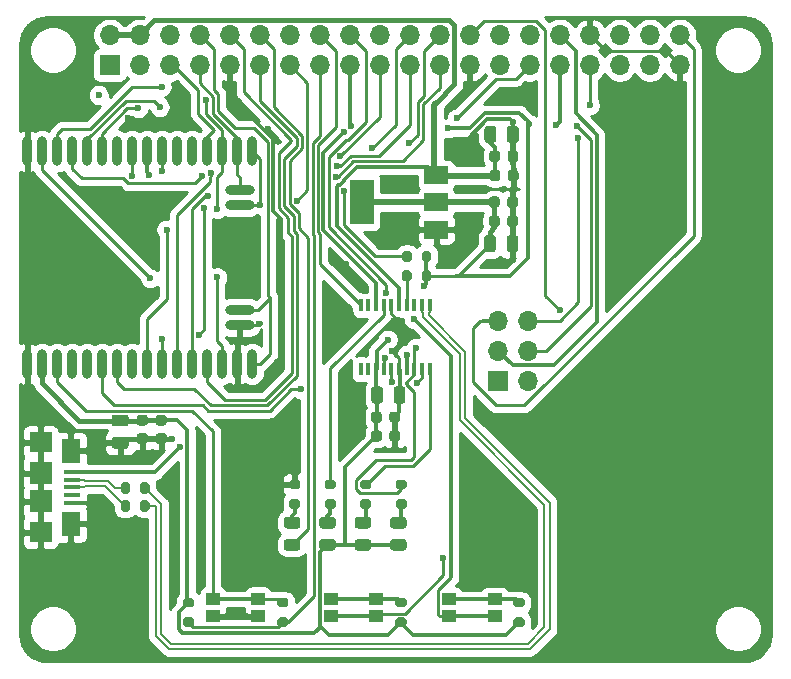
<source format=gbr>
%TF.GenerationSoftware,KiCad,Pcbnew,5.1.9+dfsg1-1~bpo10+1*%
%TF.CreationDate,2021-11-10T17:07:06+01:00*%
%TF.ProjectId,ulx4m-cm4-hat,756c7834-6d2d-4636-9d34-2d6861742e6b,V1.0*%
%TF.SameCoordinates,Original*%
%TF.FileFunction,Copper,L1,Top*%
%TF.FilePolarity,Positive*%
%FSLAX46Y46*%
G04 Gerber Fmt 4.6, Leading zero omitted, Abs format (unit mm)*
G04 Created by KiCad (PCBNEW 5.1.9+dfsg1-1~bpo10+1) date 2021-11-10 17:07:06*
%MOMM*%
%LPD*%
G01*
G04 APERTURE LIST*
%TA.AperFunction,ComponentPad*%
%ADD10R,1.700000X1.700000*%
%TD*%
%TA.AperFunction,ComponentPad*%
%ADD11O,1.700000X1.700000*%
%TD*%
%TA.AperFunction,SMDPad,CuDef*%
%ADD12R,1.150000X1.050000*%
%TD*%
%TA.AperFunction,SMDPad,CuDef*%
%ADD13R,2.000000X3.800000*%
%TD*%
%TA.AperFunction,SMDPad,CuDef*%
%ADD14R,2.000000X1.500000*%
%TD*%
%TA.AperFunction,SMDPad,CuDef*%
%ADD15R,0.400000X1.100000*%
%TD*%
%TA.AperFunction,SMDPad,CuDef*%
%ADD16O,0.400000X1.100000*%
%TD*%
%TA.AperFunction,SMDPad,CuDef*%
%ADD17O,2.500000X0.900000*%
%TD*%
%TA.AperFunction,SMDPad,CuDef*%
%ADD18O,0.900000X2.500000*%
%TD*%
%TA.AperFunction,SMDPad,CuDef*%
%ADD19R,1.600000X2.100000*%
%TD*%
%TA.AperFunction,SMDPad,CuDef*%
%ADD20R,1.900000X1.900000*%
%TD*%
%TA.AperFunction,SMDPad,CuDef*%
%ADD21R,1.350000X0.400000*%
%TD*%
%TA.AperFunction,SMDPad,CuDef*%
%ADD22R,1.900000X1.800000*%
%TD*%
%TA.AperFunction,ViaPad*%
%ADD23C,0.600000*%
%TD*%
%TA.AperFunction,Conductor*%
%ADD24C,0.250000*%
%TD*%
%TA.AperFunction,Conductor*%
%ADD25C,0.300000*%
%TD*%
%TA.AperFunction,Conductor*%
%ADD26C,0.400000*%
%TD*%
%TA.AperFunction,Conductor*%
%ADD27C,0.500000*%
%TD*%
%TA.AperFunction,Conductor*%
%ADD28C,0.200000*%
%TD*%
%TA.AperFunction,Conductor*%
%ADD29C,0.254000*%
%TD*%
%TA.AperFunction,Conductor*%
%ADD30C,0.100000*%
%TD*%
G04 APERTURE END LIST*
D10*
%TO.P,J1,1*%
%TO.N,+3V3*%
X120620000Y-55910000D03*
D11*
%TO.P,J1,2*%
%TO.N,+5V*%
X120620000Y-53370000D03*
%TO.P,J1,3*%
%TO.N,SD_D2*%
X123160000Y-55910000D03*
%TO.P,J1,4*%
%TO.N,+5V*%
X123160000Y-53370000D03*
%TO.P,J1,5*%
%TO.N,SD_D1*%
X125700000Y-55910000D03*
%TO.P,J1,6*%
%TO.N,GND*%
X125700000Y-53370000D03*
%TO.P,J1,7*%
%TO.N,SD_D0*%
X128240000Y-55910000D03*
%TO.P,J1,8*%
%TO.N,SD_D3*%
X128240000Y-53370000D03*
%TO.P,J1,9*%
%TO.N,GND*%
X130780000Y-55910000D03*
%TO.P,J1,10*%
%TO.N,SD_CLK*%
X130780000Y-53370000D03*
%TO.P,J1,11*%
%TO.N,WIFI_GPIO35*%
X133320000Y-55910000D03*
%TO.P,J1,12*%
%TO.N,RP_GPIO18*%
X133320000Y-53370000D03*
%TO.P,J1,13*%
%TO.N,SD_CMD*%
X135860000Y-55910000D03*
%TO.P,J1,14*%
%TO.N,GND*%
X135860000Y-53370000D03*
%TO.P,J1,15*%
%TO.N,WIFI_EN*%
X138400000Y-55910000D03*
%TO.P,J1,16*%
%TO.N,FTDI_TXD*%
X138400000Y-53370000D03*
%TO.P,J1,17*%
%TO.N,+3V3*%
X140940000Y-55910000D03*
%TO.P,J1,18*%
%TO.N,FTDI_RXD*%
X140940000Y-53370000D03*
%TO.P,J1,19*%
%TO.N,WIFI_GPIO26*%
X143480000Y-55910000D03*
%TO.P,J1,20*%
%TO.N,GND*%
X143480000Y-53370000D03*
%TO.P,J1,21*%
%TO.N,WIFI_GPIO27*%
X146020000Y-55910000D03*
%TO.P,J1,22*%
%TO.N,WIFI_TXD*%
X146020000Y-53370000D03*
%TO.P,J1,23*%
%TO.N,WIFI_GPIO25*%
X148560000Y-55910000D03*
%TO.P,J1,24*%
%TO.N,WIFI_GPIO19*%
X148560000Y-53370000D03*
%TO.P,J1,25*%
%TO.N,GND*%
X151100000Y-55910000D03*
%TO.P,J1,26*%
%TO.N,RP_GPIO07*%
X151100000Y-53370000D03*
%TO.P,J1,27*%
%TO.N,WIFI_GPIO21*%
X153640000Y-55910000D03*
%TO.P,J1,28*%
%TO.N,WIFI_GPIO22*%
X153640000Y-53370000D03*
%TO.P,J1,29*%
%TO.N,WIFI_GPIO33*%
X156180000Y-55910000D03*
%TO.P,J1,30*%
%TO.N,GND*%
X156180000Y-53370000D03*
%TO.P,J1,31*%
%TO.N,RP_GPIO06*%
X158720000Y-55910000D03*
%TO.P,J1,32*%
%TO.N,JTAG_TDI*%
X158720000Y-53370000D03*
%TO.P,J1,33*%
%TO.N,FTDI_TXDEN*%
X161260000Y-55910000D03*
%TO.P,J1,34*%
%TO.N,GND*%
X161260000Y-53370000D03*
%TO.P,J1,35*%
%TO.N,WIFI_GPIO0*%
X163800000Y-55910000D03*
%TO.P,J1,36*%
%TO.N,JTAG_TDO*%
X163800000Y-53370000D03*
%TO.P,J1,37*%
%TO.N,WIFI_RXD*%
X166340000Y-55910000D03*
%TO.P,J1,38*%
%TO.N,JTAG_TCK*%
X166340000Y-53370000D03*
%TO.P,J1,39*%
%TO.N,GND*%
X168880000Y-55910000D03*
%TO.P,J1,40*%
%TO.N,JTAG_TMS*%
X168880000Y-53370000D03*
%TD*%
%TO.P,C1,2*%
%TO.N,GND*%
%TA.AperFunction,SMDPad,CuDef*%
G36*
G01*
X123125000Y-87075000D02*
X123625000Y-87075000D01*
G75*
G02*
X123850000Y-87300000I0J-225000D01*
G01*
X123850000Y-87750000D01*
G75*
G02*
X123625000Y-87975000I-225000J0D01*
G01*
X123125000Y-87975000D01*
G75*
G02*
X122900000Y-87750000I0J225000D01*
G01*
X122900000Y-87300000D01*
G75*
G02*
X123125000Y-87075000I225000J0D01*
G01*
G37*
%TD.AperFunction*%
%TO.P,C1,1*%
%TO.N,+3V3*%
%TA.AperFunction,SMDPad,CuDef*%
G36*
G01*
X123125000Y-85525000D02*
X123625000Y-85525000D01*
G75*
G02*
X123850000Y-85750000I0J-225000D01*
G01*
X123850000Y-86200000D01*
G75*
G02*
X123625000Y-86425000I-225000J0D01*
G01*
X123125000Y-86425000D01*
G75*
G02*
X122900000Y-86200000I0J225000D01*
G01*
X122900000Y-85750000D01*
G75*
G02*
X123125000Y-85525000I225000J0D01*
G01*
G37*
%TD.AperFunction*%
%TD*%
%TO.P,C2,1*%
%TO.N,+3V3*%
%TA.AperFunction,SMDPad,CuDef*%
G36*
G01*
X124725000Y-85525000D02*
X125225000Y-85525000D01*
G75*
G02*
X125450000Y-85750000I0J-225000D01*
G01*
X125450000Y-86200000D01*
G75*
G02*
X125225000Y-86425000I-225000J0D01*
G01*
X124725000Y-86425000D01*
G75*
G02*
X124500000Y-86200000I0J225000D01*
G01*
X124500000Y-85750000D01*
G75*
G02*
X124725000Y-85525000I225000J0D01*
G01*
G37*
%TD.AperFunction*%
%TO.P,C2,2*%
%TO.N,GND*%
%TA.AperFunction,SMDPad,CuDef*%
G36*
G01*
X124725000Y-87075000D02*
X125225000Y-87075000D01*
G75*
G02*
X125450000Y-87300000I0J-225000D01*
G01*
X125450000Y-87750000D01*
G75*
G02*
X125225000Y-87975000I-225000J0D01*
G01*
X124725000Y-87975000D01*
G75*
G02*
X124500000Y-87750000I0J225000D01*
G01*
X124500000Y-87300000D01*
G75*
G02*
X124725000Y-87075000I225000J0D01*
G01*
G37*
%TD.AperFunction*%
%TD*%
%TO.P,C3,2*%
%TO.N,GND*%
%TA.AperFunction,SMDPad,CuDef*%
G36*
G01*
X154250000Y-62250000D02*
X154250000Y-61300000D01*
G75*
G02*
X154500000Y-61050000I250000J0D01*
G01*
X155000000Y-61050000D01*
G75*
G02*
X155250000Y-61300000I0J-250000D01*
G01*
X155250000Y-62250000D01*
G75*
G02*
X155000000Y-62500000I-250000J0D01*
G01*
X154500000Y-62500000D01*
G75*
G02*
X154250000Y-62250000I0J250000D01*
G01*
G37*
%TD.AperFunction*%
%TO.P,C3,1*%
%TO.N,+5V*%
%TA.AperFunction,SMDPad,CuDef*%
G36*
G01*
X152350000Y-62250000D02*
X152350000Y-61300000D01*
G75*
G02*
X152600000Y-61050000I250000J0D01*
G01*
X153100000Y-61050000D01*
G75*
G02*
X153350000Y-61300000I0J-250000D01*
G01*
X153350000Y-62250000D01*
G75*
G02*
X153100000Y-62500000I-250000J0D01*
G01*
X152600000Y-62500000D01*
G75*
G02*
X152350000Y-62250000I0J250000D01*
G01*
G37*
%TD.AperFunction*%
%TD*%
%TO.P,C4,2*%
%TO.N,GND*%
%TA.AperFunction,SMDPad,CuDef*%
G36*
G01*
X154310000Y-63880000D02*
X154310000Y-63380000D01*
G75*
G02*
X154535000Y-63155000I225000J0D01*
G01*
X154985000Y-63155000D01*
G75*
G02*
X155210000Y-63380000I0J-225000D01*
G01*
X155210000Y-63880000D01*
G75*
G02*
X154985000Y-64105000I-225000J0D01*
G01*
X154535000Y-64105000D01*
G75*
G02*
X154310000Y-63880000I0J225000D01*
G01*
G37*
%TD.AperFunction*%
%TO.P,C4,1*%
%TO.N,+5V*%
%TA.AperFunction,SMDPad,CuDef*%
G36*
G01*
X152760000Y-63880000D02*
X152760000Y-63380000D01*
G75*
G02*
X152985000Y-63155000I225000J0D01*
G01*
X153435000Y-63155000D01*
G75*
G02*
X153660000Y-63380000I0J-225000D01*
G01*
X153660000Y-63880000D01*
G75*
G02*
X153435000Y-64105000I-225000J0D01*
G01*
X152985000Y-64105000D01*
G75*
G02*
X152760000Y-63880000I0J225000D01*
G01*
G37*
%TD.AperFunction*%
%TD*%
%TO.P,C5,1*%
%TO.N,+5V*%
%TA.AperFunction,SMDPad,CuDef*%
G36*
G01*
X152785000Y-65505000D02*
X152785000Y-65005000D01*
G75*
G02*
X153010000Y-64780000I225000J0D01*
G01*
X153460000Y-64780000D01*
G75*
G02*
X153685000Y-65005000I0J-225000D01*
G01*
X153685000Y-65505000D01*
G75*
G02*
X153460000Y-65730000I-225000J0D01*
G01*
X153010000Y-65730000D01*
G75*
G02*
X152785000Y-65505000I0J225000D01*
G01*
G37*
%TD.AperFunction*%
%TO.P,C5,2*%
%TO.N,GND*%
%TA.AperFunction,SMDPad,CuDef*%
G36*
G01*
X154335000Y-65505000D02*
X154335000Y-65005000D01*
G75*
G02*
X154560000Y-64780000I225000J0D01*
G01*
X155010000Y-64780000D01*
G75*
G02*
X155235000Y-65005000I0J-225000D01*
G01*
X155235000Y-65505000D01*
G75*
G02*
X155010000Y-65730000I-225000J0D01*
G01*
X154560000Y-65730000D01*
G75*
G02*
X154335000Y-65505000I0J225000D01*
G01*
G37*
%TD.AperFunction*%
%TD*%
%TO.P,C6,2*%
%TO.N,GND*%
%TA.AperFunction,SMDPad,CuDef*%
G36*
G01*
X154285000Y-67755000D02*
X154285000Y-67255000D01*
G75*
G02*
X154510000Y-67030000I225000J0D01*
G01*
X154960000Y-67030000D01*
G75*
G02*
X155185000Y-67255000I0J-225000D01*
G01*
X155185000Y-67755000D01*
G75*
G02*
X154960000Y-67980000I-225000J0D01*
G01*
X154510000Y-67980000D01*
G75*
G02*
X154285000Y-67755000I0J225000D01*
G01*
G37*
%TD.AperFunction*%
%TO.P,C6,1*%
%TO.N,+3V3*%
%TA.AperFunction,SMDPad,CuDef*%
G36*
G01*
X152735000Y-67755000D02*
X152735000Y-67255000D01*
G75*
G02*
X152960000Y-67030000I225000J0D01*
G01*
X153410000Y-67030000D01*
G75*
G02*
X153635000Y-67255000I0J-225000D01*
G01*
X153635000Y-67755000D01*
G75*
G02*
X153410000Y-67980000I-225000J0D01*
G01*
X152960000Y-67980000D01*
G75*
G02*
X152735000Y-67755000I0J225000D01*
G01*
G37*
%TD.AperFunction*%
%TD*%
%TO.P,C7,1*%
%TO.N,+3V3*%
%TA.AperFunction,SMDPad,CuDef*%
G36*
G01*
X152735000Y-69380000D02*
X152735000Y-68880000D01*
G75*
G02*
X152960000Y-68655000I225000J0D01*
G01*
X153410000Y-68655000D01*
G75*
G02*
X153635000Y-68880000I0J-225000D01*
G01*
X153635000Y-69380000D01*
G75*
G02*
X153410000Y-69605000I-225000J0D01*
G01*
X152960000Y-69605000D01*
G75*
G02*
X152735000Y-69380000I0J225000D01*
G01*
G37*
%TD.AperFunction*%
%TO.P,C7,2*%
%TO.N,GND*%
%TA.AperFunction,SMDPad,CuDef*%
G36*
G01*
X154285000Y-69380000D02*
X154285000Y-68880000D01*
G75*
G02*
X154510000Y-68655000I225000J0D01*
G01*
X154960000Y-68655000D01*
G75*
G02*
X155185000Y-68880000I0J-225000D01*
G01*
X155185000Y-69380000D01*
G75*
G02*
X154960000Y-69605000I-225000J0D01*
G01*
X154510000Y-69605000D01*
G75*
G02*
X154285000Y-69380000I0J225000D01*
G01*
G37*
%TD.AperFunction*%
%TD*%
%TO.P,C8,1*%
%TO.N,+3V3*%
%TA.AperFunction,SMDPad,CuDef*%
G36*
G01*
X152325000Y-71500000D02*
X152325000Y-70550000D01*
G75*
G02*
X152575000Y-70300000I250000J0D01*
G01*
X153075000Y-70300000D01*
G75*
G02*
X153325000Y-70550000I0J-250000D01*
G01*
X153325000Y-71500000D01*
G75*
G02*
X153075000Y-71750000I-250000J0D01*
G01*
X152575000Y-71750000D01*
G75*
G02*
X152325000Y-71500000I0J250000D01*
G01*
G37*
%TD.AperFunction*%
%TO.P,C8,2*%
%TO.N,GND*%
%TA.AperFunction,SMDPad,CuDef*%
G36*
G01*
X154225000Y-71500000D02*
X154225000Y-70550000D01*
G75*
G02*
X154475000Y-70300000I250000J0D01*
G01*
X154975000Y-70300000D01*
G75*
G02*
X155225000Y-70550000I0J-250000D01*
G01*
X155225000Y-71500000D01*
G75*
G02*
X154975000Y-71750000I-250000J0D01*
G01*
X154475000Y-71750000D01*
G75*
G02*
X154225000Y-71500000I0J250000D01*
G01*
G37*
%TD.AperFunction*%
%TD*%
%TO.P,C9,1*%
%TO.N,+3V3*%
%TA.AperFunction,SMDPad,CuDef*%
G36*
G01*
X142755000Y-84310000D02*
X142755000Y-83360000D01*
G75*
G02*
X143005000Y-83110000I250000J0D01*
G01*
X143505000Y-83110000D01*
G75*
G02*
X143755000Y-83360000I0J-250000D01*
G01*
X143755000Y-84310000D01*
G75*
G02*
X143505000Y-84560000I-250000J0D01*
G01*
X143005000Y-84560000D01*
G75*
G02*
X142755000Y-84310000I0J250000D01*
G01*
G37*
%TD.AperFunction*%
%TO.P,C9,2*%
%TO.N,GND*%
%TA.AperFunction,SMDPad,CuDef*%
G36*
G01*
X144655000Y-84310000D02*
X144655000Y-83360000D01*
G75*
G02*
X144905000Y-83110000I250000J0D01*
G01*
X145405000Y-83110000D01*
G75*
G02*
X145655000Y-83360000I0J-250000D01*
G01*
X145655000Y-84310000D01*
G75*
G02*
X145405000Y-84560000I-250000J0D01*
G01*
X144905000Y-84560000D01*
G75*
G02*
X144655000Y-84310000I0J250000D01*
G01*
G37*
%TD.AperFunction*%
%TD*%
%TO.P,C10,2*%
%TO.N,GND*%
%TA.AperFunction,SMDPad,CuDef*%
G36*
G01*
X144305000Y-85960000D02*
X144305000Y-85460000D01*
G75*
G02*
X144530000Y-85235000I225000J0D01*
G01*
X144980000Y-85235000D01*
G75*
G02*
X145205000Y-85460000I0J-225000D01*
G01*
X145205000Y-85960000D01*
G75*
G02*
X144980000Y-86185000I-225000J0D01*
G01*
X144530000Y-86185000D01*
G75*
G02*
X144305000Y-85960000I0J225000D01*
G01*
G37*
%TD.AperFunction*%
%TO.P,C10,1*%
%TO.N,+3V3*%
%TA.AperFunction,SMDPad,CuDef*%
G36*
G01*
X142755000Y-85960000D02*
X142755000Y-85460000D01*
G75*
G02*
X142980000Y-85235000I225000J0D01*
G01*
X143430000Y-85235000D01*
G75*
G02*
X143655000Y-85460000I0J-225000D01*
G01*
X143655000Y-85960000D01*
G75*
G02*
X143430000Y-86185000I-225000J0D01*
G01*
X142980000Y-86185000D01*
G75*
G02*
X142755000Y-85960000I0J225000D01*
G01*
G37*
%TD.AperFunction*%
%TD*%
%TO.P,C11,1*%
%TO.N,+3V3*%
%TA.AperFunction,SMDPad,CuDef*%
G36*
G01*
X142755000Y-87560000D02*
X142755000Y-87060000D01*
G75*
G02*
X142980000Y-86835000I225000J0D01*
G01*
X143430000Y-86835000D01*
G75*
G02*
X143655000Y-87060000I0J-225000D01*
G01*
X143655000Y-87560000D01*
G75*
G02*
X143430000Y-87785000I-225000J0D01*
G01*
X142980000Y-87785000D01*
G75*
G02*
X142755000Y-87560000I0J225000D01*
G01*
G37*
%TD.AperFunction*%
%TO.P,C11,2*%
%TO.N,GND*%
%TA.AperFunction,SMDPad,CuDef*%
G36*
G01*
X144305000Y-87560000D02*
X144305000Y-87060000D01*
G75*
G02*
X144530000Y-86835000I225000J0D01*
G01*
X144980000Y-86835000D01*
G75*
G02*
X145205000Y-87060000I0J-225000D01*
G01*
X145205000Y-87560000D01*
G75*
G02*
X144980000Y-87785000I-225000J0D01*
G01*
X144530000Y-87785000D01*
G75*
G02*
X144305000Y-87560000I0J225000D01*
G01*
G37*
%TD.AperFunction*%
%TD*%
%TO.P,C21,2*%
%TO.N,GND*%
%TA.AperFunction,SMDPad,CuDef*%
G36*
G01*
X121025000Y-87400000D02*
X121975000Y-87400000D01*
G75*
G02*
X122225000Y-87650000I0J-250000D01*
G01*
X122225000Y-88150000D01*
G75*
G02*
X121975000Y-88400000I-250000J0D01*
G01*
X121025000Y-88400000D01*
G75*
G02*
X120775000Y-88150000I0J250000D01*
G01*
X120775000Y-87650000D01*
G75*
G02*
X121025000Y-87400000I250000J0D01*
G01*
G37*
%TD.AperFunction*%
%TO.P,C21,1*%
%TO.N,+3V3*%
%TA.AperFunction,SMDPad,CuDef*%
G36*
G01*
X121025000Y-85500000D02*
X121975000Y-85500000D01*
G75*
G02*
X122225000Y-85750000I0J-250000D01*
G01*
X122225000Y-86250000D01*
G75*
G02*
X121975000Y-86500000I-250000J0D01*
G01*
X121025000Y-86500000D01*
G75*
G02*
X120775000Y-86250000I0J250000D01*
G01*
X120775000Y-85750000D01*
G75*
G02*
X121025000Y-85500000I250000J0D01*
G01*
G37*
%TD.AperFunction*%
%TD*%
%TO.P,D1,2*%
%TO.N,RP_GPIO18*%
%TA.AperFunction,SMDPad,CuDef*%
G36*
G01*
X135603750Y-96040000D02*
X136516250Y-96040000D01*
G75*
G02*
X136760000Y-96283750I0J-243750D01*
G01*
X136760000Y-96771250D01*
G75*
G02*
X136516250Y-97015000I-243750J0D01*
G01*
X135603750Y-97015000D01*
G75*
G02*
X135360000Y-96771250I0J243750D01*
G01*
X135360000Y-96283750D01*
G75*
G02*
X135603750Y-96040000I243750J0D01*
G01*
G37*
%TD.AperFunction*%
%TO.P,D1,1*%
%TO.N,Net-(D1-Pad1)*%
%TA.AperFunction,SMDPad,CuDef*%
G36*
G01*
X135603750Y-94165000D02*
X136516250Y-94165000D01*
G75*
G02*
X136760000Y-94408750I0J-243750D01*
G01*
X136760000Y-94896250D01*
G75*
G02*
X136516250Y-95140000I-243750J0D01*
G01*
X135603750Y-95140000D01*
G75*
G02*
X135360000Y-94896250I0J243750D01*
G01*
X135360000Y-94408750D01*
G75*
G02*
X135603750Y-94165000I243750J0D01*
G01*
G37*
%TD.AperFunction*%
%TD*%
%TO.P,D2,1*%
%TO.N,Net-(D2-Pad1)*%
%TA.AperFunction,SMDPad,CuDef*%
G36*
G01*
X138603750Y-94165000D02*
X139516250Y-94165000D01*
G75*
G02*
X139760000Y-94408750I0J-243750D01*
G01*
X139760000Y-94896250D01*
G75*
G02*
X139516250Y-95140000I-243750J0D01*
G01*
X138603750Y-95140000D01*
G75*
G02*
X138360000Y-94896250I0J243750D01*
G01*
X138360000Y-94408750D01*
G75*
G02*
X138603750Y-94165000I243750J0D01*
G01*
G37*
%TD.AperFunction*%
%TO.P,D2,2*%
%TO.N,+3V3*%
%TA.AperFunction,SMDPad,CuDef*%
G36*
G01*
X138603750Y-96040000D02*
X139516250Y-96040000D01*
G75*
G02*
X139760000Y-96283750I0J-243750D01*
G01*
X139760000Y-96771250D01*
G75*
G02*
X139516250Y-97015000I-243750J0D01*
G01*
X138603750Y-97015000D01*
G75*
G02*
X138360000Y-96771250I0J243750D01*
G01*
X138360000Y-96283750D01*
G75*
G02*
X138603750Y-96040000I243750J0D01*
G01*
G37*
%TD.AperFunction*%
%TD*%
%TO.P,D3,1*%
%TO.N,Net-(D3-Pad1)*%
%TA.AperFunction,SMDPad,CuDef*%
G36*
G01*
X141603750Y-94165000D02*
X142516250Y-94165000D01*
G75*
G02*
X142760000Y-94408750I0J-243750D01*
G01*
X142760000Y-94896250D01*
G75*
G02*
X142516250Y-95140000I-243750J0D01*
G01*
X141603750Y-95140000D01*
G75*
G02*
X141360000Y-94896250I0J243750D01*
G01*
X141360000Y-94408750D01*
G75*
G02*
X141603750Y-94165000I243750J0D01*
G01*
G37*
%TD.AperFunction*%
%TO.P,D3,2*%
%TO.N,+3V3*%
%TA.AperFunction,SMDPad,CuDef*%
G36*
G01*
X141603750Y-96040000D02*
X142516250Y-96040000D01*
G75*
G02*
X142760000Y-96283750I0J-243750D01*
G01*
X142760000Y-96771250D01*
G75*
G02*
X142516250Y-97015000I-243750J0D01*
G01*
X141603750Y-97015000D01*
G75*
G02*
X141360000Y-96771250I0J243750D01*
G01*
X141360000Y-96283750D01*
G75*
G02*
X141603750Y-96040000I243750J0D01*
G01*
G37*
%TD.AperFunction*%
%TD*%
%TO.P,D4,2*%
%TO.N,+3V3*%
%TA.AperFunction,SMDPad,CuDef*%
G36*
G01*
X144603750Y-96040000D02*
X145516250Y-96040000D01*
G75*
G02*
X145760000Y-96283750I0J-243750D01*
G01*
X145760000Y-96771250D01*
G75*
G02*
X145516250Y-97015000I-243750J0D01*
G01*
X144603750Y-97015000D01*
G75*
G02*
X144360000Y-96771250I0J243750D01*
G01*
X144360000Y-96283750D01*
G75*
G02*
X144603750Y-96040000I243750J0D01*
G01*
G37*
%TD.AperFunction*%
%TO.P,D4,1*%
%TO.N,Net-(D4-Pad1)*%
%TA.AperFunction,SMDPad,CuDef*%
G36*
G01*
X144603750Y-94165000D02*
X145516250Y-94165000D01*
G75*
G02*
X145760000Y-94408750I0J-243750D01*
G01*
X145760000Y-94896250D01*
G75*
G02*
X145516250Y-95140000I-243750J0D01*
G01*
X144603750Y-95140000D01*
G75*
G02*
X144360000Y-94896250I0J243750D01*
G01*
X144360000Y-94408750D01*
G75*
G02*
X144603750Y-94165000I243750J0D01*
G01*
G37*
%TD.AperFunction*%
%TD*%
%TO.P,R1,1*%
%TO.N,Net-(D1-Pad1)*%
%TA.AperFunction,SMDPad,CuDef*%
G36*
G01*
X136560000Y-93465000D02*
X136010000Y-93465000D01*
G75*
G02*
X135810000Y-93265000I0J200000D01*
G01*
X135810000Y-92865000D01*
G75*
G02*
X136010000Y-92665000I200000J0D01*
G01*
X136560000Y-92665000D01*
G75*
G02*
X136760000Y-92865000I0J-200000D01*
G01*
X136760000Y-93265000D01*
G75*
G02*
X136560000Y-93465000I-200000J0D01*
G01*
G37*
%TD.AperFunction*%
%TO.P,R1,2*%
%TO.N,GND*%
%TA.AperFunction,SMDPad,CuDef*%
G36*
G01*
X136560000Y-91815000D02*
X136010000Y-91815000D01*
G75*
G02*
X135810000Y-91615000I0J200000D01*
G01*
X135810000Y-91215000D01*
G75*
G02*
X136010000Y-91015000I200000J0D01*
G01*
X136560000Y-91015000D01*
G75*
G02*
X136760000Y-91215000I0J-200000D01*
G01*
X136760000Y-91615000D01*
G75*
G02*
X136560000Y-91815000I-200000J0D01*
G01*
G37*
%TD.AperFunction*%
%TD*%
%TO.P,R2,2*%
%TO.N,Net-(D2-Pad1)*%
%TA.AperFunction,SMDPad,CuDef*%
G36*
G01*
X139035000Y-92665000D02*
X139585000Y-92665000D01*
G75*
G02*
X139785000Y-92865000I0J-200000D01*
G01*
X139785000Y-93265000D01*
G75*
G02*
X139585000Y-93465000I-200000J0D01*
G01*
X139035000Y-93465000D01*
G75*
G02*
X138835000Y-93265000I0J200000D01*
G01*
X138835000Y-92865000D01*
G75*
G02*
X139035000Y-92665000I200000J0D01*
G01*
G37*
%TD.AperFunction*%
%TO.P,R2,1*%
%TO.N,FTDI_nRXLED*%
%TA.AperFunction,SMDPad,CuDef*%
G36*
G01*
X139035000Y-91015000D02*
X139585000Y-91015000D01*
G75*
G02*
X139785000Y-91215000I0J-200000D01*
G01*
X139785000Y-91615000D01*
G75*
G02*
X139585000Y-91815000I-200000J0D01*
G01*
X139035000Y-91815000D01*
G75*
G02*
X138835000Y-91615000I0J200000D01*
G01*
X138835000Y-91215000D01*
G75*
G02*
X139035000Y-91015000I200000J0D01*
G01*
G37*
%TD.AperFunction*%
%TD*%
%TO.P,R3,1*%
%TO.N,+3V3*%
%TA.AperFunction,SMDPad,CuDef*%
G36*
G01*
X145550000Y-103465000D02*
X145000000Y-103465000D01*
G75*
G02*
X144800000Y-103265000I0J200000D01*
G01*
X144800000Y-102865000D01*
G75*
G02*
X145000000Y-102665000I200000J0D01*
G01*
X145550000Y-102665000D01*
G75*
G02*
X145750000Y-102865000I0J-200000D01*
G01*
X145750000Y-103265000D01*
G75*
G02*
X145550000Y-103465000I-200000J0D01*
G01*
G37*
%TD.AperFunction*%
%TO.P,R3,2*%
%TO.N,Net-(R3-Pad2)*%
%TA.AperFunction,SMDPad,CuDef*%
G36*
G01*
X145550000Y-101815000D02*
X145000000Y-101815000D01*
G75*
G02*
X144800000Y-101615000I0J200000D01*
G01*
X144800000Y-101215000D01*
G75*
G02*
X145000000Y-101015000I200000J0D01*
G01*
X145550000Y-101015000D01*
G75*
G02*
X145750000Y-101215000I0J-200000D01*
G01*
X145750000Y-101615000D01*
G75*
G02*
X145550000Y-101815000I-200000J0D01*
G01*
G37*
%TD.AperFunction*%
%TD*%
%TO.P,R4,2*%
%TO.N,Net-(R4-Pad2)*%
%TA.AperFunction,SMDPad,CuDef*%
G36*
G01*
X155550000Y-101825000D02*
X155000000Y-101825000D01*
G75*
G02*
X154800000Y-101625000I0J200000D01*
G01*
X154800000Y-101225000D01*
G75*
G02*
X155000000Y-101025000I200000J0D01*
G01*
X155550000Y-101025000D01*
G75*
G02*
X155750000Y-101225000I0J-200000D01*
G01*
X155750000Y-101625000D01*
G75*
G02*
X155550000Y-101825000I-200000J0D01*
G01*
G37*
%TD.AperFunction*%
%TO.P,R4,1*%
%TO.N,+3V3*%
%TA.AperFunction,SMDPad,CuDef*%
G36*
G01*
X155550000Y-103475000D02*
X155000000Y-103475000D01*
G75*
G02*
X154800000Y-103275000I0J200000D01*
G01*
X154800000Y-102875000D01*
G75*
G02*
X155000000Y-102675000I200000J0D01*
G01*
X155550000Y-102675000D01*
G75*
G02*
X155750000Y-102875000I0J-200000D01*
G01*
X155750000Y-103275000D01*
G75*
G02*
X155550000Y-103475000I-200000J0D01*
G01*
G37*
%TD.AperFunction*%
%TD*%
%TO.P,R5,1*%
%TO.N,FTDI_nTXLED*%
%TA.AperFunction,SMDPad,CuDef*%
G36*
G01*
X142025000Y-91015000D02*
X142575000Y-91015000D01*
G75*
G02*
X142775000Y-91215000I0J-200000D01*
G01*
X142775000Y-91615000D01*
G75*
G02*
X142575000Y-91815000I-200000J0D01*
G01*
X142025000Y-91815000D01*
G75*
G02*
X141825000Y-91615000I0J200000D01*
G01*
X141825000Y-91215000D01*
G75*
G02*
X142025000Y-91015000I200000J0D01*
G01*
G37*
%TD.AperFunction*%
%TO.P,R5,2*%
%TO.N,Net-(D3-Pad1)*%
%TA.AperFunction,SMDPad,CuDef*%
G36*
G01*
X142025000Y-92665000D02*
X142575000Y-92665000D01*
G75*
G02*
X142775000Y-92865000I0J-200000D01*
G01*
X142775000Y-93265000D01*
G75*
G02*
X142575000Y-93465000I-200000J0D01*
G01*
X142025000Y-93465000D01*
G75*
G02*
X141825000Y-93265000I0J200000D01*
G01*
X141825000Y-92865000D01*
G75*
G02*
X142025000Y-92665000I200000J0D01*
G01*
G37*
%TD.AperFunction*%
%TD*%
%TO.P,R6,2*%
%TO.N,Net-(D4-Pad1)*%
%TA.AperFunction,SMDPad,CuDef*%
G36*
G01*
X145035000Y-92665000D02*
X145585000Y-92665000D01*
G75*
G02*
X145785000Y-92865000I0J-200000D01*
G01*
X145785000Y-93265000D01*
G75*
G02*
X145585000Y-93465000I-200000J0D01*
G01*
X145035000Y-93465000D01*
G75*
G02*
X144835000Y-93265000I0J200000D01*
G01*
X144835000Y-92865000D01*
G75*
G02*
X145035000Y-92665000I200000J0D01*
G01*
G37*
%TD.AperFunction*%
%TO.P,R6,1*%
%TO.N,JTAG_TMS*%
%TA.AperFunction,SMDPad,CuDef*%
G36*
G01*
X145035000Y-91015000D02*
X145585000Y-91015000D01*
G75*
G02*
X145785000Y-91215000I0J-200000D01*
G01*
X145785000Y-91615000D01*
G75*
G02*
X145585000Y-91815000I-200000J0D01*
G01*
X145035000Y-91815000D01*
G75*
G02*
X144835000Y-91615000I0J200000D01*
G01*
X144835000Y-91215000D01*
G75*
G02*
X145035000Y-91015000I200000J0D01*
G01*
G37*
%TD.AperFunction*%
%TD*%
%TO.P,R9,2*%
%TO.N,+3V3*%
%TA.AperFunction,SMDPad,CuDef*%
G36*
G01*
X147025000Y-74025000D02*
X147025000Y-73475000D01*
G75*
G02*
X147225000Y-73275000I200000J0D01*
G01*
X147625000Y-73275000D01*
G75*
G02*
X147825000Y-73475000I0J-200000D01*
G01*
X147825000Y-74025000D01*
G75*
G02*
X147625000Y-74225000I-200000J0D01*
G01*
X147225000Y-74225000D01*
G75*
G02*
X147025000Y-74025000I0J200000D01*
G01*
G37*
%TD.AperFunction*%
%TO.P,R9,1*%
%TO.N,nRESET*%
%TA.AperFunction,SMDPad,CuDef*%
G36*
G01*
X145375000Y-74025000D02*
X145375000Y-73475000D01*
G75*
G02*
X145575000Y-73275000I200000J0D01*
G01*
X145975000Y-73275000D01*
G75*
G02*
X146175000Y-73475000I0J-200000D01*
G01*
X146175000Y-74025000D01*
G75*
G02*
X145975000Y-74225000I-200000J0D01*
G01*
X145575000Y-74225000D01*
G75*
G02*
X145375000Y-74025000I0J200000D01*
G01*
G37*
%TD.AperFunction*%
%TD*%
%TO.P,R34,1*%
%TO.N,+3V3*%
%TA.AperFunction,SMDPad,CuDef*%
G36*
G01*
X127000000Y-101025000D02*
X127550000Y-101025000D01*
G75*
G02*
X127750000Y-101225000I0J-200000D01*
G01*
X127750000Y-101625000D01*
G75*
G02*
X127550000Y-101825000I-200000J0D01*
G01*
X127000000Y-101825000D01*
G75*
G02*
X126800000Y-101625000I0J200000D01*
G01*
X126800000Y-101225000D01*
G75*
G02*
X127000000Y-101025000I200000J0D01*
G01*
G37*
%TD.AperFunction*%
%TO.P,R34,2*%
%TO.N,WIFI_EN*%
%TA.AperFunction,SMDPad,CuDef*%
G36*
G01*
X127000000Y-102675000D02*
X127550000Y-102675000D01*
G75*
G02*
X127750000Y-102875000I0J-200000D01*
G01*
X127750000Y-103275000D01*
G75*
G02*
X127550000Y-103475000I-200000J0D01*
G01*
X127000000Y-103475000D01*
G75*
G02*
X126800000Y-103275000I0J200000D01*
G01*
X126800000Y-102875000D01*
G75*
G02*
X127000000Y-102675000I200000J0D01*
G01*
G37*
%TD.AperFunction*%
%TD*%
%TO.P,R35,2*%
%TO.N,/WIFIEN*%
%TA.AperFunction,SMDPad,CuDef*%
G36*
G01*
X135550000Y-101825000D02*
X135000000Y-101825000D01*
G75*
G02*
X134800000Y-101625000I0J200000D01*
G01*
X134800000Y-101225000D01*
G75*
G02*
X135000000Y-101025000I200000J0D01*
G01*
X135550000Y-101025000D01*
G75*
G02*
X135750000Y-101225000I0J-200000D01*
G01*
X135750000Y-101625000D01*
G75*
G02*
X135550000Y-101825000I-200000J0D01*
G01*
G37*
%TD.AperFunction*%
%TO.P,R35,1*%
%TO.N,WIFI_EN*%
%TA.AperFunction,SMDPad,CuDef*%
G36*
G01*
X135550000Y-103475000D02*
X135000000Y-103475000D01*
G75*
G02*
X134800000Y-103275000I0J200000D01*
G01*
X134800000Y-102875000D01*
G75*
G02*
X135000000Y-102675000I200000J0D01*
G01*
X135550000Y-102675000D01*
G75*
G02*
X135750000Y-102875000I0J-200000D01*
G01*
X135750000Y-103275000D01*
G75*
G02*
X135550000Y-103475000I-200000J0D01*
G01*
G37*
%TD.AperFunction*%
%TD*%
%TO.P,R49,1*%
%TO.N,USB_FTDI_D-*%
%TA.AperFunction,SMDPad,CuDef*%
G36*
G01*
X124005000Y-91435000D02*
X124005000Y-91985000D01*
G75*
G02*
X123805000Y-92185000I-200000J0D01*
G01*
X123405000Y-92185000D01*
G75*
G02*
X123205000Y-91985000I0J200000D01*
G01*
X123205000Y-91435000D01*
G75*
G02*
X123405000Y-91235000I200000J0D01*
G01*
X123805000Y-91235000D01*
G75*
G02*
X124005000Y-91435000I0J-200000D01*
G01*
G37*
%TD.AperFunction*%
%TO.P,R49,2*%
%TO.N,/FTD-*%
%TA.AperFunction,SMDPad,CuDef*%
G36*
G01*
X122355000Y-91435000D02*
X122355000Y-91985000D01*
G75*
G02*
X122155000Y-92185000I-200000J0D01*
G01*
X121755000Y-92185000D01*
G75*
G02*
X121555000Y-91985000I0J200000D01*
G01*
X121555000Y-91435000D01*
G75*
G02*
X121755000Y-91235000I200000J0D01*
G01*
X122155000Y-91235000D01*
G75*
G02*
X122355000Y-91435000I0J-200000D01*
G01*
G37*
%TD.AperFunction*%
%TD*%
%TO.P,R50,2*%
%TO.N,/FTD+*%
%TA.AperFunction,SMDPad,CuDef*%
G36*
G01*
X122345000Y-92965000D02*
X122345000Y-93515000D01*
G75*
G02*
X122145000Y-93715000I-200000J0D01*
G01*
X121745000Y-93715000D01*
G75*
G02*
X121545000Y-93515000I0J200000D01*
G01*
X121545000Y-92965000D01*
G75*
G02*
X121745000Y-92765000I200000J0D01*
G01*
X122145000Y-92765000D01*
G75*
G02*
X122345000Y-92965000I0J-200000D01*
G01*
G37*
%TD.AperFunction*%
%TO.P,R50,1*%
%TO.N,USB_FTDI_D+*%
%TA.AperFunction,SMDPad,CuDef*%
G36*
G01*
X123995000Y-92965000D02*
X123995000Y-93515000D01*
G75*
G02*
X123795000Y-93715000I-200000J0D01*
G01*
X123395000Y-93715000D01*
G75*
G02*
X123195000Y-93515000I0J200000D01*
G01*
X123195000Y-92965000D01*
G75*
G02*
X123395000Y-92765000I200000J0D01*
G01*
X123795000Y-92765000D01*
G75*
G02*
X123995000Y-92965000I0J-200000D01*
G01*
G37*
%TD.AperFunction*%
%TD*%
%TO.P,R56,1*%
%TO.N,+3V3*%
%TA.AperFunction,SMDPad,CuDef*%
G36*
G01*
X147845000Y-71835000D02*
X147845000Y-72385000D01*
G75*
G02*
X147645000Y-72585000I-200000J0D01*
G01*
X147245000Y-72585000D01*
G75*
G02*
X147045000Y-72385000I0J200000D01*
G01*
X147045000Y-71835000D01*
G75*
G02*
X147245000Y-71635000I200000J0D01*
G01*
X147645000Y-71635000D01*
G75*
G02*
X147845000Y-71835000I0J-200000D01*
G01*
G37*
%TD.AperFunction*%
%TO.P,R56,2*%
%TO.N,WIFI_GPIO0*%
%TA.AperFunction,SMDPad,CuDef*%
G36*
G01*
X146195000Y-71835000D02*
X146195000Y-72385000D01*
G75*
G02*
X145995000Y-72585000I-200000J0D01*
G01*
X145595000Y-72585000D01*
G75*
G02*
X145395000Y-72385000I0J200000D01*
G01*
X145395000Y-71835000D01*
G75*
G02*
X145595000Y-71635000I200000J0D01*
G01*
X145995000Y-71635000D01*
G75*
G02*
X146195000Y-71835000I0J-200000D01*
G01*
G37*
%TD.AperFunction*%
%TD*%
D12*
%TO.P,SW1,2*%
%TO.N,GND*%
X133205000Y-102575000D03*
%TO.P,SW1,1*%
%TO.N,/WIFIEN*%
X133205000Y-101125000D03*
%TO.P,SW1,2*%
%TO.N,GND*%
X129355000Y-102575000D03*
%TO.P,SW1,1*%
%TO.N,/WIFIEN*%
X129355000Y-101125000D03*
%TD*%
%TO.P,SW2,1*%
%TO.N,Net-(R3-Pad2)*%
X139355000Y-101135000D03*
%TO.P,SW2,2*%
%TO.N,RP_GPIO07*%
X139355000Y-102585000D03*
%TO.P,SW2,1*%
%TO.N,Net-(R3-Pad2)*%
X143205000Y-101135000D03*
%TO.P,SW2,2*%
%TO.N,RP_GPIO07*%
X143205000Y-102585000D03*
%TD*%
%TO.P,SW3,1*%
%TO.N,Net-(R4-Pad2)*%
X149355000Y-101135000D03*
%TO.P,SW3,2*%
%TO.N,RP_GPIO06*%
X149355000Y-102585000D03*
%TO.P,SW3,1*%
%TO.N,Net-(R4-Pad2)*%
X153205000Y-101135000D03*
%TO.P,SW3,2*%
%TO.N,RP_GPIO06*%
X153205000Y-102585000D03*
%TD*%
D13*
%TO.P,U1,2*%
%TO.N,+3V3*%
X141975000Y-67525000D03*
D14*
X148275000Y-67525000D03*
%TO.P,U1,3*%
%TO.N,+5V*%
X148275000Y-65225000D03*
%TO.P,U1,1*%
%TO.N,GND*%
X148275000Y-69825000D03*
%TD*%
D15*
%TO.P,U2,1*%
%TO.N,N/C*%
X141875000Y-81650000D03*
D16*
%TO.P,U2,2*%
X142525000Y-81650000D03*
%TO.P,U2,3*%
%TO.N,+3V3*%
X143175000Y-81650000D03*
%TO.P,U2,4*%
%TO.N,FTDI_RXD*%
X143825000Y-81650000D03*
%TO.P,U2,5*%
%TO.N,JTAG_TDI*%
X144475000Y-81650000D03*
%TO.P,U2,6*%
%TO.N,GND*%
X145125000Y-81650000D03*
%TO.P,U2,7*%
%TO.N,JTAG_TCK*%
X145775000Y-81650000D03*
%TO.P,U2,8*%
%TO.N,JTAG_TMS*%
X146425000Y-81650000D03*
%TO.P,U2,9*%
%TO.N,JTAG_TDO*%
X147075000Y-81650000D03*
%TO.P,U2,10*%
%TO.N,FTDI_nTXLED*%
X147725000Y-81650000D03*
%TO.P,U2,11*%
%TO.N,USB_FTDI_D+*%
X147725000Y-76250000D03*
%TO.P,U2,12*%
%TO.N,USB_FTDI_D-*%
X147075000Y-76250000D03*
%TO.P,U2,13*%
%TO.N,N/C*%
X146425000Y-76250000D03*
%TO.P,U2,14*%
%TO.N,nRESET*%
X145775000Y-76250000D03*
%TO.P,U2,15*%
%TO.N,+5V*%
X145125000Y-76250000D03*
%TO.P,U2,16*%
%TO.N,GND*%
X144475000Y-76250000D03*
%TO.P,U2,17*%
%TO.N,FTDI_nRXLED*%
X143825000Y-76250000D03*
%TO.P,U2,18*%
%TO.N,FTDI_TXDEN*%
X143175000Y-76250000D03*
%TO.P,U2,19*%
%TO.N,N/C*%
X142525000Y-76250000D03*
%TO.P,U2,20*%
%TO.N,FTDI_TXD*%
X141875000Y-76250000D03*
%TD*%
D17*
%TO.P,U9,23*%
%TO.N,SD_CMD*%
X131635000Y-67755000D03*
%TO.P,U9,24*%
%TO.N,SD_D0*%
X131635000Y-66485000D03*
%TO.P,U9,16*%
%TO.N,SD_D3*%
X131635000Y-76645000D03*
%TO.P,U9,15*%
%TO.N,GND*%
X131635000Y-77915000D03*
D18*
%TO.P,U9,24*%
%TO.N,SD_D0*%
X131405000Y-63200000D03*
%TO.P,U9,23*%
%TO.N,SD_CMD*%
X132675000Y-63200000D03*
%TO.P,U9,16*%
%TO.N,SD_D3*%
X132675000Y-81200000D03*
%TO.P,U9,15*%
%TO.N,GND*%
X131405000Y-81200000D03*
%TO.P,U9,38*%
X113625000Y-63200000D03*
%TO.P,U9,37*%
%TO.N,JTAG_TDI*%
X114895000Y-63200000D03*
%TO.P,U9,36*%
%TO.N,WIFI_GPIO22*%
X116165000Y-63200000D03*
%TO.P,U9,35*%
%TO.N,WIFI_TXD*%
X117435000Y-63200000D03*
%TO.P,U9,34*%
%TO.N,WIFI_RXD*%
X118705000Y-63200000D03*
%TO.P,U9,33*%
%TO.N,WIFI_GPIO21*%
X119975000Y-63200000D03*
%TO.P,U9,32*%
%TO.N,N/C*%
X121245000Y-63200000D03*
%TO.P,U9,31*%
%TO.N,WIFI_GPIO19*%
X122515000Y-63200000D03*
%TO.P,U9,30*%
%TO.N,JTAG_TCK*%
X123785000Y-63200000D03*
%TO.P,U9,29*%
%TO.N,JTAG_TMS*%
X125055000Y-63200000D03*
%TO.P,U9,28*%
%TO.N,N/C*%
X126325000Y-63200000D03*
%TO.P,U9,27*%
X127595000Y-63200000D03*
%TO.P,U9,26*%
%TO.N,SD_D1*%
X128865000Y-63200000D03*
%TO.P,U9,25*%
%TO.N,WIFI_GPIO0*%
X130135000Y-63200000D03*
%TO.P,U9,14*%
%TO.N,SD_D2*%
X130135000Y-81200000D03*
%TO.P,U9,13*%
%TO.N,SD_CLK*%
X128865000Y-81200000D03*
%TO.P,U9,12*%
%TO.N,WIFI_GPIO27*%
X127595000Y-81200000D03*
%TO.P,U9,11*%
%TO.N,WIFI_GPIO26*%
X126325000Y-81200000D03*
%TO.P,U9,10*%
%TO.N,WIFI_GPIO25*%
X125055000Y-81200000D03*
%TO.P,U9,9*%
%TO.N,WIFI_GPIO33*%
X123785000Y-81200000D03*
%TO.P,U9,8*%
%TO.N,N/C*%
X122515000Y-81200000D03*
%TO.P,U9,7*%
%TO.N,WIFI_GPIO35*%
X121245000Y-81200000D03*
%TO.P,U9,6*%
%TO.N,JTAG_TDO*%
X119975000Y-81200000D03*
%TO.P,U9,5*%
%TO.N,N/C*%
X118705000Y-81200000D03*
%TO.P,U9,4*%
X117435000Y-81200000D03*
%TO.P,U9,3*%
%TO.N,/WIFIEN*%
X116165000Y-81200000D03*
%TO.P,U9,2*%
%TO.N,+3V3*%
X114895000Y-81200000D03*
%TO.P,U9,1*%
%TO.N,GND*%
X113625000Y-81200000D03*
%TD*%
D19*
%TO.P,US1,6*%
%TO.N,GND*%
X117330000Y-88550000D03*
X117330000Y-94750000D03*
D20*
X114780000Y-90450000D03*
X114780000Y-92850000D03*
D21*
%TO.P,US1,1*%
%TO.N,+5V*%
X117455000Y-90350000D03*
%TO.P,US1,2*%
%TO.N,/FTD-*%
X117455000Y-91000000D03*
%TO.P,US1,3*%
%TO.N,/FTD+*%
X117455000Y-91650000D03*
%TO.P,US1,4*%
%TO.N,N/C*%
X117455000Y-92300000D03*
%TO.P,US1,5*%
%TO.N,GND*%
X117455000Y-92950000D03*
D22*
%TO.P,US1,6*%
X114780000Y-87850000D03*
X114780000Y-95450000D03*
%TD*%
D10*
%TO.P,J4,1*%
%TO.N,GND*%
X153525000Y-82625000D03*
D11*
%TO.P,J4,2*%
%TO.N,+3V3*%
X156065000Y-82625000D03*
%TO.P,J4,3*%
%TO.N,JTAG_TDI*%
X153525000Y-80085000D03*
%TO.P,J4,4*%
%TO.N,JTAG_TCK*%
X156065000Y-80085000D03*
%TO.P,J4,5*%
%TO.N,JTAG_TMS*%
X153525000Y-77545000D03*
%TO.P,J4,6*%
%TO.N,JTAG_TDO*%
X156065000Y-77545000D03*
%TD*%
D23*
%TO.N,*%
X119690000Y-58440000D03*
%TO.N,GND*%
X139360000Y-77940000D03*
X144760000Y-88360000D03*
X154730000Y-72390000D03*
X135190002Y-91460000D03*
X119200000Y-92980000D03*
X125877911Y-87588868D03*
X149690000Y-69830000D03*
X131370000Y-83120000D03*
X133250000Y-77860000D03*
X132150000Y-102570000D03*
X144515514Y-80077064D03*
X141820000Y-77580000D03*
X128400000Y-96140000D03*
X125940000Y-96140000D03*
X152050000Y-95430000D03*
X155740000Y-95410000D03*
X140510000Y-86570000D03*
X122430000Y-70310000D03*
X131060000Y-75040000D03*
X140610000Y-72710000D03*
X145930000Y-65580000D03*
X150920000Y-63480000D03*
X171470000Y-62260000D03*
X171130000Y-73330000D03*
X171260000Y-88790000D03*
X165290000Y-101790000D03*
X165590000Y-98710000D03*
X174180000Y-79110000D03*
X133990000Y-61340000D03*
X122201588Y-60404514D03*
X145000000Y-77473681D03*
X154800000Y-60750000D03*
X155668150Y-57969968D03*
X116080000Y-71130000D03*
X117660000Y-73600000D03*
X114380000Y-77270000D03*
X122220000Y-75960000D03*
X114780000Y-96980002D03*
X117330000Y-96900000D03*
X114750000Y-86200000D03*
X113620000Y-83140000D03*
X113550000Y-61350000D03*
X117370000Y-86600000D03*
X113710000Y-84550000D03*
X115010000Y-84890000D03*
X114250000Y-98510000D03*
X117830000Y-98430000D03*
%TO.N,+5V*%
X126539990Y-88280000D03*
%TO.N,SD_CMD*%
X133340000Y-67730000D03*
%TO.N,WIFI_GPIO19*%
X145990000Y-62540000D03*
X122490000Y-65290000D03*
%TO.N,+3V3*%
X149300372Y-61260374D03*
X156130458Y-60895032D03*
X141063101Y-61025032D03*
X147270000Y-74620000D03*
X144160000Y-79150000D03*
%TO.N,SD_D2*%
X129730000Y-73880000D03*
%TO.N,SD_CMD*%
X136479968Y-67373603D03*
%TO.N,FTDI_RXD*%
X143900000Y-80720000D03*
X144038378Y-75233303D03*
%TO.N,WIFI_GPIO26*%
X129209910Y-65006192D03*
X140159475Y-63578450D03*
%TO.N,WIFI_GPIO27*%
X128904990Y-67000000D03*
X139884241Y-64490094D03*
%TO.N,WIFI_TXD*%
X128461753Y-65291824D03*
X142844911Y-62957966D03*
%TO.N,WIFI_GPIO25*%
X128640000Y-67980000D03*
X128190000Y-78730000D03*
X125040000Y-79110000D03*
X139820021Y-65373101D03*
%TO.N,RP_GPIO07*%
X148879990Y-97599086D03*
X158708051Y-76668051D03*
%TO.N,WIFI_GPIO21*%
X123045724Y-59560378D03*
%TO.N,WIFI_GPIO22*%
X125010170Y-57749967D03*
%TO.N,WIFI_GPIO33*%
X125430000Y-69840000D03*
X150030000Y-60395021D03*
%TO.N,RP_GPIO06*%
X158427108Y-61015041D03*
X146390010Y-77436437D03*
%TO.N,JTAG_TDI*%
X124048051Y-73951949D03*
X144515231Y-82707805D03*
%TO.N,FTDI_TXDEN*%
X140495343Y-61588654D03*
X161263405Y-59314990D03*
%TO.N,WIFI_GPIO0*%
X129721949Y-68091949D03*
X140474988Y-66548309D03*
X128740000Y-58880000D03*
%TO.N,JTAG_TDO*%
X136790000Y-83320000D03*
X146603430Y-82797944D03*
X160268051Y-62051949D03*
%TO.N,WIFI_RXD*%
X124855010Y-59455559D03*
%TO.N,JTAG_TCK*%
X123960000Y-65170000D03*
X145759409Y-80460045D03*
X160150000Y-61050000D03*
%TO.N,JTAG_TMS*%
X125040000Y-64900000D03*
X146557048Y-79835035D03*
%TD*%
D24*
%TO.N,GND*%
X125700000Y-53370000D02*
X125700000Y-53210000D01*
D25*
X145155000Y-85310000D02*
X144755000Y-85710000D01*
X145155000Y-83835000D02*
X145155000Y-85310000D01*
X144755000Y-85710000D02*
X144755000Y-87310000D01*
X144755000Y-88355000D02*
X144760000Y-88360000D01*
X144755000Y-87310000D02*
X144755000Y-88355000D01*
X154785000Y-63655000D02*
X154760000Y-63630000D01*
X154785000Y-65255000D02*
X154785000Y-63655000D01*
X154760000Y-61785000D02*
X154750000Y-61775000D01*
X154760000Y-63630000D02*
X154760000Y-61785000D01*
X154735000Y-71015000D02*
X154725000Y-71025000D01*
X154735000Y-67505000D02*
X154735000Y-71015000D01*
X154725000Y-71025000D02*
X154725000Y-72385000D01*
X154725000Y-72385000D02*
X154730000Y-72390000D01*
D24*
X135235002Y-91415000D02*
X135190002Y-91460000D01*
X136285000Y-91415000D02*
X135235002Y-91415000D01*
D26*
X124975000Y-87525000D02*
X123375000Y-87525000D01*
X121875000Y-87525000D02*
X121500000Y-87900000D01*
X123375000Y-87525000D02*
X121875000Y-87525000D01*
X117330000Y-88550000D02*
X119280000Y-88550000D01*
X119930000Y-87900000D02*
X121500000Y-87900000D01*
X119280000Y-88550000D02*
X119930000Y-87900000D01*
D25*
X119170000Y-92950000D02*
X119200000Y-92980000D01*
X117455000Y-92950000D02*
X119170000Y-92950000D01*
D26*
X125814043Y-87525000D02*
X125877911Y-87588868D01*
X124975000Y-87525000D02*
X125814043Y-87525000D01*
D25*
X148275000Y-69825000D02*
X149685000Y-69825000D01*
X149685000Y-69825000D02*
X149690000Y-69830000D01*
D24*
X131405000Y-81200000D02*
X131405000Y-83085000D01*
X131405000Y-83085000D02*
X131370000Y-83120000D01*
X131635000Y-77915000D02*
X133195000Y-77915000D01*
X133195000Y-77915000D02*
X133250000Y-77860000D01*
X133205000Y-102575000D02*
X132155000Y-102575000D01*
X132155000Y-102575000D02*
X132150000Y-102570000D01*
D25*
X145125000Y-81650000D02*
X145165232Y-81690232D01*
X145165232Y-81690232D02*
X145165232Y-83824768D01*
X145165232Y-83824768D02*
X145155000Y-83835000D01*
D24*
X145125000Y-81650000D02*
X145125000Y-80686550D01*
X145125000Y-80686550D02*
X144515514Y-80077064D01*
D25*
X139360000Y-77940000D02*
X141460000Y-77940000D01*
X141460000Y-77940000D02*
X141820000Y-77580000D01*
X133990000Y-61340000D02*
X135040000Y-62390000D01*
X135040000Y-62390000D02*
X134680000Y-62390000D01*
X130780000Y-58490000D02*
X130780000Y-55910000D01*
X134680000Y-62390000D02*
X130780000Y-58490000D01*
X133340000Y-83120000D02*
X131794264Y-83120000D01*
X133990000Y-61340000D02*
X134479933Y-61829933D01*
X135140000Y-81320000D02*
X133340000Y-83120000D01*
X134479933Y-61829933D02*
X134479933Y-68243160D01*
X135140000Y-68903227D02*
X135140000Y-81320000D01*
X131794264Y-83120000D02*
X131370000Y-83120000D01*
X134479933Y-68243160D02*
X135140000Y-68903227D01*
D24*
X162624999Y-54734999D02*
X161260000Y-53370000D01*
X167704999Y-54734999D02*
X162624999Y-54734999D01*
X168880000Y-55910000D02*
X167704999Y-54734999D01*
X144475000Y-76250000D02*
X144475000Y-76948681D01*
X144475000Y-76948681D02*
X145000000Y-77473681D01*
D25*
X154785000Y-67455000D02*
X154735000Y-67505000D01*
X154785000Y-65255000D02*
X154785000Y-67455000D01*
X154750000Y-61775000D02*
X154750000Y-60800000D01*
X154750000Y-60800000D02*
X154800000Y-60750000D01*
X154500001Y-60450001D02*
X154800000Y-60750000D01*
X152601453Y-60450001D02*
X154500001Y-60450001D01*
X150920000Y-62131454D02*
X152601453Y-60450001D01*
X150920000Y-63480000D02*
X150920000Y-62131454D01*
D26*
X114780000Y-95450000D02*
X114780000Y-96980002D01*
X117330000Y-94750000D02*
X117330000Y-96900000D01*
D25*
X114780000Y-87850000D02*
X114780000Y-86230000D01*
X114780000Y-86230000D02*
X114750000Y-86200000D01*
X113625000Y-81200000D02*
X113625000Y-83135000D01*
X113625000Y-83135000D02*
X113620000Y-83140000D01*
X113625000Y-61425000D02*
X113550000Y-61350000D01*
X113625000Y-63200000D02*
X113625000Y-61425000D01*
X114780000Y-87850000D02*
X114780000Y-92850000D01*
X114780000Y-95450000D02*
X114780000Y-92850000D01*
X117330000Y-88550000D02*
X117330000Y-86640000D01*
X117330000Y-86640000D02*
X117370000Y-86600000D01*
%TO.N,+3V3*%
X143175000Y-83755000D02*
X143255000Y-83835000D01*
X143175000Y-81650000D02*
X143175000Y-83755000D01*
X143255000Y-85660000D02*
X143205000Y-85710000D01*
X143255000Y-83835000D02*
X143255000Y-85660000D01*
X143205000Y-85710000D02*
X143205000Y-87310000D01*
D27*
X153165000Y-67525000D02*
X153185000Y-67505000D01*
X148275000Y-67525000D02*
X153165000Y-67525000D01*
D26*
X153185000Y-67505000D02*
X153185000Y-69130000D01*
X153185000Y-69130000D02*
X153185000Y-69635000D01*
X152825000Y-69995000D02*
X152825000Y-71025000D01*
X153185000Y-69635000D02*
X152825000Y-69995000D01*
D27*
X141975000Y-67525000D02*
X148275000Y-67525000D01*
D24*
X150100000Y-73750000D02*
X152825000Y-71025000D01*
D26*
X118045000Y-86000000D02*
X121500000Y-86000000D01*
X114895000Y-82850000D02*
X118045000Y-86000000D01*
X114895000Y-81200000D02*
X114895000Y-82850000D01*
X123350000Y-86000000D02*
X123375000Y-85975000D01*
X121500000Y-86000000D02*
X123350000Y-86000000D01*
X123375000Y-85975000D02*
X124975000Y-85975000D01*
D25*
X124975000Y-85975000D02*
X126335000Y-85975000D01*
X126335000Y-85975000D02*
X127190000Y-86830000D01*
X127190000Y-101340000D02*
X127275000Y-101425000D01*
X127190000Y-86830000D02*
X127190000Y-101340000D01*
D27*
%TO.N,+5V*%
X120620000Y-53370000D02*
X123160000Y-53370000D01*
D25*
X152850000Y-61775000D02*
X152850000Y-62520000D01*
X153210000Y-62880000D02*
X153210000Y-63630000D01*
X152850000Y-62520000D02*
X153210000Y-62880000D01*
X153210000Y-65230000D02*
X153235000Y-65255000D01*
X153210000Y-63630000D02*
X153210000Y-65230000D01*
D27*
X148305000Y-65255000D02*
X148275000Y-65225000D01*
X153235000Y-65255000D02*
X148305000Y-65255000D01*
D26*
X149810001Y-57539999D02*
X149810001Y-52550001D01*
X148275000Y-59075000D02*
X149810001Y-57539999D01*
X124410001Y-52119999D02*
X123160000Y-53370000D01*
X149379999Y-52119999D02*
X124410001Y-52119999D01*
X149810001Y-52550001D02*
X149379999Y-52119999D01*
D25*
X117455000Y-90350000D02*
X124469990Y-90350000D01*
X124469990Y-90350000D02*
X126539990Y-88280000D01*
%TO.N,Net-(D1-Pad1)*%
X136060000Y-94652500D02*
X136060000Y-94080000D01*
X136285000Y-93855000D02*
X136285000Y-93065000D01*
X136060000Y-94080000D02*
X136285000Y-93855000D01*
%TO.N,Net-(D2-Pad1)*%
X139060000Y-94652500D02*
X139060000Y-94120000D01*
X139310000Y-93870000D02*
X139310000Y-93065000D01*
X139060000Y-94120000D02*
X139310000Y-93870000D01*
%TO.N,Net-(D3-Pad1)*%
X142300000Y-94412500D02*
X142060000Y-94652500D01*
X142300000Y-93065000D02*
X142300000Y-94412500D01*
%TO.N,Net-(D4-Pad1)*%
X145310000Y-94402500D02*
X145060000Y-94652500D01*
X145310000Y-93065000D02*
X145310000Y-94402500D01*
D24*
%TO.N,SD_D2*%
X130110000Y-81175000D02*
X130135000Y-81200000D01*
%TO.N,SD_D0*%
X131405000Y-63200000D02*
X131405000Y-65175000D01*
X131635000Y-65405000D02*
X131635000Y-66485000D01*
X131405000Y-65175000D02*
X131635000Y-65405000D01*
%TO.N,SD_D3*%
X133185000Y-76645000D02*
X131635000Y-76645000D01*
X134220000Y-75610000D02*
X133185000Y-76645000D01*
X132675000Y-81200000D02*
X133360000Y-81200000D01*
X134220000Y-80340000D02*
X134220000Y-75610000D01*
X133360000Y-81200000D02*
X134220000Y-80340000D01*
%TO.N,SD_CMD*%
X131660000Y-67730000D02*
X131635000Y-67755000D01*
X133340000Y-67730000D02*
X131660000Y-67730000D01*
X133340000Y-63865000D02*
X132675000Y-63200000D01*
X133340000Y-67730000D02*
X133340000Y-63865000D01*
%TO.N,WIFI_GPIO19*%
X122490000Y-63225000D02*
X122515000Y-63200000D01*
X122490000Y-65290000D02*
X122490000Y-63225000D01*
D25*
%TO.N,Net-(R3-Pad2)*%
X139355000Y-101135000D02*
X143205000Y-101135000D01*
%TO.N,+3V3*%
X145275000Y-102924998D02*
X145275000Y-103075000D01*
X138429999Y-103390001D02*
X138429999Y-97157501D01*
X138499999Y-103460001D02*
X138429999Y-103390001D01*
X138429999Y-97157501D02*
X139060000Y-96527500D01*
X138499999Y-103460001D02*
X137950000Y-104010000D01*
X137950000Y-104010000D02*
X126780000Y-104010000D01*
X126449990Y-102250010D02*
X127275000Y-101425000D01*
X126449990Y-103679990D02*
X126449990Y-102250010D01*
X126780000Y-104010000D02*
X126449990Y-103679990D01*
X145275000Y-103065000D02*
X144210000Y-104130000D01*
X139169998Y-104130000D02*
X138499999Y-103460001D01*
X144210000Y-104130000D02*
X139169998Y-104130000D01*
X154210000Y-104140000D02*
X155275000Y-103075000D01*
X146290000Y-104140000D02*
X154210000Y-104140000D01*
X145275000Y-103065000D02*
X145275000Y-103125000D01*
X145275000Y-103125000D02*
X146290000Y-104140000D01*
X147425000Y-72130000D02*
X147445000Y-72110000D01*
X147425000Y-73750000D02*
X147425000Y-72130000D01*
D24*
X147425000Y-73750000D02*
X149960000Y-73750000D01*
X149960000Y-73750000D02*
X150100000Y-73750000D01*
D25*
X154540000Y-73750000D02*
X156020000Y-72270000D01*
X149960000Y-73750000D02*
X154540000Y-73750000D01*
X156020000Y-72270000D02*
X156020000Y-60670000D01*
X140557500Y-89957500D02*
X143205000Y-87310000D01*
X140557500Y-96527500D02*
X140557500Y-89957500D01*
X145060000Y-96527500D02*
X140557500Y-96527500D01*
X140557500Y-96527500D02*
X139060000Y-96527500D01*
X156130458Y-60780458D02*
X156130458Y-60895032D01*
X156020000Y-60670000D02*
X156130458Y-60780458D01*
X140940000Y-55910000D02*
X140940000Y-60901931D01*
X140940000Y-60901931D02*
X141063101Y-61025032D01*
X147425000Y-73750000D02*
X147425000Y-74465000D01*
X147425000Y-74465000D02*
X147270000Y-74620000D01*
X143210000Y-81615000D02*
X143175000Y-81650000D01*
X143210000Y-80120000D02*
X143210000Y-81615000D01*
X143910000Y-79420000D02*
X143210000Y-80120000D01*
X144160000Y-79150000D02*
X143910000Y-79400000D01*
X143910000Y-79400000D02*
X143910000Y-79420000D01*
X155299990Y-59949990D02*
X152394342Y-59949990D01*
X152394342Y-59949990D02*
X151083958Y-61260374D01*
X151083958Y-61260374D02*
X149300372Y-61260374D01*
X156020000Y-60670000D02*
X155299990Y-59949990D01*
D27*
%TO.N,+5V*%
X148275000Y-65225000D02*
X148084990Y-65034990D01*
X148084990Y-59265010D02*
X148275000Y-59075000D01*
X148084990Y-65034990D02*
X148084990Y-59265010D01*
D25*
X140430023Y-65685103D02*
X140092023Y-66023103D01*
X139992023Y-66023103D02*
X139824987Y-66190139D01*
X141557128Y-64507998D02*
X140430023Y-65635103D01*
X145125000Y-74791468D02*
X145125000Y-76250000D01*
X147557998Y-64507998D02*
X141557128Y-64507998D01*
X148275000Y-65225000D02*
X147557998Y-64507998D01*
X140092023Y-66023103D02*
X139992023Y-66023103D01*
X139824987Y-69491455D02*
X145125000Y-74791468D01*
X139824987Y-66190139D02*
X139824987Y-69491455D01*
X140430023Y-65635103D02*
X140430023Y-65685103D01*
D24*
%TO.N,RP_GPIO18*%
X134495001Y-54545001D02*
X134495001Y-59482179D01*
X134495001Y-59482179D02*
X136894956Y-61882134D01*
X135854966Y-64004035D02*
X135854966Y-67653605D01*
X133320000Y-53370000D02*
X134495001Y-54545001D01*
X135854966Y-67653605D02*
X136654967Y-68453606D01*
X137429989Y-95157511D02*
X136060000Y-96527500D01*
X137429989Y-70512575D02*
X137429989Y-95157511D01*
X136894956Y-62964046D02*
X135854966Y-64004035D01*
X136654967Y-69737553D02*
X137429989Y-70512575D01*
X136654967Y-68453606D02*
X136654967Y-69737553D01*
X136894956Y-61882134D02*
X136894956Y-62964046D01*
%TO.N,SD_D2*%
X130135000Y-81200000D02*
X130135000Y-79700000D01*
X130135000Y-79700000D02*
X129730000Y-79295000D01*
X129730000Y-79295000D02*
X129730000Y-73880000D01*
%TO.N,SD_D1*%
X128865000Y-61955000D02*
X128865000Y-63200000D01*
X129440000Y-61380000D02*
X128865000Y-61955000D01*
X126180000Y-56110000D02*
X126200000Y-56110000D01*
X126200000Y-56110000D02*
X128100000Y-58010000D01*
X125700000Y-55910000D02*
X125980000Y-55910000D01*
X128100000Y-58010000D02*
X128100000Y-60040000D01*
X125980000Y-55910000D02*
X126180000Y-56110000D01*
X128100000Y-60040000D02*
X129440000Y-61380000D01*
%TO.N,SD_D0*%
X129365001Y-60025001D02*
X131405000Y-62065000D01*
X131405000Y-62065000D02*
X131405000Y-63200000D01*
X129365001Y-58579999D02*
X129365001Y-60025001D01*
X128240000Y-55910000D02*
X128240000Y-57454998D01*
X128240000Y-57454998D02*
X129365001Y-58579999D01*
%TO.N,SD_D3*%
X134004922Y-75394922D02*
X134220000Y-75610000D01*
X134004922Y-62386688D02*
X134004922Y-75394922D01*
X132878234Y-61260000D02*
X134004922Y-62386688D01*
X129415001Y-54545001D02*
X129415001Y-57993588D01*
X128240000Y-53370000D02*
X129415001Y-54545001D01*
X129415001Y-57993588D02*
X129815012Y-58393599D01*
X129815012Y-59805012D02*
X131270000Y-61260000D01*
X129815012Y-58393599D02*
X129815012Y-59805012D01*
X131270000Y-61260000D02*
X132878234Y-61260000D01*
%TO.N,SD_CLK*%
X134954944Y-68046405D02*
X135754945Y-68846406D01*
X136020000Y-70375408D02*
X136020000Y-81990000D01*
X134954944Y-63345056D02*
X134954944Y-68046405D01*
X135994934Y-62254934D02*
X135994934Y-62305066D01*
X130424978Y-84259978D02*
X128865000Y-82700000D01*
X131955001Y-58215001D02*
X135994934Y-62254934D01*
X128865000Y-82700000D02*
X128865000Y-81200000D01*
X136020000Y-81990000D02*
X133750022Y-84259978D01*
X135754945Y-70110353D02*
X136020000Y-70375408D01*
X130780000Y-53370000D02*
X131955001Y-54545001D01*
X135994934Y-62305066D02*
X134954944Y-63345056D01*
X135754945Y-68846406D02*
X135754945Y-70110353D01*
X131955001Y-54545001D02*
X131955001Y-58215001D01*
X133750022Y-84259978D02*
X130424978Y-84259978D01*
%TO.N,WIFI_GPIO35*%
X136204956Y-68660006D02*
X136204956Y-69923953D01*
X136444945Y-62777646D02*
X135404955Y-63817635D01*
X121245000Y-82700000D02*
X121245000Y-81200000D01*
X129156399Y-84709989D02*
X127756399Y-83309989D01*
X127756399Y-83309989D02*
X121854989Y-83309989D01*
X121854989Y-83309989D02*
X121245000Y-82700000D01*
X133973601Y-84709989D02*
X129156399Y-84709989D01*
X136444945Y-62068535D02*
X136444945Y-62777646D01*
X133320000Y-58943590D02*
X136444945Y-62068535D01*
X133320000Y-55910000D02*
X133320000Y-58943590D01*
X135404955Y-67860005D02*
X136204956Y-68660006D01*
X136204956Y-69923953D02*
X136470011Y-70189008D01*
X135404955Y-63817635D02*
X135404955Y-67860005D01*
X136470011Y-70189008D02*
X136470011Y-82213579D01*
X136470011Y-82213579D02*
X133973601Y-84709989D01*
%TO.N,SD_CMD*%
X135860000Y-55910000D02*
X137344967Y-57394967D01*
X137344967Y-66508604D02*
X136479968Y-67373603D01*
X137344967Y-57394967D02*
X137344967Y-66508604D01*
%TO.N,WIFI_EN*%
X127275000Y-103075000D02*
X127654991Y-103454991D01*
X134895009Y-103454991D02*
X135275000Y-103075000D01*
X127654991Y-103454991D02*
X134895009Y-103454991D01*
X137944978Y-100880022D02*
X135750000Y-103075000D01*
X137794978Y-70241153D02*
X137944978Y-70391153D01*
X137944978Y-70391153D02*
X137944978Y-100880022D01*
X138400000Y-55910000D02*
X138400000Y-61901824D01*
X135750000Y-103075000D02*
X135275000Y-103075000D01*
X137794978Y-62506845D02*
X137794978Y-70241153D01*
X138400000Y-61901824D02*
X137794978Y-62506845D01*
%TO.N,FTDI_TXD*%
X139764988Y-61173246D02*
X138244989Y-62693245D01*
X138394989Y-72769989D02*
X141875000Y-76250000D01*
X138244989Y-62693245D02*
X138244989Y-70054753D01*
X138400000Y-53370000D02*
X139764988Y-54734988D01*
X138394989Y-70204753D02*
X138394989Y-72769989D01*
X139764988Y-54734988D02*
X139764988Y-61173246D01*
X138244989Y-70054753D02*
X138394989Y-70204753D01*
%TO.N,FTDI_RXD*%
X143825000Y-80795000D02*
X143900000Y-80720000D01*
X143825000Y-81650000D02*
X143825000Y-80795000D01*
X140940000Y-53370000D02*
X142304999Y-54734999D01*
X140795345Y-62213656D02*
X140629265Y-62213656D01*
X140629265Y-62213656D02*
X139195011Y-63647910D01*
X144038378Y-74483357D02*
X144038378Y-75233303D01*
X142304999Y-54734999D02*
X142304999Y-60704002D01*
X139195011Y-69639990D02*
X144038378Y-74483357D01*
X142304999Y-60704002D02*
X140795345Y-62213656D01*
X139195011Y-63647910D02*
X139195011Y-69639990D01*
%TO.N,WIFI_GPIO26*%
X129079989Y-65383600D02*
X129209910Y-65253679D01*
X129209910Y-65253679D02*
X129209910Y-65006192D01*
X129079989Y-65826113D02*
X129079989Y-65383600D01*
X126325000Y-81200000D02*
X126325000Y-68581102D01*
X126325000Y-68581102D02*
X129079989Y-65826113D01*
X143480000Y-55910000D02*
X143480000Y-60257925D01*
X143480000Y-60257925D02*
X140159475Y-63578450D01*
%TO.N,WIFI_GPIO27*%
X127595000Y-78399996D02*
X127595000Y-68099998D01*
X127595000Y-68099998D02*
X128694998Y-67000000D01*
X127564998Y-78429998D02*
X127595000Y-78399996D01*
X128694998Y-67000000D02*
X128904990Y-67000000D01*
X127595000Y-81200000D02*
X127564998Y-81169998D01*
X127564998Y-81169998D02*
X127564998Y-78429998D01*
X140131730Y-64490094D02*
X139884241Y-64490094D01*
X141038847Y-63582976D02*
X140131730Y-64490094D01*
X146020000Y-60971823D02*
X143408847Y-63582976D01*
X143408847Y-63582976D02*
X141038847Y-63582976D01*
X146020000Y-55910000D02*
X146020000Y-60971823D01*
%TO.N,WIFI_TXD*%
X117435000Y-64700000D02*
X118235000Y-65500000D01*
X122189999Y-65915001D02*
X127838576Y-65915001D01*
X127838576Y-65915001D02*
X128461753Y-65291824D01*
X117435000Y-63200000D02*
X117435000Y-64700000D01*
X118235000Y-65500000D02*
X121774998Y-65500000D01*
X121774998Y-65500000D02*
X122189999Y-65915001D01*
X146020000Y-53370000D02*
X144844999Y-54545001D01*
X144844999Y-54545001D02*
X144844999Y-60957878D01*
X144844999Y-60957878D02*
X142844911Y-62957966D01*
%TO.N,WIFI_GPIO25*%
X128640000Y-78280000D02*
X128190000Y-78730000D01*
X128640000Y-67980000D02*
X128640000Y-78280000D01*
X125040000Y-81185000D02*
X125055000Y-81200000D01*
X125040000Y-79110000D02*
X125040000Y-81185000D01*
X148560000Y-55910000D02*
X148560000Y-57830000D01*
X147180000Y-59210000D02*
X147180000Y-62288234D01*
X141254399Y-64032987D02*
X139914285Y-65373101D01*
X145435247Y-64032987D02*
X141254399Y-64032987D01*
X148560000Y-57830000D02*
X147180000Y-59210000D01*
X147180000Y-62288234D02*
X145435247Y-64032987D01*
X139914285Y-65373101D02*
X139820021Y-65373101D01*
%TO.N,WIFI_GPIO19*%
X146729989Y-59023600D02*
X146729989Y-61800011D01*
X146729989Y-61800011D02*
X145990000Y-62540000D01*
X147199991Y-58553598D02*
X146729989Y-59023600D01*
X148560000Y-53370000D02*
X147199991Y-54730009D01*
X147199991Y-54730009D02*
X147199991Y-58553598D01*
D25*
%TO.N,RP_GPIO07*%
X143205000Y-102585000D02*
X139355000Y-102585000D01*
D24*
X145610010Y-102339990D02*
X148879990Y-99070010D01*
X143450010Y-102339990D02*
X145610010Y-102339990D01*
X143205000Y-102585000D02*
X143450010Y-102339990D01*
X148879990Y-99070010D02*
X148879990Y-97599086D01*
X151100000Y-53370000D02*
X152275001Y-52194999D01*
X157510001Y-52960999D02*
X157510001Y-75470001D01*
X157510001Y-75470001D02*
X158708051Y-76668051D01*
X156744001Y-52194999D02*
X157510001Y-52960999D01*
X152275001Y-52194999D02*
X156744001Y-52194999D01*
%TO.N,WIFI_GPIO21*%
X122114622Y-59560378D02*
X123045724Y-59560378D01*
X119975000Y-61700000D02*
X122114622Y-59560378D01*
X119975000Y-63200000D02*
X119975000Y-61700000D01*
%TO.N,WIFI_GPIO22*%
X116555000Y-61310000D02*
X118950000Y-61310000D01*
X116165000Y-63200000D02*
X116165000Y-61700000D01*
X122510033Y-57749967D02*
X125010170Y-57749967D01*
X118950000Y-61310000D02*
X122510033Y-57749967D01*
X116165000Y-61700000D02*
X116555000Y-61310000D01*
%TO.N,WIFI_GPIO33*%
X125430000Y-69840000D02*
X125430000Y-75740000D01*
X123785000Y-77385000D02*
X123785000Y-81200000D01*
X125430000Y-75740000D02*
X123785000Y-77385000D01*
X156180000Y-55910000D02*
X155004999Y-57085001D01*
X153340020Y-57085001D02*
X150030000Y-60395021D01*
X155004999Y-57085001D02*
X153340020Y-57085001D01*
D25*
%TO.N,RP_GPIO06*%
X153205000Y-102585000D02*
X149355000Y-102585000D01*
D24*
X149355000Y-102585000D02*
X148565000Y-102585000D01*
X148454999Y-102474999D02*
X148454999Y-100345001D01*
X148565000Y-102585000D02*
X148454999Y-102474999D01*
X148454999Y-100345001D02*
X149530000Y-99270000D01*
D25*
X158720000Y-60722149D02*
X158427108Y-61015041D01*
X158720000Y-55910000D02*
X158720000Y-60722149D01*
X149530000Y-80576427D02*
X146690009Y-77736436D01*
X146690009Y-77736436D02*
X146390010Y-77436437D01*
X149530000Y-99270000D02*
X149530000Y-80576427D01*
D24*
%TO.N,JTAG_TDI*%
X114895000Y-63200000D02*
X114895000Y-64798898D01*
X114895000Y-64798898D02*
X124048051Y-73951949D01*
X144475000Y-82667574D02*
X144515231Y-82707805D01*
X144475000Y-81650000D02*
X144475000Y-82667574D01*
D25*
X161845011Y-77644989D02*
X161845011Y-61783007D01*
X153525000Y-80085000D02*
X154725001Y-81285001D01*
X160059999Y-54709999D02*
X158720000Y-53370000D01*
X161845011Y-61783007D02*
X160059999Y-59997995D01*
X160059999Y-59997995D02*
X160059999Y-54709999D01*
X158204999Y-81285001D02*
X161845011Y-77644989D01*
X154725001Y-81285001D02*
X158204999Y-81285001D01*
%TO.N,FTDI_TXDEN*%
X138720000Y-63363997D02*
X140495343Y-61588654D01*
X143175000Y-76250000D02*
X143175000Y-74312998D01*
X143175000Y-74312998D02*
X138720000Y-69857998D01*
X138720000Y-69857998D02*
X138720000Y-63363997D01*
D24*
X161260000Y-55910000D02*
X161260000Y-59311585D01*
X161260000Y-59311585D02*
X161263405Y-59314990D01*
%TO.N,WIFI_GPIO0*%
X129721949Y-65378051D02*
X129721949Y-68091949D01*
X130135000Y-63200000D02*
X130135000Y-64965000D01*
X130135000Y-64965000D02*
X129721949Y-65378051D01*
X143115298Y-72110000D02*
X140474988Y-69469690D01*
X145795000Y-72110000D02*
X143115298Y-72110000D01*
X140474988Y-69469690D02*
X140474988Y-66548309D01*
X128740000Y-58880000D02*
X128740000Y-60043589D01*
X128740000Y-60043589D02*
X130135000Y-61438589D01*
X130135000Y-61438589D02*
X130135000Y-63200000D01*
%TO.N,JTAG_TDO*%
X119975000Y-81200000D02*
X119975000Y-83695000D01*
X121004979Y-84724979D02*
X128534979Y-84724979D01*
X119975000Y-83695000D02*
X121004979Y-84724979D01*
X128534979Y-84724979D02*
X128970000Y-85160000D01*
X128970000Y-85160000D02*
X134160000Y-85160000D01*
X134160000Y-85160000D02*
X136000000Y-83320000D01*
X136000000Y-83320000D02*
X136790000Y-83320000D01*
X147075000Y-82326374D02*
X146603430Y-82797944D01*
X147075000Y-81650000D02*
X147075000Y-82326374D01*
X158715000Y-77545000D02*
X160268051Y-75991949D01*
X160268051Y-75991949D02*
X160268051Y-62476213D01*
X160268051Y-62476213D02*
X160268051Y-62051949D01*
X156065000Y-77545000D02*
X158715000Y-77545000D01*
%TO.N,WIFI_RXD*%
X124334827Y-58935376D02*
X124855010Y-59455559D01*
X118705000Y-62191410D02*
X121961034Y-58935376D01*
X121961034Y-58935376D02*
X124334827Y-58935376D01*
X118705000Y-63200000D02*
X118705000Y-62191410D01*
D25*
%TO.N,JTAG_TCK*%
X123785000Y-63200000D02*
X123785000Y-64995000D01*
X123785000Y-64995000D02*
X123960000Y-65170000D01*
X145775000Y-80475636D02*
X145759409Y-80460045D01*
X145775000Y-81650000D02*
X145775000Y-80475636D01*
D24*
X156065000Y-80085000D02*
X157575000Y-80085000D01*
X157575000Y-80085000D02*
X161370000Y-76290000D01*
X161370000Y-62270000D02*
X160150000Y-61050000D01*
X161370000Y-76290000D02*
X161370000Y-62270000D01*
%TO.N,JTAG_TMS*%
X125055000Y-63200000D02*
X125055000Y-64885000D01*
X125055000Y-64885000D02*
X125040000Y-64900000D01*
X145310000Y-91415000D02*
X145310000Y-91815000D01*
X141499990Y-91832468D02*
X141499990Y-90997532D01*
X141499990Y-90997532D02*
X143127522Y-89370000D01*
X143127522Y-89370000D02*
X146130000Y-89370000D01*
X146130000Y-89370000D02*
X146425000Y-89075000D01*
X144984990Y-92140010D02*
X141807532Y-92140010D01*
X145310000Y-91815000D02*
X144984990Y-92140010D01*
X145729988Y-82871798D02*
X145729988Y-82787488D01*
X145729988Y-82787488D02*
X146425000Y-82092476D01*
X146425000Y-89075000D02*
X146425000Y-83566810D01*
X146425000Y-83566810D02*
X145729988Y-82871798D01*
X146425000Y-82092476D02*
X146425000Y-81650000D01*
X141807532Y-92140010D02*
X141499990Y-91832468D01*
X146425000Y-81650000D02*
X146425000Y-79967083D01*
X146425000Y-79967083D02*
X146557048Y-79835035D01*
D25*
X153525000Y-77545000D02*
X152205000Y-77545000D01*
D24*
X152205000Y-77545000D02*
X151995000Y-77545000D01*
X151995000Y-77545000D02*
X151340000Y-78200000D01*
X151340000Y-82725002D02*
X153340000Y-84725002D01*
X151340000Y-78200000D02*
X151340000Y-82725002D01*
X170055001Y-70374001D02*
X170055001Y-54545001D01*
X155704000Y-84725002D02*
X170055001Y-70374001D01*
X170055001Y-54545001D02*
X168880000Y-53370000D01*
X153340000Y-84725002D02*
X155704000Y-84725002D01*
%TO.N,FTDI_nRXLED*%
X139310000Y-91415000D02*
X139310000Y-81590000D01*
X143825000Y-77075000D02*
X143825000Y-76250000D01*
X139310000Y-81590000D02*
X143825000Y-77075000D01*
D25*
%TO.N,Net-(R3-Pad2)*%
X143205000Y-101135000D02*
X143485002Y-101135000D01*
X144995000Y-101135000D02*
X145275000Y-101415000D01*
X143205000Y-101135000D02*
X144995000Y-101135000D01*
%TO.N,Net-(R4-Pad2)*%
X149355000Y-101135000D02*
X153205000Y-101135000D01*
X154985000Y-101135000D02*
X155275000Y-101425000D01*
X153205000Y-101135000D02*
X154985000Y-101135000D01*
D24*
%TO.N,FTDI_nTXLED*%
X142300000Y-91415000D02*
X143894989Y-89820011D01*
X143894989Y-89820011D02*
X146316400Y-89820011D01*
X146316400Y-89820011D02*
X147725000Y-88411411D01*
X147725000Y-82450000D02*
X147725000Y-81650000D01*
X147725000Y-88411411D02*
X147725000Y-82450000D01*
%TO.N,nRESET*%
X145775000Y-76250000D02*
X145775000Y-73750000D01*
%TO.N,/WIFIEN*%
X134975000Y-101125000D02*
X135275000Y-101425000D01*
X133205000Y-101125000D02*
X134975000Y-101125000D01*
D25*
X129355000Y-101125000D02*
X133205000Y-101125000D01*
D24*
X118639990Y-85174990D02*
X116165000Y-82700000D01*
X129355000Y-86901410D02*
X127628580Y-85174990D01*
X116165000Y-82700000D02*
X116165000Y-81200000D01*
X129355000Y-101125000D02*
X129355000Y-86901410D01*
X127628580Y-85174990D02*
X118639990Y-85174990D01*
D28*
%TO.N,USB_FTDI_D-*%
X124995000Y-93100000D02*
X124995000Y-104096800D01*
X123605000Y-91710000D02*
X124995000Y-93100000D01*
X124995000Y-104096800D02*
X125793200Y-104895000D01*
X125793200Y-104895000D02*
X156026800Y-104895000D01*
X156026800Y-104895000D02*
X157425000Y-103496800D01*
X157425000Y-103496800D02*
X157425000Y-93143200D01*
X157425000Y-93143200D02*
X150275000Y-85993200D01*
X150275000Y-85993200D02*
X150275000Y-80363200D01*
X147175000Y-76900000D02*
X147075000Y-76800000D01*
X147175000Y-77263200D02*
X147175000Y-76900000D01*
X147075000Y-76800000D02*
X147075000Y-76250000D01*
X150275000Y-80363200D02*
X147175000Y-77263200D01*
%TO.N,/FTD-*%
X121051397Y-91710000D02*
X121955000Y-91710000D01*
X120441397Y-91100000D02*
X121051397Y-91710000D01*
X118467501Y-91000000D02*
X118567501Y-91100000D01*
X118567501Y-91100000D02*
X120441397Y-91100000D01*
X117455000Y-91000000D02*
X118467501Y-91000000D01*
%TO.N,/FTD+*%
X118467501Y-91650000D02*
X118567501Y-91550000D01*
X117455000Y-91650000D02*
X118467501Y-91650000D01*
X118567501Y-91550000D02*
X120255000Y-91550000D01*
X120255000Y-91550000D02*
X120733198Y-92028198D01*
X120733198Y-92028198D02*
X121945000Y-93240000D01*
%TO.N,USB_FTDI_D+*%
X123595000Y-93240000D02*
X124498603Y-93240000D01*
X124498603Y-93240000D02*
X124545000Y-93286397D01*
X124545000Y-93286397D02*
X124545000Y-104283200D01*
X124545000Y-104283200D02*
X125606800Y-105345000D01*
X125606800Y-105345000D02*
X156213200Y-105345000D01*
X156213200Y-105345000D02*
X157875000Y-103683200D01*
X157875000Y-103683200D02*
X157875000Y-92956800D01*
X157875000Y-92956800D02*
X150725000Y-85806800D01*
X150725000Y-85806800D02*
X150725000Y-80176800D01*
X147625000Y-77076800D02*
X147625000Y-76900000D01*
X150725000Y-80176800D02*
X147625000Y-77076800D01*
X147625000Y-76900000D02*
X147725000Y-76800000D01*
X147725000Y-76800000D02*
X147725000Y-76250000D01*
%TD*%
D29*
%TO.N,GND*%
X123437939Y-51911193D02*
X123306260Y-51885000D01*
X123013740Y-51885000D01*
X122726842Y-51942068D01*
X122456589Y-52054010D01*
X122213368Y-52216525D01*
X122006525Y-52423368D01*
X121965344Y-52485000D01*
X121814656Y-52485000D01*
X121773475Y-52423368D01*
X121566632Y-52216525D01*
X121323411Y-52054010D01*
X121053158Y-51942068D01*
X120766260Y-51885000D01*
X120473740Y-51885000D01*
X120186842Y-51942068D01*
X119916589Y-52054010D01*
X119673368Y-52216525D01*
X119466525Y-52423368D01*
X119304010Y-52666589D01*
X119192068Y-52936842D01*
X119135000Y-53223740D01*
X119135000Y-53516260D01*
X119192068Y-53803158D01*
X119304010Y-54073411D01*
X119466525Y-54316632D01*
X119598380Y-54448487D01*
X119525820Y-54470498D01*
X119415506Y-54529463D01*
X119318815Y-54608815D01*
X119239463Y-54705506D01*
X119180498Y-54815820D01*
X119144188Y-54935518D01*
X119131928Y-55060000D01*
X119131928Y-56760000D01*
X119144188Y-56884482D01*
X119180498Y-57004180D01*
X119239463Y-57114494D01*
X119318815Y-57211185D01*
X119415506Y-57290537D01*
X119525820Y-57349502D01*
X119645518Y-57385812D01*
X119770000Y-57398072D01*
X121470000Y-57398072D01*
X121594482Y-57385812D01*
X121714180Y-57349502D01*
X121824494Y-57290537D01*
X121921185Y-57211185D01*
X122000537Y-57114494D01*
X122059502Y-57004180D01*
X122081513Y-56931620D01*
X122202490Y-57052597D01*
X122085756Y-57114993D01*
X122038301Y-57153939D01*
X121970032Y-57209966D01*
X121946234Y-57238964D01*
X120618020Y-58567178D01*
X120625000Y-58532089D01*
X120625000Y-58347911D01*
X120589068Y-58167271D01*
X120518586Y-57997111D01*
X120416262Y-57843972D01*
X120286028Y-57713738D01*
X120132889Y-57611414D01*
X119962729Y-57540932D01*
X119782089Y-57505000D01*
X119597911Y-57505000D01*
X119417271Y-57540932D01*
X119247111Y-57611414D01*
X119093972Y-57713738D01*
X118963738Y-57843972D01*
X118861414Y-57997111D01*
X118790932Y-58167271D01*
X118755000Y-58347911D01*
X118755000Y-58532089D01*
X118790932Y-58712729D01*
X118861414Y-58882889D01*
X118963738Y-59036028D01*
X119093972Y-59166262D01*
X119247111Y-59268586D01*
X119417271Y-59339068D01*
X119597911Y-59375000D01*
X119782089Y-59375000D01*
X119817178Y-59368020D01*
X118635199Y-60550000D01*
X116592322Y-60550000D01*
X116554999Y-60546324D01*
X116517676Y-60550000D01*
X116517667Y-60550000D01*
X116406014Y-60560997D01*
X116262753Y-60604454D01*
X116130724Y-60675026D01*
X116014999Y-60769999D01*
X115991196Y-60799003D01*
X115653998Y-61136201D01*
X115625000Y-61159999D01*
X115601202Y-61188997D01*
X115601201Y-61188998D01*
X115530026Y-61275724D01*
X115459454Y-61407754D01*
X115442831Y-61462554D01*
X115312220Y-61392741D01*
X115107697Y-61330700D01*
X114895000Y-61309751D01*
X114682304Y-61330700D01*
X114477781Y-61392741D01*
X114289291Y-61493491D01*
X114261209Y-61516538D01*
X114122197Y-61427298D01*
X113919001Y-61355592D01*
X113752000Y-61482498D01*
X113752000Y-63073000D01*
X113772000Y-63073000D01*
X113772000Y-63327000D01*
X113752000Y-63327000D01*
X113752000Y-64917502D01*
X113919001Y-65044408D01*
X114122197Y-64972702D01*
X114148420Y-64955868D01*
X114148566Y-64956349D01*
X114189454Y-65091144D01*
X114260026Y-65223174D01*
X114330689Y-65309276D01*
X114355000Y-65338899D01*
X114383998Y-65362697D01*
X123124898Y-74103598D01*
X123148983Y-74224678D01*
X123219465Y-74394838D01*
X123321789Y-74547977D01*
X123452023Y-74678211D01*
X123605162Y-74780535D01*
X123775322Y-74851017D01*
X123955962Y-74886949D01*
X124140140Y-74886949D01*
X124320780Y-74851017D01*
X124490940Y-74780535D01*
X124644079Y-74678211D01*
X124670001Y-74652289D01*
X124670001Y-75425197D01*
X123274003Y-76821196D01*
X123244999Y-76844999D01*
X123191633Y-76910026D01*
X123150026Y-76960724D01*
X123100341Y-77053677D01*
X123079454Y-77092754D01*
X123035997Y-77236015D01*
X123025000Y-77347668D01*
X123025000Y-77347678D01*
X123021324Y-77385000D01*
X123025000Y-77422323D01*
X123025001Y-79442333D01*
X122932220Y-79392741D01*
X122727697Y-79330700D01*
X122515000Y-79309751D01*
X122302304Y-79330700D01*
X122097781Y-79392741D01*
X121909291Y-79493491D01*
X121880000Y-79517529D01*
X121850710Y-79493491D01*
X121662220Y-79392741D01*
X121457697Y-79330700D01*
X121245000Y-79309751D01*
X121032304Y-79330700D01*
X120827781Y-79392741D01*
X120639291Y-79493491D01*
X120610000Y-79517529D01*
X120580710Y-79493491D01*
X120392220Y-79392741D01*
X120187697Y-79330700D01*
X119975000Y-79309751D01*
X119762304Y-79330700D01*
X119557781Y-79392741D01*
X119369291Y-79493491D01*
X119340000Y-79517529D01*
X119310710Y-79493491D01*
X119122220Y-79392741D01*
X118917697Y-79330700D01*
X118705000Y-79309751D01*
X118492304Y-79330700D01*
X118287781Y-79392741D01*
X118099291Y-79493491D01*
X118070000Y-79517529D01*
X118040710Y-79493491D01*
X117852220Y-79392741D01*
X117647697Y-79330700D01*
X117435000Y-79309751D01*
X117222304Y-79330700D01*
X117017781Y-79392741D01*
X116829291Y-79493491D01*
X116800000Y-79517529D01*
X116770710Y-79493491D01*
X116582220Y-79392741D01*
X116377697Y-79330700D01*
X116165000Y-79309751D01*
X115952304Y-79330700D01*
X115747781Y-79392741D01*
X115559291Y-79493491D01*
X115530000Y-79517529D01*
X115500710Y-79493491D01*
X115312220Y-79392741D01*
X115107697Y-79330700D01*
X114895000Y-79309751D01*
X114682304Y-79330700D01*
X114477781Y-79392741D01*
X114289291Y-79493491D01*
X114261209Y-79516538D01*
X114122197Y-79427298D01*
X113919001Y-79355592D01*
X113752000Y-79482498D01*
X113752000Y-81073000D01*
X113772000Y-81073000D01*
X113772000Y-81327000D01*
X113752000Y-81327000D01*
X113752000Y-82917502D01*
X113919001Y-83044408D01*
X114069864Y-82991170D01*
X114072082Y-83013688D01*
X114119828Y-83171086D01*
X114194074Y-83309989D01*
X114197365Y-83316146D01*
X114301710Y-83443291D01*
X114333574Y-83469441D01*
X117425563Y-86561432D01*
X117451709Y-86593291D01*
X117483568Y-86619437D01*
X117483570Y-86619439D01*
X117578854Y-86697636D01*
X117723913Y-86775172D01*
X117881311Y-86822918D01*
X118003981Y-86835000D01*
X118003982Y-86835000D01*
X118045000Y-86839040D01*
X118086018Y-86835000D01*
X120361780Y-86835000D01*
X120397038Y-86877962D01*
X120403594Y-86883342D01*
X120323815Y-86948815D01*
X120244463Y-87045506D01*
X120185498Y-87155820D01*
X120149188Y-87275518D01*
X120136928Y-87400000D01*
X120140000Y-87614250D01*
X120298750Y-87773000D01*
X121373000Y-87773000D01*
X121373000Y-87753000D01*
X121627000Y-87753000D01*
X121627000Y-87773000D01*
X121647000Y-87773000D01*
X121647000Y-88027000D01*
X121627000Y-88027000D01*
X121627000Y-88876250D01*
X121785750Y-89035000D01*
X122225000Y-89038072D01*
X122349482Y-89025812D01*
X122469180Y-88989502D01*
X122579494Y-88930537D01*
X122676185Y-88851185D01*
X122755537Y-88754494D01*
X122814502Y-88644180D01*
X122826145Y-88605798D01*
X122900000Y-88613072D01*
X123089250Y-88610000D01*
X123248000Y-88451250D01*
X123248000Y-87652000D01*
X123502000Y-87652000D01*
X123502000Y-88451250D01*
X123660750Y-88610000D01*
X123850000Y-88613072D01*
X123974482Y-88600812D01*
X124094180Y-88564502D01*
X124175000Y-88521302D01*
X124255820Y-88564502D01*
X124375518Y-88600812D01*
X124500000Y-88613072D01*
X124689250Y-88610000D01*
X124848000Y-88451250D01*
X124848000Y-87652000D01*
X123502000Y-87652000D01*
X123248000Y-87652000D01*
X123228000Y-87652000D01*
X123228000Y-87398000D01*
X123248000Y-87398000D01*
X123248000Y-87378000D01*
X123502000Y-87378000D01*
X123502000Y-87398000D01*
X124848000Y-87398000D01*
X124848000Y-87378000D01*
X125102000Y-87378000D01*
X125102000Y-87398000D01*
X125122000Y-87398000D01*
X125122000Y-87652000D01*
X125102000Y-87652000D01*
X125102000Y-88451250D01*
X125180291Y-88529541D01*
X124144833Y-89565000D01*
X118767931Y-89565000D01*
X118765000Y-88835750D01*
X118606250Y-88677000D01*
X117457000Y-88677000D01*
X117457000Y-88697000D01*
X117203000Y-88697000D01*
X117203000Y-88677000D01*
X117183000Y-88677000D01*
X117183000Y-88423000D01*
X117203000Y-88423000D01*
X117203000Y-87023750D01*
X117457000Y-87023750D01*
X117457000Y-88423000D01*
X118606250Y-88423000D01*
X118629250Y-88400000D01*
X120136928Y-88400000D01*
X120149188Y-88524482D01*
X120185498Y-88644180D01*
X120244463Y-88754494D01*
X120323815Y-88851185D01*
X120420506Y-88930537D01*
X120530820Y-88989502D01*
X120650518Y-89025812D01*
X120775000Y-89038072D01*
X121214250Y-89035000D01*
X121373000Y-88876250D01*
X121373000Y-88027000D01*
X120298750Y-88027000D01*
X120140000Y-88185750D01*
X120136928Y-88400000D01*
X118629250Y-88400000D01*
X118765000Y-88264250D01*
X118768072Y-87500000D01*
X118755812Y-87375518D01*
X118719502Y-87255820D01*
X118660537Y-87145506D01*
X118581185Y-87048815D01*
X118484494Y-86969463D01*
X118374180Y-86910498D01*
X118254482Y-86874188D01*
X118130000Y-86861928D01*
X117615750Y-86865000D01*
X117457000Y-87023750D01*
X117203000Y-87023750D01*
X117044250Y-86865000D01*
X116530000Y-86861928D01*
X116405518Y-86874188D01*
X116361908Y-86887417D01*
X116355812Y-86825518D01*
X116319502Y-86705820D01*
X116260537Y-86595506D01*
X116181185Y-86498815D01*
X116084494Y-86419463D01*
X115974180Y-86360498D01*
X115854482Y-86324188D01*
X115730000Y-86311928D01*
X115065750Y-86315000D01*
X114907000Y-86473750D01*
X114907000Y-87723000D01*
X114927000Y-87723000D01*
X114927000Y-87977000D01*
X114907000Y-87977000D01*
X114907000Y-90323000D01*
X114927000Y-90323000D01*
X114927000Y-90577000D01*
X114907000Y-90577000D01*
X114907000Y-92723000D01*
X114927000Y-92723000D01*
X114927000Y-92977000D01*
X114907000Y-92977000D01*
X114907000Y-95323000D01*
X114927000Y-95323000D01*
X114927000Y-95577000D01*
X114907000Y-95577000D01*
X114907000Y-96826250D01*
X115065750Y-96985000D01*
X115730000Y-96988072D01*
X115854482Y-96975812D01*
X115974180Y-96939502D01*
X116084494Y-96880537D01*
X116181185Y-96801185D01*
X116260537Y-96704494D01*
X116319502Y-96594180D01*
X116355812Y-96474482D01*
X116361908Y-96412583D01*
X116405518Y-96425812D01*
X116530000Y-96438072D01*
X117044250Y-96435000D01*
X117203000Y-96276250D01*
X117203000Y-94877000D01*
X117457000Y-94877000D01*
X117457000Y-96276250D01*
X117615750Y-96435000D01*
X118130000Y-96438072D01*
X118254482Y-96425812D01*
X118374180Y-96389502D01*
X118484494Y-96330537D01*
X118581185Y-96251185D01*
X118660537Y-96154494D01*
X118719502Y-96044180D01*
X118755812Y-95924482D01*
X118768072Y-95800000D01*
X118765000Y-95035750D01*
X118606250Y-94877000D01*
X117457000Y-94877000D01*
X117203000Y-94877000D01*
X117183000Y-94877000D01*
X117183000Y-94623000D01*
X117203000Y-94623000D01*
X117203000Y-94603000D01*
X117457000Y-94603000D01*
X117457000Y-94623000D01*
X118606250Y-94623000D01*
X118765000Y-94464250D01*
X118768072Y-93700000D01*
X118755812Y-93575518D01*
X118719502Y-93455820D01*
X118703321Y-93425548D01*
X118715521Y-93403576D01*
X118753741Y-93284474D01*
X118765000Y-93181750D01*
X118606250Y-93023000D01*
X118493678Y-93023000D01*
X118581185Y-92951185D01*
X118660537Y-92854494D01*
X118697032Y-92786218D01*
X118765000Y-92718250D01*
X118755012Y-92627120D01*
X118755812Y-92624482D01*
X118768072Y-92500000D01*
X118768072Y-92322749D01*
X118838695Y-92285000D01*
X119950554Y-92285000D01*
X120187945Y-92522391D01*
X120906928Y-93241375D01*
X120906928Y-93515000D01*
X120923031Y-93678500D01*
X120970722Y-93835716D01*
X121048169Y-93980608D01*
X121152394Y-94107606D01*
X121279392Y-94211831D01*
X121424284Y-94289278D01*
X121581500Y-94336969D01*
X121745000Y-94353072D01*
X122145000Y-94353072D01*
X122308500Y-94336969D01*
X122465716Y-94289278D01*
X122610608Y-94211831D01*
X122737606Y-94107606D01*
X122770000Y-94068134D01*
X122802394Y-94107606D01*
X122929392Y-94211831D01*
X123074284Y-94289278D01*
X123231500Y-94336969D01*
X123395000Y-94353072D01*
X123795000Y-94353072D01*
X123810000Y-94351595D01*
X123810001Y-104247085D01*
X123806444Y-104283200D01*
X123820635Y-104427285D01*
X123851891Y-104530320D01*
X123862664Y-104565833D01*
X123930914Y-104693520D01*
X124022763Y-104805438D01*
X124050808Y-104828454D01*
X125061546Y-105839193D01*
X125084562Y-105867238D01*
X125196480Y-105959087D01*
X125324167Y-106027337D01*
X125462715Y-106069365D01*
X125606800Y-106083556D01*
X125642905Y-106080000D01*
X156177095Y-106080000D01*
X156213200Y-106083556D01*
X156249305Y-106080000D01*
X156357285Y-106069365D01*
X156495833Y-106027337D01*
X156623520Y-105959087D01*
X156735438Y-105867238D01*
X156758458Y-105839188D01*
X158369197Y-104228450D01*
X158397237Y-104205438D01*
X158420250Y-104177397D01*
X158420253Y-104177394D01*
X158450941Y-104140000D01*
X158489087Y-104093520D01*
X158557337Y-103965833D01*
X158596072Y-103838140D01*
X158599365Y-103827286D01*
X158604078Y-103779432D01*
X158610000Y-103719305D01*
X158610000Y-103719298D01*
X158613555Y-103683201D01*
X158610000Y-103647104D01*
X158610000Y-103422032D01*
X171810000Y-103422032D01*
X171810000Y-103817968D01*
X171887243Y-104206296D01*
X172038761Y-104572092D01*
X172258731Y-104901301D01*
X172538699Y-105181269D01*
X172867908Y-105401239D01*
X173233704Y-105552757D01*
X173622032Y-105630000D01*
X174017968Y-105630000D01*
X174406296Y-105552757D01*
X174772092Y-105401239D01*
X175101301Y-105181269D01*
X175381269Y-104901301D01*
X175601239Y-104572092D01*
X175752757Y-104206296D01*
X175830000Y-103817968D01*
X175830000Y-103422032D01*
X175752757Y-103033704D01*
X175601239Y-102667908D01*
X175381269Y-102338699D01*
X175101301Y-102058731D01*
X174772092Y-101838761D01*
X174406296Y-101687243D01*
X174017968Y-101610000D01*
X173622032Y-101610000D01*
X173233704Y-101687243D01*
X172867908Y-101838761D01*
X172538699Y-102058731D01*
X172258731Y-102338699D01*
X172038761Y-102667908D01*
X171887243Y-103033704D01*
X171810000Y-103422032D01*
X158610000Y-103422032D01*
X158610000Y-92992905D01*
X158613556Y-92956800D01*
X158599365Y-92812714D01*
X158570709Y-92718250D01*
X158557337Y-92674167D01*
X158489087Y-92546480D01*
X158397238Y-92434562D01*
X158369193Y-92411546D01*
X151460000Y-85502354D01*
X151460000Y-83919803D01*
X152776201Y-85236005D01*
X152799999Y-85265003D01*
X152828997Y-85288801D01*
X152915723Y-85359976D01*
X153019666Y-85415535D01*
X153047753Y-85430548D01*
X153191014Y-85474005D01*
X153302667Y-85485002D01*
X153302676Y-85485002D01*
X153339999Y-85488678D01*
X153377322Y-85485002D01*
X155666678Y-85485002D01*
X155704000Y-85488678D01*
X155741322Y-85485002D01*
X155741333Y-85485002D01*
X155852986Y-85474005D01*
X155996247Y-85430548D01*
X156128276Y-85359976D01*
X156244001Y-85265003D01*
X156267804Y-85235999D01*
X170566005Y-70937799D01*
X170595002Y-70914002D01*
X170689975Y-70798277D01*
X170760547Y-70666248D01*
X170804004Y-70522987D01*
X170815001Y-70411334D01*
X170815001Y-70411325D01*
X170818677Y-70374002D01*
X170815001Y-70336679D01*
X170815001Y-54582323D01*
X170818677Y-54545000D01*
X170815001Y-54507677D01*
X170815001Y-54507668D01*
X170806567Y-54422032D01*
X171810000Y-54422032D01*
X171810000Y-54817968D01*
X171887243Y-55206296D01*
X172038761Y-55572092D01*
X172258731Y-55901301D01*
X172538699Y-56181269D01*
X172867908Y-56401239D01*
X173233704Y-56552757D01*
X173622032Y-56630000D01*
X174017968Y-56630000D01*
X174406296Y-56552757D01*
X174772092Y-56401239D01*
X175101301Y-56181269D01*
X175381269Y-55901301D01*
X175601239Y-55572092D01*
X175752757Y-55206296D01*
X175830000Y-54817968D01*
X175830000Y-54422032D01*
X175752757Y-54033704D01*
X175601239Y-53667908D01*
X175381269Y-53338699D01*
X175101301Y-53058731D01*
X174772092Y-52838761D01*
X174406296Y-52687243D01*
X174017968Y-52610000D01*
X173622032Y-52610000D01*
X173233704Y-52687243D01*
X172867908Y-52838761D01*
X172538699Y-53058731D01*
X172258731Y-53338699D01*
X172038761Y-53667908D01*
X171887243Y-54033704D01*
X171810000Y-54422032D01*
X170806567Y-54422032D01*
X170804004Y-54396015D01*
X170760547Y-54252754D01*
X170689975Y-54120725D01*
X170595002Y-54005000D01*
X170566004Y-53981202D01*
X170321210Y-53736408D01*
X170365000Y-53516260D01*
X170365000Y-53223740D01*
X170307932Y-52936842D01*
X170195990Y-52666589D01*
X170033475Y-52423368D01*
X169826632Y-52216525D01*
X169583411Y-52054010D01*
X169313158Y-51942068D01*
X169026260Y-51885000D01*
X168733740Y-51885000D01*
X168446842Y-51942068D01*
X168176589Y-52054010D01*
X167933368Y-52216525D01*
X167726525Y-52423368D01*
X167610000Y-52597760D01*
X167493475Y-52423368D01*
X167286632Y-52216525D01*
X167043411Y-52054010D01*
X166773158Y-51942068D01*
X166486260Y-51885000D01*
X166193740Y-51885000D01*
X165906842Y-51942068D01*
X165636589Y-52054010D01*
X165393368Y-52216525D01*
X165186525Y-52423368D01*
X165070000Y-52597760D01*
X164953475Y-52423368D01*
X164746632Y-52216525D01*
X164503411Y-52054010D01*
X164233158Y-51942068D01*
X163946260Y-51885000D01*
X163653740Y-51885000D01*
X163366842Y-51942068D01*
X163096589Y-52054010D01*
X162853368Y-52216525D01*
X162646525Y-52423368D01*
X162524805Y-52605534D01*
X162455178Y-52488645D01*
X162260269Y-52272412D01*
X162026920Y-52098359D01*
X161764099Y-51973175D01*
X161616890Y-51928524D01*
X161387000Y-52049845D01*
X161387000Y-53243000D01*
X161407000Y-53243000D01*
X161407000Y-53497000D01*
X161387000Y-53497000D01*
X161387000Y-53517000D01*
X161133000Y-53517000D01*
X161133000Y-53497000D01*
X161113000Y-53497000D01*
X161113000Y-53243000D01*
X161133000Y-53243000D01*
X161133000Y-52049845D01*
X160903110Y-51928524D01*
X160755901Y-51973175D01*
X160493080Y-52098359D01*
X160259731Y-52272412D01*
X160064822Y-52488645D01*
X159995195Y-52605534D01*
X159873475Y-52423368D01*
X159666632Y-52216525D01*
X159423411Y-52054010D01*
X159153158Y-51942068D01*
X158866260Y-51885000D01*
X158573740Y-51885000D01*
X158286842Y-51942068D01*
X158016589Y-52054010D01*
X157813508Y-52189704D01*
X157478803Y-51855000D01*
X174284053Y-51855000D01*
X174759255Y-51901594D01*
X175181781Y-52029162D01*
X175571482Y-52236369D01*
X175913513Y-52515324D01*
X176194849Y-52855399D01*
X176404771Y-53243644D01*
X176535285Y-53665265D01*
X176585000Y-54138274D01*
X176585001Y-104084043D01*
X176538406Y-104559255D01*
X176410838Y-104981781D01*
X176203631Y-105371482D01*
X175924676Y-105713513D01*
X175584601Y-105994849D01*
X175196356Y-106204771D01*
X174774737Y-106335285D01*
X174301726Y-106385000D01*
X115355947Y-106385000D01*
X114880745Y-106338406D01*
X114458219Y-106210838D01*
X114068518Y-106003631D01*
X113726487Y-105724676D01*
X113445151Y-105384601D01*
X113235229Y-104996356D01*
X113104715Y-104574737D01*
X113055000Y-104101726D01*
X113055000Y-103422032D01*
X113810000Y-103422032D01*
X113810000Y-103817968D01*
X113887243Y-104206296D01*
X114038761Y-104572092D01*
X114258731Y-104901301D01*
X114538699Y-105181269D01*
X114867908Y-105401239D01*
X115233704Y-105552757D01*
X115622032Y-105630000D01*
X116017968Y-105630000D01*
X116406296Y-105552757D01*
X116772092Y-105401239D01*
X117101301Y-105181269D01*
X117381269Y-104901301D01*
X117601239Y-104572092D01*
X117752757Y-104206296D01*
X117830000Y-103817968D01*
X117830000Y-103422032D01*
X117752757Y-103033704D01*
X117601239Y-102667908D01*
X117381269Y-102338699D01*
X117101301Y-102058731D01*
X116772092Y-101838761D01*
X116406296Y-101687243D01*
X116017968Y-101610000D01*
X115622032Y-101610000D01*
X115233704Y-101687243D01*
X114867908Y-101838761D01*
X114538699Y-102058731D01*
X114258731Y-102338699D01*
X114038761Y-102667908D01*
X113887243Y-103033704D01*
X113810000Y-103422032D01*
X113055000Y-103422032D01*
X113055000Y-96350000D01*
X113191928Y-96350000D01*
X113204188Y-96474482D01*
X113240498Y-96594180D01*
X113299463Y-96704494D01*
X113378815Y-96801185D01*
X113475506Y-96880537D01*
X113585820Y-96939502D01*
X113705518Y-96975812D01*
X113830000Y-96988072D01*
X114494250Y-96985000D01*
X114653000Y-96826250D01*
X114653000Y-95577000D01*
X113353750Y-95577000D01*
X113195000Y-95735750D01*
X113191928Y-96350000D01*
X113055000Y-96350000D01*
X113055000Y-93800000D01*
X113191928Y-93800000D01*
X113204188Y-93924482D01*
X113240498Y-94044180D01*
X113299463Y-94154494D01*
X113316292Y-94175000D01*
X113299463Y-94195506D01*
X113240498Y-94305820D01*
X113204188Y-94425518D01*
X113191928Y-94550000D01*
X113195000Y-95164250D01*
X113353750Y-95323000D01*
X114653000Y-95323000D01*
X114653000Y-92977000D01*
X113353750Y-92977000D01*
X113195000Y-93135750D01*
X113191928Y-93800000D01*
X113055000Y-93800000D01*
X113055000Y-91400000D01*
X113191928Y-91400000D01*
X113204188Y-91524482D01*
X113240498Y-91644180D01*
X113243609Y-91650000D01*
X113240498Y-91655820D01*
X113204188Y-91775518D01*
X113191928Y-91900000D01*
X113195000Y-92564250D01*
X113353750Y-92723000D01*
X114653000Y-92723000D01*
X114653000Y-90577000D01*
X113353750Y-90577000D01*
X113195000Y-90735750D01*
X113191928Y-91400000D01*
X113055000Y-91400000D01*
X113055000Y-88750000D01*
X113191928Y-88750000D01*
X113204188Y-88874482D01*
X113240498Y-88994180D01*
X113299463Y-89104494D01*
X113316292Y-89125000D01*
X113299463Y-89145506D01*
X113240498Y-89255820D01*
X113204188Y-89375518D01*
X113191928Y-89500000D01*
X113195000Y-90164250D01*
X113353750Y-90323000D01*
X114653000Y-90323000D01*
X114653000Y-87977000D01*
X113353750Y-87977000D01*
X113195000Y-88135750D01*
X113191928Y-88750000D01*
X113055000Y-88750000D01*
X113055000Y-86950000D01*
X113191928Y-86950000D01*
X113195000Y-87564250D01*
X113353750Y-87723000D01*
X114653000Y-87723000D01*
X114653000Y-86473750D01*
X114494250Y-86315000D01*
X113830000Y-86311928D01*
X113705518Y-86324188D01*
X113585820Y-86360498D01*
X113475506Y-86419463D01*
X113378815Y-86498815D01*
X113299463Y-86595506D01*
X113240498Y-86705820D01*
X113204188Y-86825518D01*
X113191928Y-86950000D01*
X113055000Y-86950000D01*
X113055000Y-82925965D01*
X113127803Y-82972702D01*
X113330999Y-83044408D01*
X113498000Y-82917502D01*
X113498000Y-81327000D01*
X113478000Y-81327000D01*
X113478000Y-81073000D01*
X113498000Y-81073000D01*
X113498000Y-79482498D01*
X113330999Y-79355592D01*
X113127803Y-79427298D01*
X113055000Y-79474035D01*
X113055000Y-64925965D01*
X113127803Y-64972702D01*
X113330999Y-65044408D01*
X113498000Y-64917502D01*
X113498000Y-63327000D01*
X113478000Y-63327000D01*
X113478000Y-63073000D01*
X113498000Y-63073000D01*
X113498000Y-61482498D01*
X113330999Y-61355592D01*
X113127803Y-61427298D01*
X113055000Y-61474035D01*
X113055000Y-54422032D01*
X113810000Y-54422032D01*
X113810000Y-54817968D01*
X113887243Y-55206296D01*
X114038761Y-55572092D01*
X114258731Y-55901301D01*
X114538699Y-56181269D01*
X114867908Y-56401239D01*
X115233704Y-56552757D01*
X115622032Y-56630000D01*
X116017968Y-56630000D01*
X116406296Y-56552757D01*
X116772092Y-56401239D01*
X117101301Y-56181269D01*
X117381269Y-55901301D01*
X117601239Y-55572092D01*
X117752757Y-55206296D01*
X117830000Y-54817968D01*
X117830000Y-54422032D01*
X117752757Y-54033704D01*
X117601239Y-53667908D01*
X117381269Y-53338699D01*
X117101301Y-53058731D01*
X116772092Y-52838761D01*
X116406296Y-52687243D01*
X116017968Y-52610000D01*
X115622032Y-52610000D01*
X115233704Y-52687243D01*
X114867908Y-52838761D01*
X114538699Y-53058731D01*
X114258731Y-53338699D01*
X114038761Y-53667908D01*
X113887243Y-54033704D01*
X113810000Y-54422032D01*
X113055000Y-54422032D01*
X113055000Y-54155947D01*
X113101594Y-53680745D01*
X113229162Y-53258219D01*
X113436369Y-52868518D01*
X113715324Y-52526487D01*
X114055399Y-52245151D01*
X114443644Y-52035229D01*
X114865265Y-51904715D01*
X115338274Y-51855000D01*
X123494132Y-51855000D01*
X123437939Y-51911193D01*
%TA.AperFunction,Conductor*%
D30*
G36*
X123437939Y-51911193D02*
G01*
X123306260Y-51885000D01*
X123013740Y-51885000D01*
X122726842Y-51942068D01*
X122456589Y-52054010D01*
X122213368Y-52216525D01*
X122006525Y-52423368D01*
X121965344Y-52485000D01*
X121814656Y-52485000D01*
X121773475Y-52423368D01*
X121566632Y-52216525D01*
X121323411Y-52054010D01*
X121053158Y-51942068D01*
X120766260Y-51885000D01*
X120473740Y-51885000D01*
X120186842Y-51942068D01*
X119916589Y-52054010D01*
X119673368Y-52216525D01*
X119466525Y-52423368D01*
X119304010Y-52666589D01*
X119192068Y-52936842D01*
X119135000Y-53223740D01*
X119135000Y-53516260D01*
X119192068Y-53803158D01*
X119304010Y-54073411D01*
X119466525Y-54316632D01*
X119598380Y-54448487D01*
X119525820Y-54470498D01*
X119415506Y-54529463D01*
X119318815Y-54608815D01*
X119239463Y-54705506D01*
X119180498Y-54815820D01*
X119144188Y-54935518D01*
X119131928Y-55060000D01*
X119131928Y-56760000D01*
X119144188Y-56884482D01*
X119180498Y-57004180D01*
X119239463Y-57114494D01*
X119318815Y-57211185D01*
X119415506Y-57290537D01*
X119525820Y-57349502D01*
X119645518Y-57385812D01*
X119770000Y-57398072D01*
X121470000Y-57398072D01*
X121594482Y-57385812D01*
X121714180Y-57349502D01*
X121824494Y-57290537D01*
X121921185Y-57211185D01*
X122000537Y-57114494D01*
X122059502Y-57004180D01*
X122081513Y-56931620D01*
X122202490Y-57052597D01*
X122085756Y-57114993D01*
X122038301Y-57153939D01*
X121970032Y-57209966D01*
X121946234Y-57238964D01*
X120618020Y-58567178D01*
X120625000Y-58532089D01*
X120625000Y-58347911D01*
X120589068Y-58167271D01*
X120518586Y-57997111D01*
X120416262Y-57843972D01*
X120286028Y-57713738D01*
X120132889Y-57611414D01*
X119962729Y-57540932D01*
X119782089Y-57505000D01*
X119597911Y-57505000D01*
X119417271Y-57540932D01*
X119247111Y-57611414D01*
X119093972Y-57713738D01*
X118963738Y-57843972D01*
X118861414Y-57997111D01*
X118790932Y-58167271D01*
X118755000Y-58347911D01*
X118755000Y-58532089D01*
X118790932Y-58712729D01*
X118861414Y-58882889D01*
X118963738Y-59036028D01*
X119093972Y-59166262D01*
X119247111Y-59268586D01*
X119417271Y-59339068D01*
X119597911Y-59375000D01*
X119782089Y-59375000D01*
X119817178Y-59368020D01*
X118635199Y-60550000D01*
X116592322Y-60550000D01*
X116554999Y-60546324D01*
X116517676Y-60550000D01*
X116517667Y-60550000D01*
X116406014Y-60560997D01*
X116262753Y-60604454D01*
X116130724Y-60675026D01*
X116014999Y-60769999D01*
X115991196Y-60799003D01*
X115653998Y-61136201D01*
X115625000Y-61159999D01*
X115601202Y-61188997D01*
X115601201Y-61188998D01*
X115530026Y-61275724D01*
X115459454Y-61407754D01*
X115442831Y-61462554D01*
X115312220Y-61392741D01*
X115107697Y-61330700D01*
X114895000Y-61309751D01*
X114682304Y-61330700D01*
X114477781Y-61392741D01*
X114289291Y-61493491D01*
X114261209Y-61516538D01*
X114122197Y-61427298D01*
X113919001Y-61355592D01*
X113752000Y-61482498D01*
X113752000Y-63073000D01*
X113772000Y-63073000D01*
X113772000Y-63327000D01*
X113752000Y-63327000D01*
X113752000Y-64917502D01*
X113919001Y-65044408D01*
X114122197Y-64972702D01*
X114148420Y-64955868D01*
X114148566Y-64956349D01*
X114189454Y-65091144D01*
X114260026Y-65223174D01*
X114330689Y-65309276D01*
X114355000Y-65338899D01*
X114383998Y-65362697D01*
X123124898Y-74103598D01*
X123148983Y-74224678D01*
X123219465Y-74394838D01*
X123321789Y-74547977D01*
X123452023Y-74678211D01*
X123605162Y-74780535D01*
X123775322Y-74851017D01*
X123955962Y-74886949D01*
X124140140Y-74886949D01*
X124320780Y-74851017D01*
X124490940Y-74780535D01*
X124644079Y-74678211D01*
X124670001Y-74652289D01*
X124670001Y-75425197D01*
X123274003Y-76821196D01*
X123244999Y-76844999D01*
X123191633Y-76910026D01*
X123150026Y-76960724D01*
X123100341Y-77053677D01*
X123079454Y-77092754D01*
X123035997Y-77236015D01*
X123025000Y-77347668D01*
X123025000Y-77347678D01*
X123021324Y-77385000D01*
X123025000Y-77422323D01*
X123025001Y-79442333D01*
X122932220Y-79392741D01*
X122727697Y-79330700D01*
X122515000Y-79309751D01*
X122302304Y-79330700D01*
X122097781Y-79392741D01*
X121909291Y-79493491D01*
X121880000Y-79517529D01*
X121850710Y-79493491D01*
X121662220Y-79392741D01*
X121457697Y-79330700D01*
X121245000Y-79309751D01*
X121032304Y-79330700D01*
X120827781Y-79392741D01*
X120639291Y-79493491D01*
X120610000Y-79517529D01*
X120580710Y-79493491D01*
X120392220Y-79392741D01*
X120187697Y-79330700D01*
X119975000Y-79309751D01*
X119762304Y-79330700D01*
X119557781Y-79392741D01*
X119369291Y-79493491D01*
X119340000Y-79517529D01*
X119310710Y-79493491D01*
X119122220Y-79392741D01*
X118917697Y-79330700D01*
X118705000Y-79309751D01*
X118492304Y-79330700D01*
X118287781Y-79392741D01*
X118099291Y-79493491D01*
X118070000Y-79517529D01*
X118040710Y-79493491D01*
X117852220Y-79392741D01*
X117647697Y-79330700D01*
X117435000Y-79309751D01*
X117222304Y-79330700D01*
X117017781Y-79392741D01*
X116829291Y-79493491D01*
X116800000Y-79517529D01*
X116770710Y-79493491D01*
X116582220Y-79392741D01*
X116377697Y-79330700D01*
X116165000Y-79309751D01*
X115952304Y-79330700D01*
X115747781Y-79392741D01*
X115559291Y-79493491D01*
X115530000Y-79517529D01*
X115500710Y-79493491D01*
X115312220Y-79392741D01*
X115107697Y-79330700D01*
X114895000Y-79309751D01*
X114682304Y-79330700D01*
X114477781Y-79392741D01*
X114289291Y-79493491D01*
X114261209Y-79516538D01*
X114122197Y-79427298D01*
X113919001Y-79355592D01*
X113752000Y-79482498D01*
X113752000Y-81073000D01*
X113772000Y-81073000D01*
X113772000Y-81327000D01*
X113752000Y-81327000D01*
X113752000Y-82917502D01*
X113919001Y-83044408D01*
X114069864Y-82991170D01*
X114072082Y-83013688D01*
X114119828Y-83171086D01*
X114194074Y-83309989D01*
X114197365Y-83316146D01*
X114301710Y-83443291D01*
X114333574Y-83469441D01*
X117425563Y-86561432D01*
X117451709Y-86593291D01*
X117483568Y-86619437D01*
X117483570Y-86619439D01*
X117578854Y-86697636D01*
X117723913Y-86775172D01*
X117881311Y-86822918D01*
X118003981Y-86835000D01*
X118003982Y-86835000D01*
X118045000Y-86839040D01*
X118086018Y-86835000D01*
X120361780Y-86835000D01*
X120397038Y-86877962D01*
X120403594Y-86883342D01*
X120323815Y-86948815D01*
X120244463Y-87045506D01*
X120185498Y-87155820D01*
X120149188Y-87275518D01*
X120136928Y-87400000D01*
X120140000Y-87614250D01*
X120298750Y-87773000D01*
X121373000Y-87773000D01*
X121373000Y-87753000D01*
X121627000Y-87753000D01*
X121627000Y-87773000D01*
X121647000Y-87773000D01*
X121647000Y-88027000D01*
X121627000Y-88027000D01*
X121627000Y-88876250D01*
X121785750Y-89035000D01*
X122225000Y-89038072D01*
X122349482Y-89025812D01*
X122469180Y-88989502D01*
X122579494Y-88930537D01*
X122676185Y-88851185D01*
X122755537Y-88754494D01*
X122814502Y-88644180D01*
X122826145Y-88605798D01*
X122900000Y-88613072D01*
X123089250Y-88610000D01*
X123248000Y-88451250D01*
X123248000Y-87652000D01*
X123502000Y-87652000D01*
X123502000Y-88451250D01*
X123660750Y-88610000D01*
X123850000Y-88613072D01*
X123974482Y-88600812D01*
X124094180Y-88564502D01*
X124175000Y-88521302D01*
X124255820Y-88564502D01*
X124375518Y-88600812D01*
X124500000Y-88613072D01*
X124689250Y-88610000D01*
X124848000Y-88451250D01*
X124848000Y-87652000D01*
X123502000Y-87652000D01*
X123248000Y-87652000D01*
X123228000Y-87652000D01*
X123228000Y-87398000D01*
X123248000Y-87398000D01*
X123248000Y-87378000D01*
X123502000Y-87378000D01*
X123502000Y-87398000D01*
X124848000Y-87398000D01*
X124848000Y-87378000D01*
X125102000Y-87378000D01*
X125102000Y-87398000D01*
X125122000Y-87398000D01*
X125122000Y-87652000D01*
X125102000Y-87652000D01*
X125102000Y-88451250D01*
X125180291Y-88529541D01*
X124144833Y-89565000D01*
X118767931Y-89565000D01*
X118765000Y-88835750D01*
X118606250Y-88677000D01*
X117457000Y-88677000D01*
X117457000Y-88697000D01*
X117203000Y-88697000D01*
X117203000Y-88677000D01*
X117183000Y-88677000D01*
X117183000Y-88423000D01*
X117203000Y-88423000D01*
X117203000Y-87023750D01*
X117457000Y-87023750D01*
X117457000Y-88423000D01*
X118606250Y-88423000D01*
X118629250Y-88400000D01*
X120136928Y-88400000D01*
X120149188Y-88524482D01*
X120185498Y-88644180D01*
X120244463Y-88754494D01*
X120323815Y-88851185D01*
X120420506Y-88930537D01*
X120530820Y-88989502D01*
X120650518Y-89025812D01*
X120775000Y-89038072D01*
X121214250Y-89035000D01*
X121373000Y-88876250D01*
X121373000Y-88027000D01*
X120298750Y-88027000D01*
X120140000Y-88185750D01*
X120136928Y-88400000D01*
X118629250Y-88400000D01*
X118765000Y-88264250D01*
X118768072Y-87500000D01*
X118755812Y-87375518D01*
X118719502Y-87255820D01*
X118660537Y-87145506D01*
X118581185Y-87048815D01*
X118484494Y-86969463D01*
X118374180Y-86910498D01*
X118254482Y-86874188D01*
X118130000Y-86861928D01*
X117615750Y-86865000D01*
X117457000Y-87023750D01*
X117203000Y-87023750D01*
X117044250Y-86865000D01*
X116530000Y-86861928D01*
X116405518Y-86874188D01*
X116361908Y-86887417D01*
X116355812Y-86825518D01*
X116319502Y-86705820D01*
X116260537Y-86595506D01*
X116181185Y-86498815D01*
X116084494Y-86419463D01*
X115974180Y-86360498D01*
X115854482Y-86324188D01*
X115730000Y-86311928D01*
X115065750Y-86315000D01*
X114907000Y-86473750D01*
X114907000Y-87723000D01*
X114927000Y-87723000D01*
X114927000Y-87977000D01*
X114907000Y-87977000D01*
X114907000Y-90323000D01*
X114927000Y-90323000D01*
X114927000Y-90577000D01*
X114907000Y-90577000D01*
X114907000Y-92723000D01*
X114927000Y-92723000D01*
X114927000Y-92977000D01*
X114907000Y-92977000D01*
X114907000Y-95323000D01*
X114927000Y-95323000D01*
X114927000Y-95577000D01*
X114907000Y-95577000D01*
X114907000Y-96826250D01*
X115065750Y-96985000D01*
X115730000Y-96988072D01*
X115854482Y-96975812D01*
X115974180Y-96939502D01*
X116084494Y-96880537D01*
X116181185Y-96801185D01*
X116260537Y-96704494D01*
X116319502Y-96594180D01*
X116355812Y-96474482D01*
X116361908Y-96412583D01*
X116405518Y-96425812D01*
X116530000Y-96438072D01*
X117044250Y-96435000D01*
X117203000Y-96276250D01*
X117203000Y-94877000D01*
X117457000Y-94877000D01*
X117457000Y-96276250D01*
X117615750Y-96435000D01*
X118130000Y-96438072D01*
X118254482Y-96425812D01*
X118374180Y-96389502D01*
X118484494Y-96330537D01*
X118581185Y-96251185D01*
X118660537Y-96154494D01*
X118719502Y-96044180D01*
X118755812Y-95924482D01*
X118768072Y-95800000D01*
X118765000Y-95035750D01*
X118606250Y-94877000D01*
X117457000Y-94877000D01*
X117203000Y-94877000D01*
X117183000Y-94877000D01*
X117183000Y-94623000D01*
X117203000Y-94623000D01*
X117203000Y-94603000D01*
X117457000Y-94603000D01*
X117457000Y-94623000D01*
X118606250Y-94623000D01*
X118765000Y-94464250D01*
X118768072Y-93700000D01*
X118755812Y-93575518D01*
X118719502Y-93455820D01*
X118703321Y-93425548D01*
X118715521Y-93403576D01*
X118753741Y-93284474D01*
X118765000Y-93181750D01*
X118606250Y-93023000D01*
X118493678Y-93023000D01*
X118581185Y-92951185D01*
X118660537Y-92854494D01*
X118697032Y-92786218D01*
X118765000Y-92718250D01*
X118755012Y-92627120D01*
X118755812Y-92624482D01*
X118768072Y-92500000D01*
X118768072Y-92322749D01*
X118838695Y-92285000D01*
X119950554Y-92285000D01*
X120187945Y-92522391D01*
X120906928Y-93241375D01*
X120906928Y-93515000D01*
X120923031Y-93678500D01*
X120970722Y-93835716D01*
X121048169Y-93980608D01*
X121152394Y-94107606D01*
X121279392Y-94211831D01*
X121424284Y-94289278D01*
X121581500Y-94336969D01*
X121745000Y-94353072D01*
X122145000Y-94353072D01*
X122308500Y-94336969D01*
X122465716Y-94289278D01*
X122610608Y-94211831D01*
X122737606Y-94107606D01*
X122770000Y-94068134D01*
X122802394Y-94107606D01*
X122929392Y-94211831D01*
X123074284Y-94289278D01*
X123231500Y-94336969D01*
X123395000Y-94353072D01*
X123795000Y-94353072D01*
X123810000Y-94351595D01*
X123810001Y-104247085D01*
X123806444Y-104283200D01*
X123820635Y-104427285D01*
X123851891Y-104530320D01*
X123862664Y-104565833D01*
X123930914Y-104693520D01*
X124022763Y-104805438D01*
X124050808Y-104828454D01*
X125061546Y-105839193D01*
X125084562Y-105867238D01*
X125196480Y-105959087D01*
X125324167Y-106027337D01*
X125462715Y-106069365D01*
X125606800Y-106083556D01*
X125642905Y-106080000D01*
X156177095Y-106080000D01*
X156213200Y-106083556D01*
X156249305Y-106080000D01*
X156357285Y-106069365D01*
X156495833Y-106027337D01*
X156623520Y-105959087D01*
X156735438Y-105867238D01*
X156758458Y-105839188D01*
X158369197Y-104228450D01*
X158397237Y-104205438D01*
X158420250Y-104177397D01*
X158420253Y-104177394D01*
X158450941Y-104140000D01*
X158489087Y-104093520D01*
X158557337Y-103965833D01*
X158596072Y-103838140D01*
X158599365Y-103827286D01*
X158604078Y-103779432D01*
X158610000Y-103719305D01*
X158610000Y-103719298D01*
X158613555Y-103683201D01*
X158610000Y-103647104D01*
X158610000Y-103422032D01*
X171810000Y-103422032D01*
X171810000Y-103817968D01*
X171887243Y-104206296D01*
X172038761Y-104572092D01*
X172258731Y-104901301D01*
X172538699Y-105181269D01*
X172867908Y-105401239D01*
X173233704Y-105552757D01*
X173622032Y-105630000D01*
X174017968Y-105630000D01*
X174406296Y-105552757D01*
X174772092Y-105401239D01*
X175101301Y-105181269D01*
X175381269Y-104901301D01*
X175601239Y-104572092D01*
X175752757Y-104206296D01*
X175830000Y-103817968D01*
X175830000Y-103422032D01*
X175752757Y-103033704D01*
X175601239Y-102667908D01*
X175381269Y-102338699D01*
X175101301Y-102058731D01*
X174772092Y-101838761D01*
X174406296Y-101687243D01*
X174017968Y-101610000D01*
X173622032Y-101610000D01*
X173233704Y-101687243D01*
X172867908Y-101838761D01*
X172538699Y-102058731D01*
X172258731Y-102338699D01*
X172038761Y-102667908D01*
X171887243Y-103033704D01*
X171810000Y-103422032D01*
X158610000Y-103422032D01*
X158610000Y-92992905D01*
X158613556Y-92956800D01*
X158599365Y-92812714D01*
X158570709Y-92718250D01*
X158557337Y-92674167D01*
X158489087Y-92546480D01*
X158397238Y-92434562D01*
X158369193Y-92411546D01*
X151460000Y-85502354D01*
X151460000Y-83919803D01*
X152776201Y-85236005D01*
X152799999Y-85265003D01*
X152828997Y-85288801D01*
X152915723Y-85359976D01*
X153019666Y-85415535D01*
X153047753Y-85430548D01*
X153191014Y-85474005D01*
X153302667Y-85485002D01*
X153302676Y-85485002D01*
X153339999Y-85488678D01*
X153377322Y-85485002D01*
X155666678Y-85485002D01*
X155704000Y-85488678D01*
X155741322Y-85485002D01*
X155741333Y-85485002D01*
X155852986Y-85474005D01*
X155996247Y-85430548D01*
X156128276Y-85359976D01*
X156244001Y-85265003D01*
X156267804Y-85235999D01*
X170566005Y-70937799D01*
X170595002Y-70914002D01*
X170689975Y-70798277D01*
X170760547Y-70666248D01*
X170804004Y-70522987D01*
X170815001Y-70411334D01*
X170815001Y-70411325D01*
X170818677Y-70374002D01*
X170815001Y-70336679D01*
X170815001Y-54582323D01*
X170818677Y-54545000D01*
X170815001Y-54507677D01*
X170815001Y-54507668D01*
X170806567Y-54422032D01*
X171810000Y-54422032D01*
X171810000Y-54817968D01*
X171887243Y-55206296D01*
X172038761Y-55572092D01*
X172258731Y-55901301D01*
X172538699Y-56181269D01*
X172867908Y-56401239D01*
X173233704Y-56552757D01*
X173622032Y-56630000D01*
X174017968Y-56630000D01*
X174406296Y-56552757D01*
X174772092Y-56401239D01*
X175101301Y-56181269D01*
X175381269Y-55901301D01*
X175601239Y-55572092D01*
X175752757Y-55206296D01*
X175830000Y-54817968D01*
X175830000Y-54422032D01*
X175752757Y-54033704D01*
X175601239Y-53667908D01*
X175381269Y-53338699D01*
X175101301Y-53058731D01*
X174772092Y-52838761D01*
X174406296Y-52687243D01*
X174017968Y-52610000D01*
X173622032Y-52610000D01*
X173233704Y-52687243D01*
X172867908Y-52838761D01*
X172538699Y-53058731D01*
X172258731Y-53338699D01*
X172038761Y-53667908D01*
X171887243Y-54033704D01*
X171810000Y-54422032D01*
X170806567Y-54422032D01*
X170804004Y-54396015D01*
X170760547Y-54252754D01*
X170689975Y-54120725D01*
X170595002Y-54005000D01*
X170566004Y-53981202D01*
X170321210Y-53736408D01*
X170365000Y-53516260D01*
X170365000Y-53223740D01*
X170307932Y-52936842D01*
X170195990Y-52666589D01*
X170033475Y-52423368D01*
X169826632Y-52216525D01*
X169583411Y-52054010D01*
X169313158Y-51942068D01*
X169026260Y-51885000D01*
X168733740Y-51885000D01*
X168446842Y-51942068D01*
X168176589Y-52054010D01*
X167933368Y-52216525D01*
X167726525Y-52423368D01*
X167610000Y-52597760D01*
X167493475Y-52423368D01*
X167286632Y-52216525D01*
X167043411Y-52054010D01*
X166773158Y-51942068D01*
X166486260Y-51885000D01*
X166193740Y-51885000D01*
X165906842Y-51942068D01*
X165636589Y-52054010D01*
X165393368Y-52216525D01*
X165186525Y-52423368D01*
X165070000Y-52597760D01*
X164953475Y-52423368D01*
X164746632Y-52216525D01*
X164503411Y-52054010D01*
X164233158Y-51942068D01*
X163946260Y-51885000D01*
X163653740Y-51885000D01*
X163366842Y-51942068D01*
X163096589Y-52054010D01*
X162853368Y-52216525D01*
X162646525Y-52423368D01*
X162524805Y-52605534D01*
X162455178Y-52488645D01*
X162260269Y-52272412D01*
X162026920Y-52098359D01*
X161764099Y-51973175D01*
X161616890Y-51928524D01*
X161387000Y-52049845D01*
X161387000Y-53243000D01*
X161407000Y-53243000D01*
X161407000Y-53497000D01*
X161387000Y-53497000D01*
X161387000Y-53517000D01*
X161133000Y-53517000D01*
X161133000Y-53497000D01*
X161113000Y-53497000D01*
X161113000Y-53243000D01*
X161133000Y-53243000D01*
X161133000Y-52049845D01*
X160903110Y-51928524D01*
X160755901Y-51973175D01*
X160493080Y-52098359D01*
X160259731Y-52272412D01*
X160064822Y-52488645D01*
X159995195Y-52605534D01*
X159873475Y-52423368D01*
X159666632Y-52216525D01*
X159423411Y-52054010D01*
X159153158Y-51942068D01*
X158866260Y-51885000D01*
X158573740Y-51885000D01*
X158286842Y-51942068D01*
X158016589Y-52054010D01*
X157813508Y-52189704D01*
X157478803Y-51855000D01*
X174284053Y-51855000D01*
X174759255Y-51901594D01*
X175181781Y-52029162D01*
X175571482Y-52236369D01*
X175913513Y-52515324D01*
X176194849Y-52855399D01*
X176404771Y-53243644D01*
X176535285Y-53665265D01*
X176585000Y-54138274D01*
X176585001Y-104084043D01*
X176538406Y-104559255D01*
X176410838Y-104981781D01*
X176203631Y-105371482D01*
X175924676Y-105713513D01*
X175584601Y-105994849D01*
X175196356Y-106204771D01*
X174774737Y-106335285D01*
X174301726Y-106385000D01*
X115355947Y-106385000D01*
X114880745Y-106338406D01*
X114458219Y-106210838D01*
X114068518Y-106003631D01*
X113726487Y-105724676D01*
X113445151Y-105384601D01*
X113235229Y-104996356D01*
X113104715Y-104574737D01*
X113055000Y-104101726D01*
X113055000Y-103422032D01*
X113810000Y-103422032D01*
X113810000Y-103817968D01*
X113887243Y-104206296D01*
X114038761Y-104572092D01*
X114258731Y-104901301D01*
X114538699Y-105181269D01*
X114867908Y-105401239D01*
X115233704Y-105552757D01*
X115622032Y-105630000D01*
X116017968Y-105630000D01*
X116406296Y-105552757D01*
X116772092Y-105401239D01*
X117101301Y-105181269D01*
X117381269Y-104901301D01*
X117601239Y-104572092D01*
X117752757Y-104206296D01*
X117830000Y-103817968D01*
X117830000Y-103422032D01*
X117752757Y-103033704D01*
X117601239Y-102667908D01*
X117381269Y-102338699D01*
X117101301Y-102058731D01*
X116772092Y-101838761D01*
X116406296Y-101687243D01*
X116017968Y-101610000D01*
X115622032Y-101610000D01*
X115233704Y-101687243D01*
X114867908Y-101838761D01*
X114538699Y-102058731D01*
X114258731Y-102338699D01*
X114038761Y-102667908D01*
X113887243Y-103033704D01*
X113810000Y-103422032D01*
X113055000Y-103422032D01*
X113055000Y-96350000D01*
X113191928Y-96350000D01*
X113204188Y-96474482D01*
X113240498Y-96594180D01*
X113299463Y-96704494D01*
X113378815Y-96801185D01*
X113475506Y-96880537D01*
X113585820Y-96939502D01*
X113705518Y-96975812D01*
X113830000Y-96988072D01*
X114494250Y-96985000D01*
X114653000Y-96826250D01*
X114653000Y-95577000D01*
X113353750Y-95577000D01*
X113195000Y-95735750D01*
X113191928Y-96350000D01*
X113055000Y-96350000D01*
X113055000Y-93800000D01*
X113191928Y-93800000D01*
X113204188Y-93924482D01*
X113240498Y-94044180D01*
X113299463Y-94154494D01*
X113316292Y-94175000D01*
X113299463Y-94195506D01*
X113240498Y-94305820D01*
X113204188Y-94425518D01*
X113191928Y-94550000D01*
X113195000Y-95164250D01*
X113353750Y-95323000D01*
X114653000Y-95323000D01*
X114653000Y-92977000D01*
X113353750Y-92977000D01*
X113195000Y-93135750D01*
X113191928Y-93800000D01*
X113055000Y-93800000D01*
X113055000Y-91400000D01*
X113191928Y-91400000D01*
X113204188Y-91524482D01*
X113240498Y-91644180D01*
X113243609Y-91650000D01*
X113240498Y-91655820D01*
X113204188Y-91775518D01*
X113191928Y-91900000D01*
X113195000Y-92564250D01*
X113353750Y-92723000D01*
X114653000Y-92723000D01*
X114653000Y-90577000D01*
X113353750Y-90577000D01*
X113195000Y-90735750D01*
X113191928Y-91400000D01*
X113055000Y-91400000D01*
X113055000Y-88750000D01*
X113191928Y-88750000D01*
X113204188Y-88874482D01*
X113240498Y-88994180D01*
X113299463Y-89104494D01*
X113316292Y-89125000D01*
X113299463Y-89145506D01*
X113240498Y-89255820D01*
X113204188Y-89375518D01*
X113191928Y-89500000D01*
X113195000Y-90164250D01*
X113353750Y-90323000D01*
X114653000Y-90323000D01*
X114653000Y-87977000D01*
X113353750Y-87977000D01*
X113195000Y-88135750D01*
X113191928Y-88750000D01*
X113055000Y-88750000D01*
X113055000Y-86950000D01*
X113191928Y-86950000D01*
X113195000Y-87564250D01*
X113353750Y-87723000D01*
X114653000Y-87723000D01*
X114653000Y-86473750D01*
X114494250Y-86315000D01*
X113830000Y-86311928D01*
X113705518Y-86324188D01*
X113585820Y-86360498D01*
X113475506Y-86419463D01*
X113378815Y-86498815D01*
X113299463Y-86595506D01*
X113240498Y-86705820D01*
X113204188Y-86825518D01*
X113191928Y-86950000D01*
X113055000Y-86950000D01*
X113055000Y-82925965D01*
X113127803Y-82972702D01*
X113330999Y-83044408D01*
X113498000Y-82917502D01*
X113498000Y-81327000D01*
X113478000Y-81327000D01*
X113478000Y-81073000D01*
X113498000Y-81073000D01*
X113498000Y-79482498D01*
X113330999Y-79355592D01*
X113127803Y-79427298D01*
X113055000Y-79474035D01*
X113055000Y-64925965D01*
X113127803Y-64972702D01*
X113330999Y-65044408D01*
X113498000Y-64917502D01*
X113498000Y-63327000D01*
X113478000Y-63327000D01*
X113478000Y-63073000D01*
X113498000Y-63073000D01*
X113498000Y-61482498D01*
X113330999Y-61355592D01*
X113127803Y-61427298D01*
X113055000Y-61474035D01*
X113055000Y-54422032D01*
X113810000Y-54422032D01*
X113810000Y-54817968D01*
X113887243Y-55206296D01*
X114038761Y-55572092D01*
X114258731Y-55901301D01*
X114538699Y-56181269D01*
X114867908Y-56401239D01*
X115233704Y-56552757D01*
X115622032Y-56630000D01*
X116017968Y-56630000D01*
X116406296Y-56552757D01*
X116772092Y-56401239D01*
X117101301Y-56181269D01*
X117381269Y-55901301D01*
X117601239Y-55572092D01*
X117752757Y-55206296D01*
X117830000Y-54817968D01*
X117830000Y-54422032D01*
X117752757Y-54033704D01*
X117601239Y-53667908D01*
X117381269Y-53338699D01*
X117101301Y-53058731D01*
X116772092Y-52838761D01*
X116406296Y-52687243D01*
X116017968Y-52610000D01*
X115622032Y-52610000D01*
X115233704Y-52687243D01*
X114867908Y-52838761D01*
X114538699Y-53058731D01*
X114258731Y-53338699D01*
X114038761Y-53667908D01*
X113887243Y-54033704D01*
X113810000Y-54422032D01*
X113055000Y-54422032D01*
X113055000Y-54155947D01*
X113101594Y-53680745D01*
X113229162Y-53258219D01*
X113436369Y-52868518D01*
X113715324Y-52526487D01*
X114055399Y-52245151D01*
X114443644Y-52035229D01*
X114865265Y-51904715D01*
X115338274Y-51855000D01*
X123494132Y-51855000D01*
X123437939Y-51911193D01*
G37*
%TD.AperFunction*%
D29*
X156690001Y-93447648D02*
X156690000Y-103192353D01*
X156340668Y-103541685D01*
X156371969Y-103438500D01*
X156388072Y-103275000D01*
X156388072Y-102875000D01*
X156371969Y-102711500D01*
X156324278Y-102554284D01*
X156246831Y-102409392D01*
X156142606Y-102282394D01*
X156103134Y-102250000D01*
X156142606Y-102217606D01*
X156246831Y-102090608D01*
X156324278Y-101945716D01*
X156371969Y-101788500D01*
X156388072Y-101625000D01*
X156388072Y-101225000D01*
X156371969Y-101061500D01*
X156324278Y-100904284D01*
X156246831Y-100759392D01*
X156142606Y-100632394D01*
X156015608Y-100528169D01*
X155870716Y-100450722D01*
X155713500Y-100403031D01*
X155550000Y-100386928D01*
X155223177Y-100386928D01*
X155138887Y-100361359D01*
X155023561Y-100350000D01*
X155023553Y-100350000D01*
X154985000Y-100346203D01*
X154946447Y-100350000D01*
X154361046Y-100350000D01*
X154310537Y-100255506D01*
X154231185Y-100158815D01*
X154134494Y-100079463D01*
X154024180Y-100020498D01*
X153904482Y-99984188D01*
X153780000Y-99971928D01*
X152630000Y-99971928D01*
X152505518Y-99984188D01*
X152385820Y-100020498D01*
X152275506Y-100079463D01*
X152178815Y-100158815D01*
X152099463Y-100255506D01*
X152048954Y-100350000D01*
X150511046Y-100350000D01*
X150460537Y-100255506D01*
X150381185Y-100158815D01*
X150284494Y-100079463D01*
X150174180Y-100020498D01*
X150054482Y-99984188D01*
X149930000Y-99971928D01*
X149902874Y-99971928D01*
X149926788Y-99948014D01*
X149968232Y-99925862D01*
X150087764Y-99827764D01*
X150185862Y-99708233D01*
X150258754Y-99571860D01*
X150303641Y-99423887D01*
X150315000Y-99308561D01*
X150315000Y-87072646D01*
X156690001Y-93447648D01*
%TA.AperFunction,Conductor*%
D30*
G36*
X156690001Y-93447648D02*
G01*
X156690000Y-103192353D01*
X156340668Y-103541685D01*
X156371969Y-103438500D01*
X156388072Y-103275000D01*
X156388072Y-102875000D01*
X156371969Y-102711500D01*
X156324278Y-102554284D01*
X156246831Y-102409392D01*
X156142606Y-102282394D01*
X156103134Y-102250000D01*
X156142606Y-102217606D01*
X156246831Y-102090608D01*
X156324278Y-101945716D01*
X156371969Y-101788500D01*
X156388072Y-101625000D01*
X156388072Y-101225000D01*
X156371969Y-101061500D01*
X156324278Y-100904284D01*
X156246831Y-100759392D01*
X156142606Y-100632394D01*
X156015608Y-100528169D01*
X155870716Y-100450722D01*
X155713500Y-100403031D01*
X155550000Y-100386928D01*
X155223177Y-100386928D01*
X155138887Y-100361359D01*
X155023561Y-100350000D01*
X155023553Y-100350000D01*
X154985000Y-100346203D01*
X154946447Y-100350000D01*
X154361046Y-100350000D01*
X154310537Y-100255506D01*
X154231185Y-100158815D01*
X154134494Y-100079463D01*
X154024180Y-100020498D01*
X153904482Y-99984188D01*
X153780000Y-99971928D01*
X152630000Y-99971928D01*
X152505518Y-99984188D01*
X152385820Y-100020498D01*
X152275506Y-100079463D01*
X152178815Y-100158815D01*
X152099463Y-100255506D01*
X152048954Y-100350000D01*
X150511046Y-100350000D01*
X150460537Y-100255506D01*
X150381185Y-100158815D01*
X150284494Y-100079463D01*
X150174180Y-100020498D01*
X150054482Y-99984188D01*
X149930000Y-99971928D01*
X149902874Y-99971928D01*
X149926788Y-99948014D01*
X149968232Y-99925862D01*
X150087764Y-99827764D01*
X150185862Y-99708233D01*
X150258754Y-99571860D01*
X150303641Y-99423887D01*
X150315000Y-99308561D01*
X150315000Y-87072646D01*
X156690001Y-93447648D01*
G37*
%TD.AperFunction*%
D29*
X132004188Y-101925518D02*
X131991928Y-102050000D01*
X131995000Y-102289250D01*
X132153750Y-102448000D01*
X133078000Y-102448000D01*
X133078000Y-102428000D01*
X133332000Y-102428000D01*
X133332000Y-102448000D01*
X133352000Y-102448000D01*
X133352000Y-102694991D01*
X129208000Y-102694991D01*
X129208000Y-102448000D01*
X129228000Y-102448000D01*
X129228000Y-102428000D01*
X129482000Y-102428000D01*
X129482000Y-102448000D01*
X130406250Y-102448000D01*
X130565000Y-102289250D01*
X130568072Y-102050000D01*
X130555812Y-101925518D01*
X130551105Y-101910000D01*
X132008895Y-101910000D01*
X132004188Y-101925518D01*
%TA.AperFunction,Conductor*%
D30*
G36*
X132004188Y-101925518D02*
G01*
X131991928Y-102050000D01*
X131995000Y-102289250D01*
X132153750Y-102448000D01*
X133078000Y-102448000D01*
X133078000Y-102428000D01*
X133332000Y-102428000D01*
X133332000Y-102448000D01*
X133352000Y-102448000D01*
X133352000Y-102694991D01*
X129208000Y-102694991D01*
X129208000Y-102448000D01*
X129228000Y-102448000D01*
X129228000Y-102428000D01*
X129482000Y-102428000D01*
X129482000Y-102448000D01*
X130406250Y-102448000D01*
X130565000Y-102289250D01*
X130568072Y-102050000D01*
X130555812Y-101925518D01*
X130551105Y-101910000D01*
X132008895Y-101910000D01*
X132004188Y-101925518D01*
G37*
%TD.AperFunction*%
D29*
X126405001Y-100635310D02*
X126303169Y-100759392D01*
X126225722Y-100904284D01*
X126178031Y-101061500D01*
X126161928Y-101225000D01*
X126161928Y-101427915D01*
X125922175Y-101667668D01*
X125892227Y-101692246D01*
X125867649Y-101722194D01*
X125867645Y-101722198D01*
X125836643Y-101759974D01*
X125794129Y-101811777D01*
X125774086Y-101849276D01*
X125730000Y-101931755D01*
X125730000Y-93136105D01*
X125733556Y-93100000D01*
X125719365Y-92955915D01*
X125705774Y-92911113D01*
X125677337Y-92817367D01*
X125609087Y-92689680D01*
X125548230Y-92615526D01*
X125540253Y-92605806D01*
X125540250Y-92605803D01*
X125517237Y-92577762D01*
X125489197Y-92554750D01*
X124643072Y-91708626D01*
X124643072Y-91435000D01*
X124626969Y-91271500D01*
X124583328Y-91127635D01*
X124623877Y-91123641D01*
X124771850Y-91078754D01*
X124908223Y-91005862D01*
X125027754Y-90907764D01*
X125052337Y-90877810D01*
X126405000Y-89525147D01*
X126405001Y-100635310D01*
%TA.AperFunction,Conductor*%
D30*
G36*
X126405001Y-100635310D02*
G01*
X126303169Y-100759392D01*
X126225722Y-100904284D01*
X126178031Y-101061500D01*
X126161928Y-101225000D01*
X126161928Y-101427915D01*
X125922175Y-101667668D01*
X125892227Y-101692246D01*
X125867649Y-101722194D01*
X125867645Y-101722198D01*
X125836643Y-101759974D01*
X125794129Y-101811777D01*
X125774086Y-101849276D01*
X125730000Y-101931755D01*
X125730000Y-93136105D01*
X125733556Y-93100000D01*
X125719365Y-92955915D01*
X125705774Y-92911113D01*
X125677337Y-92817367D01*
X125609087Y-92689680D01*
X125548230Y-92615526D01*
X125540253Y-92605806D01*
X125540250Y-92605803D01*
X125517237Y-92577762D01*
X125489197Y-92554750D01*
X124643072Y-91708626D01*
X124643072Y-91435000D01*
X124626969Y-91271500D01*
X124583328Y-91127635D01*
X124623877Y-91123641D01*
X124771850Y-91078754D01*
X124908223Y-91005862D01*
X125027754Y-90907764D01*
X125052337Y-90877810D01*
X126405000Y-89525147D01*
X126405001Y-100635310D01*
G37*
%TD.AperFunction*%
D29*
X136347111Y-84148586D02*
X136517271Y-84219068D01*
X136669990Y-84249446D01*
X136669990Y-90378389D01*
X136570750Y-90380000D01*
X136412000Y-90538750D01*
X136412000Y-91288000D01*
X136432000Y-91288000D01*
X136432000Y-91542000D01*
X136412000Y-91542000D01*
X136412000Y-91562000D01*
X136158000Y-91562000D01*
X136158000Y-91542000D01*
X135333750Y-91542000D01*
X135175000Y-91700750D01*
X135171928Y-91815000D01*
X135184188Y-91939482D01*
X135220498Y-92059180D01*
X135279463Y-92169494D01*
X135358815Y-92266185D01*
X135396863Y-92297410D01*
X135313169Y-92399392D01*
X135235722Y-92544284D01*
X135188031Y-92701500D01*
X135171928Y-92865000D01*
X135171928Y-93265000D01*
X135188031Y-93428500D01*
X135235722Y-93585716D01*
X135245981Y-93604909D01*
X135113836Y-93675542D01*
X134980208Y-93785208D01*
X134870542Y-93918836D01*
X134789053Y-94071291D01*
X134738872Y-94236715D01*
X134721928Y-94408750D01*
X134721928Y-94896250D01*
X134738872Y-95068285D01*
X134789053Y-95233709D01*
X134870542Y-95386164D01*
X134980208Y-95519792D01*
X135065756Y-95590000D01*
X134980208Y-95660208D01*
X134870542Y-95793836D01*
X134789053Y-95946291D01*
X134738872Y-96111715D01*
X134721928Y-96283750D01*
X134721928Y-96771250D01*
X134738872Y-96943285D01*
X134789053Y-97108709D01*
X134870542Y-97261164D01*
X134980208Y-97394792D01*
X135113836Y-97504458D01*
X135266291Y-97585947D01*
X135431715Y-97636128D01*
X135603750Y-97653072D01*
X136516250Y-97653072D01*
X136688285Y-97636128D01*
X136853709Y-97585947D01*
X137006164Y-97504458D01*
X137139792Y-97394792D01*
X137184979Y-97339732D01*
X137184979Y-100565219D01*
X136388072Y-101362126D01*
X136388072Y-101225000D01*
X136371969Y-101061500D01*
X136324278Y-100904284D01*
X136246831Y-100759392D01*
X136142606Y-100632394D01*
X136015608Y-100528169D01*
X135870716Y-100450722D01*
X135713500Y-100403031D01*
X135550000Y-100386928D01*
X135160021Y-100386928D01*
X135123986Y-100375997D01*
X135012333Y-100365000D01*
X135012322Y-100365000D01*
X134975000Y-100361324D01*
X134937678Y-100365000D01*
X134372287Y-100365000D01*
X134369502Y-100355820D01*
X134310537Y-100245506D01*
X134231185Y-100148815D01*
X134134494Y-100069463D01*
X134024180Y-100010498D01*
X133904482Y-99974188D01*
X133780000Y-99961928D01*
X132630000Y-99961928D01*
X132505518Y-99974188D01*
X132385820Y-100010498D01*
X132275506Y-100069463D01*
X132178815Y-100148815D01*
X132099463Y-100245506D01*
X132048954Y-100340000D01*
X130511046Y-100340000D01*
X130460537Y-100245506D01*
X130381185Y-100148815D01*
X130284494Y-100069463D01*
X130174180Y-100010498D01*
X130115000Y-99992546D01*
X130115000Y-91015000D01*
X135171928Y-91015000D01*
X135175000Y-91129250D01*
X135333750Y-91288000D01*
X136158000Y-91288000D01*
X136158000Y-90538750D01*
X135999250Y-90380000D01*
X135810000Y-90376928D01*
X135685518Y-90389188D01*
X135565820Y-90425498D01*
X135455506Y-90484463D01*
X135358815Y-90563815D01*
X135279463Y-90660506D01*
X135220498Y-90770820D01*
X135184188Y-90890518D01*
X135171928Y-91015000D01*
X130115000Y-91015000D01*
X130115000Y-86938743D01*
X130118677Y-86901410D01*
X130104003Y-86752424D01*
X130060546Y-86609163D01*
X129989974Y-86477134D01*
X129918799Y-86390407D01*
X129895001Y-86361409D01*
X129866003Y-86337611D01*
X129448392Y-85920000D01*
X134122678Y-85920000D01*
X134160000Y-85923676D01*
X134197322Y-85920000D01*
X134197333Y-85920000D01*
X134308986Y-85909003D01*
X134452247Y-85865546D01*
X134584276Y-85794974D01*
X134700001Y-85700001D01*
X134723804Y-85670997D01*
X136286629Y-84108173D01*
X136347111Y-84148586D01*
%TA.AperFunction,Conductor*%
D30*
G36*
X136347111Y-84148586D02*
G01*
X136517271Y-84219068D01*
X136669990Y-84249446D01*
X136669990Y-90378389D01*
X136570750Y-90380000D01*
X136412000Y-90538750D01*
X136412000Y-91288000D01*
X136432000Y-91288000D01*
X136432000Y-91542000D01*
X136412000Y-91542000D01*
X136412000Y-91562000D01*
X136158000Y-91562000D01*
X136158000Y-91542000D01*
X135333750Y-91542000D01*
X135175000Y-91700750D01*
X135171928Y-91815000D01*
X135184188Y-91939482D01*
X135220498Y-92059180D01*
X135279463Y-92169494D01*
X135358815Y-92266185D01*
X135396863Y-92297410D01*
X135313169Y-92399392D01*
X135235722Y-92544284D01*
X135188031Y-92701500D01*
X135171928Y-92865000D01*
X135171928Y-93265000D01*
X135188031Y-93428500D01*
X135235722Y-93585716D01*
X135245981Y-93604909D01*
X135113836Y-93675542D01*
X134980208Y-93785208D01*
X134870542Y-93918836D01*
X134789053Y-94071291D01*
X134738872Y-94236715D01*
X134721928Y-94408750D01*
X134721928Y-94896250D01*
X134738872Y-95068285D01*
X134789053Y-95233709D01*
X134870542Y-95386164D01*
X134980208Y-95519792D01*
X135065756Y-95590000D01*
X134980208Y-95660208D01*
X134870542Y-95793836D01*
X134789053Y-95946291D01*
X134738872Y-96111715D01*
X134721928Y-96283750D01*
X134721928Y-96771250D01*
X134738872Y-96943285D01*
X134789053Y-97108709D01*
X134870542Y-97261164D01*
X134980208Y-97394792D01*
X135113836Y-97504458D01*
X135266291Y-97585947D01*
X135431715Y-97636128D01*
X135603750Y-97653072D01*
X136516250Y-97653072D01*
X136688285Y-97636128D01*
X136853709Y-97585947D01*
X137006164Y-97504458D01*
X137139792Y-97394792D01*
X137184979Y-97339732D01*
X137184979Y-100565219D01*
X136388072Y-101362126D01*
X136388072Y-101225000D01*
X136371969Y-101061500D01*
X136324278Y-100904284D01*
X136246831Y-100759392D01*
X136142606Y-100632394D01*
X136015608Y-100528169D01*
X135870716Y-100450722D01*
X135713500Y-100403031D01*
X135550000Y-100386928D01*
X135160021Y-100386928D01*
X135123986Y-100375997D01*
X135012333Y-100365000D01*
X135012322Y-100365000D01*
X134975000Y-100361324D01*
X134937678Y-100365000D01*
X134372287Y-100365000D01*
X134369502Y-100355820D01*
X134310537Y-100245506D01*
X134231185Y-100148815D01*
X134134494Y-100069463D01*
X134024180Y-100010498D01*
X133904482Y-99974188D01*
X133780000Y-99961928D01*
X132630000Y-99961928D01*
X132505518Y-99974188D01*
X132385820Y-100010498D01*
X132275506Y-100069463D01*
X132178815Y-100148815D01*
X132099463Y-100245506D01*
X132048954Y-100340000D01*
X130511046Y-100340000D01*
X130460537Y-100245506D01*
X130381185Y-100148815D01*
X130284494Y-100069463D01*
X130174180Y-100010498D01*
X130115000Y-99992546D01*
X130115000Y-91015000D01*
X135171928Y-91015000D01*
X135175000Y-91129250D01*
X135333750Y-91288000D01*
X136158000Y-91288000D01*
X136158000Y-90538750D01*
X135999250Y-90380000D01*
X135810000Y-90376928D01*
X135685518Y-90389188D01*
X135565820Y-90425498D01*
X135455506Y-90484463D01*
X135358815Y-90563815D01*
X135279463Y-90660506D01*
X135220498Y-90770820D01*
X135184188Y-90890518D01*
X135171928Y-91015000D01*
X130115000Y-91015000D01*
X130115000Y-86938743D01*
X130118677Y-86901410D01*
X130104003Y-86752424D01*
X130060546Y-86609163D01*
X129989974Y-86477134D01*
X129918799Y-86390407D01*
X129895001Y-86361409D01*
X129866003Y-86337611D01*
X129448392Y-85920000D01*
X134122678Y-85920000D01*
X134160000Y-85923676D01*
X134197322Y-85920000D01*
X134197333Y-85920000D01*
X134308986Y-85909003D01*
X134452247Y-85865546D01*
X134584276Y-85794974D01*
X134700001Y-85700001D01*
X134723804Y-85670997D01*
X136286629Y-84108173D01*
X136347111Y-84148586D01*
G37*
%TD.AperFunction*%
D29*
X128595001Y-87216213D02*
X128595000Y-99992546D01*
X128535820Y-100010498D01*
X128425506Y-100069463D01*
X128328815Y-100148815D01*
X128249463Y-100245506D01*
X128190498Y-100355820D01*
X128154188Y-100475518D01*
X128141928Y-100600000D01*
X128141928Y-100631838D01*
X128015608Y-100528169D01*
X127975000Y-100506463D01*
X127975000Y-86868556D01*
X127978797Y-86830000D01*
X127975000Y-86791440D01*
X127975000Y-86791439D01*
X127968718Y-86727655D01*
X127963642Y-86676113D01*
X127923903Y-86545115D01*
X128595001Y-87216213D01*
%TA.AperFunction,Conductor*%
D30*
G36*
X128595001Y-87216213D02*
G01*
X128595000Y-99992546D01*
X128535820Y-100010498D01*
X128425506Y-100069463D01*
X128328815Y-100148815D01*
X128249463Y-100245506D01*
X128190498Y-100355820D01*
X128154188Y-100475518D01*
X128141928Y-100600000D01*
X128141928Y-100631838D01*
X128015608Y-100528169D01*
X127975000Y-100506463D01*
X127975000Y-86868556D01*
X127978797Y-86830000D01*
X127975000Y-86791440D01*
X127975000Y-86791439D01*
X127968718Y-86727655D01*
X127963642Y-86676113D01*
X127923903Y-86545115D01*
X128595001Y-87216213D01*
G37*
%TD.AperFunction*%
D29*
X141049188Y-80975518D02*
X141036928Y-81100000D01*
X141036928Y-82200000D01*
X141049188Y-82324482D01*
X141085498Y-82444180D01*
X141144463Y-82554494D01*
X141223815Y-82651185D01*
X141320506Y-82730537D01*
X141430820Y-82789502D01*
X141550518Y-82825812D01*
X141675000Y-82838072D01*
X142075000Y-82838072D01*
X142199482Y-82825812D01*
X142285167Y-82799820D01*
X142314187Y-82808623D01*
X142266595Y-82866614D01*
X142184528Y-83020150D01*
X142133992Y-83186746D01*
X142116928Y-83360000D01*
X142116928Y-84310000D01*
X142133992Y-84483254D01*
X142184528Y-84649850D01*
X142266595Y-84803386D01*
X142337166Y-84889378D01*
X142262382Y-84980503D01*
X142182625Y-85129717D01*
X142133512Y-85291623D01*
X142116928Y-85460000D01*
X142116928Y-85960000D01*
X142133512Y-86128377D01*
X142182625Y-86290283D01*
X142262382Y-86439497D01*
X142320242Y-86510000D01*
X142262382Y-86580503D01*
X142182625Y-86729717D01*
X142133512Y-86891623D01*
X142116928Y-87060000D01*
X142116928Y-87287914D01*
X140070000Y-89334843D01*
X140070000Y-81904801D01*
X141070918Y-80903883D01*
X141049188Y-80975518D01*
%TA.AperFunction,Conductor*%
D30*
G36*
X141049188Y-80975518D02*
G01*
X141036928Y-81100000D01*
X141036928Y-82200000D01*
X141049188Y-82324482D01*
X141085498Y-82444180D01*
X141144463Y-82554494D01*
X141223815Y-82651185D01*
X141320506Y-82730537D01*
X141430820Y-82789502D01*
X141550518Y-82825812D01*
X141675000Y-82838072D01*
X142075000Y-82838072D01*
X142199482Y-82825812D01*
X142285167Y-82799820D01*
X142314187Y-82808623D01*
X142266595Y-82866614D01*
X142184528Y-83020150D01*
X142133992Y-83186746D01*
X142116928Y-83360000D01*
X142116928Y-84310000D01*
X142133992Y-84483254D01*
X142184528Y-84649850D01*
X142266595Y-84803386D01*
X142337166Y-84889378D01*
X142262382Y-84980503D01*
X142182625Y-85129717D01*
X142133512Y-85291623D01*
X142116928Y-85460000D01*
X142116928Y-85960000D01*
X142133512Y-86128377D01*
X142182625Y-86290283D01*
X142262382Y-86439497D01*
X142320242Y-86510000D01*
X142262382Y-86580503D01*
X142182625Y-86729717D01*
X142133512Y-86891623D01*
X142116928Y-87060000D01*
X142116928Y-87287914D01*
X140070000Y-89334843D01*
X140070000Y-81904801D01*
X141070918Y-80903883D01*
X141049188Y-80975518D01*
G37*
%TD.AperFunction*%
D29*
X144882000Y-85583000D02*
X144902000Y-85583000D01*
X144902000Y-85837000D01*
X144882000Y-85837000D01*
X144882000Y-87183000D01*
X144902000Y-87183000D01*
X144902000Y-87437000D01*
X144882000Y-87437000D01*
X144882000Y-88261250D01*
X145040750Y-88420000D01*
X145205000Y-88423072D01*
X145329482Y-88410812D01*
X145449180Y-88374502D01*
X145559494Y-88315537D01*
X145656185Y-88236185D01*
X145665000Y-88225444D01*
X145665000Y-88610000D01*
X143164845Y-88610000D01*
X143127522Y-88606324D01*
X143090199Y-88610000D01*
X143090189Y-88610000D01*
X143006960Y-88618197D01*
X143202086Y-88423072D01*
X143430000Y-88423072D01*
X143598377Y-88406488D01*
X143760283Y-88357375D01*
X143906351Y-88279300D01*
X143950506Y-88315537D01*
X144060820Y-88374502D01*
X144180518Y-88410812D01*
X144305000Y-88423072D01*
X144469250Y-88420000D01*
X144628000Y-88261250D01*
X144628000Y-87437000D01*
X144608000Y-87437000D01*
X144608000Y-87183000D01*
X144628000Y-87183000D01*
X144628000Y-85837000D01*
X144608000Y-85837000D01*
X144608000Y-85583000D01*
X144628000Y-85583000D01*
X144628000Y-85563000D01*
X144882000Y-85563000D01*
X144882000Y-85583000D01*
%TA.AperFunction,Conductor*%
D30*
G36*
X144882000Y-85583000D02*
G01*
X144902000Y-85583000D01*
X144902000Y-85837000D01*
X144882000Y-85837000D01*
X144882000Y-87183000D01*
X144902000Y-87183000D01*
X144902000Y-87437000D01*
X144882000Y-87437000D01*
X144882000Y-88261250D01*
X145040750Y-88420000D01*
X145205000Y-88423072D01*
X145329482Y-88410812D01*
X145449180Y-88374502D01*
X145559494Y-88315537D01*
X145656185Y-88236185D01*
X145665000Y-88225444D01*
X145665000Y-88610000D01*
X143164845Y-88610000D01*
X143127522Y-88606324D01*
X143090199Y-88610000D01*
X143090189Y-88610000D01*
X143006960Y-88618197D01*
X143202086Y-88423072D01*
X143430000Y-88423072D01*
X143598377Y-88406488D01*
X143760283Y-88357375D01*
X143906351Y-88279300D01*
X143950506Y-88315537D01*
X144060820Y-88374502D01*
X144180518Y-88410812D01*
X144305000Y-88423072D01*
X144469250Y-88420000D01*
X144628000Y-88261250D01*
X144628000Y-87437000D01*
X144608000Y-87437000D01*
X144608000Y-87183000D01*
X144628000Y-87183000D01*
X144628000Y-85837000D01*
X144608000Y-85837000D01*
X144608000Y-85583000D01*
X144628000Y-85583000D01*
X144628000Y-85563000D01*
X144882000Y-85563000D01*
X144882000Y-85583000D01*
G37*
%TD.AperFunction*%
D29*
X145282000Y-83708000D02*
X145302000Y-83708000D01*
X145302000Y-83962000D01*
X145282000Y-83962000D01*
X145282000Y-83982000D01*
X145028000Y-83982000D01*
X145028000Y-83962000D01*
X145008000Y-83962000D01*
X145008000Y-83708000D01*
X145028000Y-83708000D01*
X145028000Y-83688000D01*
X145282000Y-83688000D01*
X145282000Y-83708000D01*
%TA.AperFunction,Conductor*%
D30*
G36*
X145282000Y-83708000D02*
G01*
X145302000Y-83708000D01*
X145302000Y-83962000D01*
X145282000Y-83962000D01*
X145282000Y-83982000D01*
X145028000Y-83982000D01*
X145028000Y-83962000D01*
X145008000Y-83962000D01*
X145008000Y-83708000D01*
X145028000Y-83708000D01*
X145028000Y-83688000D01*
X145282000Y-83688000D01*
X145282000Y-83708000D01*
G37*
%TD.AperFunction*%
D29*
X134994945Y-69161208D02*
X134994946Y-70073021D01*
X134991269Y-70110353D01*
X134994946Y-70147686D01*
X135005943Y-70259339D01*
X135011751Y-70278486D01*
X135049399Y-70402599D01*
X135119971Y-70534629D01*
X135191146Y-70621355D01*
X135214945Y-70650354D01*
X135243942Y-70674151D01*
X135260000Y-70690209D01*
X135260001Y-81675197D01*
X133435221Y-83499978D01*
X130739780Y-83499978D01*
X130312562Y-83072760D01*
X130347696Y-83069300D01*
X130552219Y-83007259D01*
X130740710Y-82906509D01*
X130768792Y-82883463D01*
X130907803Y-82972702D01*
X131110999Y-83044408D01*
X131278000Y-82917502D01*
X131278000Y-81327000D01*
X131258000Y-81327000D01*
X131258000Y-81073000D01*
X131278000Y-81073000D01*
X131278000Y-79482498D01*
X131110999Y-79355592D01*
X130907803Y-79427298D01*
X130856471Y-79460251D01*
X130840546Y-79407753D01*
X130769974Y-79275724D01*
X130675001Y-79159999D01*
X130646002Y-79136200D01*
X130490000Y-78980198D01*
X130490000Y-78950555D01*
X130498767Y-78954376D01*
X130708000Y-79000000D01*
X131508000Y-79000000D01*
X131508000Y-78042000D01*
X131488000Y-78042000D01*
X131488000Y-77788000D01*
X131508000Y-77788000D01*
X131508000Y-77768000D01*
X131762000Y-77768000D01*
X131762000Y-77788000D01*
X131782000Y-77788000D01*
X131782000Y-78042000D01*
X131762000Y-78042000D01*
X131762000Y-79000000D01*
X132562000Y-79000000D01*
X132771233Y-78954376D01*
X132967545Y-78868809D01*
X133143391Y-78746587D01*
X133292014Y-78592408D01*
X133407702Y-78412197D01*
X133460000Y-78263997D01*
X133460000Y-79646232D01*
X133445922Y-79629078D01*
X133280710Y-79493491D01*
X133092220Y-79392741D01*
X132887697Y-79330700D01*
X132675000Y-79309751D01*
X132462304Y-79330700D01*
X132257781Y-79392741D01*
X132069291Y-79493491D01*
X132041209Y-79516538D01*
X131902197Y-79427298D01*
X131699001Y-79355592D01*
X131532000Y-79482498D01*
X131532000Y-81073000D01*
X131552000Y-81073000D01*
X131552000Y-81327000D01*
X131532000Y-81327000D01*
X131532000Y-82917502D01*
X131699001Y-83044408D01*
X131902197Y-82972702D01*
X132041208Y-82883463D01*
X132069290Y-82906509D01*
X132257780Y-83007259D01*
X132462303Y-83069300D01*
X132675000Y-83090249D01*
X132887696Y-83069300D01*
X133092219Y-83007259D01*
X133280710Y-82906509D01*
X133445922Y-82770922D01*
X133581509Y-82605710D01*
X133682259Y-82417220D01*
X133744300Y-82212697D01*
X133760000Y-82053294D01*
X133760000Y-81847950D01*
X133784276Y-81834974D01*
X133900001Y-81740001D01*
X133923803Y-81710998D01*
X134731004Y-80903798D01*
X134760001Y-80880001D01*
X134854974Y-80764276D01*
X134925546Y-80632247D01*
X134969003Y-80488986D01*
X134980000Y-80377333D01*
X134980000Y-80377325D01*
X134983676Y-80340000D01*
X134980000Y-80302675D01*
X134980000Y-75647324D01*
X134983676Y-75610001D01*
X134980000Y-75572678D01*
X134980000Y-75572667D01*
X134969003Y-75461014D01*
X134925546Y-75317753D01*
X134854974Y-75185724D01*
X134764922Y-75075995D01*
X134764922Y-68931184D01*
X134994945Y-69161208D01*
%TA.AperFunction,Conductor*%
D30*
G36*
X134994945Y-69161208D02*
G01*
X134994946Y-70073021D01*
X134991269Y-70110353D01*
X134994946Y-70147686D01*
X135005943Y-70259339D01*
X135011751Y-70278486D01*
X135049399Y-70402599D01*
X135119971Y-70534629D01*
X135191146Y-70621355D01*
X135214945Y-70650354D01*
X135243942Y-70674151D01*
X135260000Y-70690209D01*
X135260001Y-81675197D01*
X133435221Y-83499978D01*
X130739780Y-83499978D01*
X130312562Y-83072760D01*
X130347696Y-83069300D01*
X130552219Y-83007259D01*
X130740710Y-82906509D01*
X130768792Y-82883463D01*
X130907803Y-82972702D01*
X131110999Y-83044408D01*
X131278000Y-82917502D01*
X131278000Y-81327000D01*
X131258000Y-81327000D01*
X131258000Y-81073000D01*
X131278000Y-81073000D01*
X131278000Y-79482498D01*
X131110999Y-79355592D01*
X130907803Y-79427298D01*
X130856471Y-79460251D01*
X130840546Y-79407753D01*
X130769974Y-79275724D01*
X130675001Y-79159999D01*
X130646002Y-79136200D01*
X130490000Y-78980198D01*
X130490000Y-78950555D01*
X130498767Y-78954376D01*
X130708000Y-79000000D01*
X131508000Y-79000000D01*
X131508000Y-78042000D01*
X131488000Y-78042000D01*
X131488000Y-77788000D01*
X131508000Y-77788000D01*
X131508000Y-77768000D01*
X131762000Y-77768000D01*
X131762000Y-77788000D01*
X131782000Y-77788000D01*
X131782000Y-78042000D01*
X131762000Y-78042000D01*
X131762000Y-79000000D01*
X132562000Y-79000000D01*
X132771233Y-78954376D01*
X132967545Y-78868809D01*
X133143391Y-78746587D01*
X133292014Y-78592408D01*
X133407702Y-78412197D01*
X133460000Y-78263997D01*
X133460000Y-79646232D01*
X133445922Y-79629078D01*
X133280710Y-79493491D01*
X133092220Y-79392741D01*
X132887697Y-79330700D01*
X132675000Y-79309751D01*
X132462304Y-79330700D01*
X132257781Y-79392741D01*
X132069291Y-79493491D01*
X132041209Y-79516538D01*
X131902197Y-79427298D01*
X131699001Y-79355592D01*
X131532000Y-79482498D01*
X131532000Y-81073000D01*
X131552000Y-81073000D01*
X131552000Y-81327000D01*
X131532000Y-81327000D01*
X131532000Y-82917502D01*
X131699001Y-83044408D01*
X131902197Y-82972702D01*
X132041208Y-82883463D01*
X132069290Y-82906509D01*
X132257780Y-83007259D01*
X132462303Y-83069300D01*
X132675000Y-83090249D01*
X132887696Y-83069300D01*
X133092219Y-83007259D01*
X133280710Y-82906509D01*
X133445922Y-82770922D01*
X133581509Y-82605710D01*
X133682259Y-82417220D01*
X133744300Y-82212697D01*
X133760000Y-82053294D01*
X133760000Y-81847950D01*
X133784276Y-81834974D01*
X133900001Y-81740001D01*
X133923803Y-81710998D01*
X134731004Y-80903798D01*
X134760001Y-80880001D01*
X134854974Y-80764276D01*
X134925546Y-80632247D01*
X134969003Y-80488986D01*
X134980000Y-80377333D01*
X134980000Y-80377325D01*
X134983676Y-80340000D01*
X134980000Y-80302675D01*
X134980000Y-75647324D01*
X134983676Y-75610001D01*
X134980000Y-75572678D01*
X134980000Y-75572667D01*
X134969003Y-75461014D01*
X134925546Y-75317753D01*
X134854974Y-75185724D01*
X134764922Y-75075995D01*
X134764922Y-68931184D01*
X134994945Y-69161208D01*
G37*
%TD.AperFunction*%
D29*
X153652000Y-82498000D02*
X153672000Y-82498000D01*
X153672000Y-82752000D01*
X153652000Y-82752000D01*
X153652000Y-82772000D01*
X153398000Y-82772000D01*
X153398000Y-82752000D01*
X153378000Y-82752000D01*
X153378000Y-82498000D01*
X153398000Y-82498000D01*
X153398000Y-82478000D01*
X153652000Y-82478000D01*
X153652000Y-82498000D01*
%TA.AperFunction,Conductor*%
D30*
G36*
X153652000Y-82498000D02*
G01*
X153672000Y-82498000D01*
X153672000Y-82752000D01*
X153652000Y-82752000D01*
X153652000Y-82772000D01*
X153398000Y-82772000D01*
X153398000Y-82752000D01*
X153378000Y-82752000D01*
X153378000Y-82498000D01*
X153398000Y-82498000D01*
X153398000Y-82478000D01*
X153652000Y-82478000D01*
X153652000Y-82498000D01*
G37*
%TD.AperFunction*%
D29*
X141040000Y-76489802D02*
X141040000Y-76641019D01*
X141052082Y-76763689D01*
X141099829Y-76921087D01*
X141177365Y-77066146D01*
X141281710Y-77193291D01*
X141408855Y-77297636D01*
X141553914Y-77375172D01*
X141711312Y-77422918D01*
X141875000Y-77439040D01*
X142038689Y-77422918D01*
X142196087Y-77375172D01*
X142200000Y-77373080D01*
X142203914Y-77375172D01*
X142361312Y-77422918D01*
X142398607Y-77426591D01*
X138798998Y-81026201D01*
X138770000Y-81049999D01*
X138746202Y-81078997D01*
X138746201Y-81078998D01*
X138704978Y-81129228D01*
X138704978Y-74154779D01*
X141040000Y-76489802D01*
%TA.AperFunction,Conductor*%
D30*
G36*
X141040000Y-76489802D02*
G01*
X141040000Y-76641019D01*
X141052082Y-76763689D01*
X141099829Y-76921087D01*
X141177365Y-77066146D01*
X141281710Y-77193291D01*
X141408855Y-77297636D01*
X141553914Y-77375172D01*
X141711312Y-77422918D01*
X141875000Y-77439040D01*
X142038689Y-77422918D01*
X142196087Y-77375172D01*
X142200000Y-77373080D01*
X142203914Y-77375172D01*
X142361312Y-77422918D01*
X142398607Y-77426591D01*
X138798998Y-81026201D01*
X138770000Y-81049999D01*
X138746202Y-81078997D01*
X138746201Y-81078998D01*
X138704978Y-81129228D01*
X138704978Y-74154779D01*
X141040000Y-76489802D01*
G37*
%TD.AperFunction*%
D29*
X144677224Y-77410142D02*
X144801724Y-77374001D01*
X144803914Y-77375172D01*
X144961312Y-77422918D01*
X145125000Y-77439040D01*
X145288689Y-77422918D01*
X145446087Y-77375172D01*
X145450000Y-77373080D01*
X145453914Y-77375172D01*
X145455010Y-77375504D01*
X145455010Y-77528526D01*
X145490942Y-77709166D01*
X145561424Y-77879326D01*
X145663748Y-78032465D01*
X145793982Y-78162699D01*
X145947121Y-78265023D01*
X146117281Y-78335505D01*
X146194227Y-78350811D01*
X146766870Y-78923454D01*
X146649137Y-78900035D01*
X146464959Y-78900035D01*
X146284319Y-78935967D01*
X146114159Y-79006449D01*
X145961020Y-79108773D01*
X145830786Y-79239007D01*
X145728462Y-79392146D01*
X145673414Y-79525045D01*
X145667320Y-79525045D01*
X145486680Y-79560977D01*
X145316520Y-79631459D01*
X145163381Y-79733783D01*
X145033147Y-79864017D01*
X144930823Y-80017156D01*
X144860341Y-80187316D01*
X144824409Y-80367956D01*
X144824409Y-80518413D01*
X144813830Y-80521484D01*
X144799068Y-80447271D01*
X144728586Y-80277111D01*
X144626262Y-80123972D01*
X144516613Y-80014323D01*
X144602889Y-79978586D01*
X144756028Y-79876262D01*
X144886262Y-79746028D01*
X144988586Y-79592889D01*
X145059068Y-79422729D01*
X145095000Y-79242089D01*
X145095000Y-79057911D01*
X145059068Y-78877271D01*
X144988586Y-78707111D01*
X144886262Y-78553972D01*
X144756028Y-78423738D01*
X144602889Y-78321414D01*
X144432729Y-78250932D01*
X144252089Y-78215000D01*
X144067911Y-78215000D01*
X143887271Y-78250932D01*
X143717111Y-78321414D01*
X143563972Y-78423738D01*
X143433738Y-78553972D01*
X143331414Y-78707111D01*
X143260932Y-78877271D01*
X143240660Y-78979182D01*
X142682189Y-79537653D01*
X142652236Y-79562236D01*
X142554138Y-79681768D01*
X142481246Y-79818141D01*
X142436359Y-79966114D01*
X142425000Y-80081440D01*
X142425000Y-80081447D01*
X142421203Y-80120000D01*
X142425000Y-80158553D01*
X142425000Y-80470809D01*
X142361311Y-80477082D01*
X142285166Y-80500180D01*
X142199482Y-80474188D01*
X142075000Y-80461928D01*
X141675000Y-80461928D01*
X141550518Y-80474188D01*
X141478883Y-80495918D01*
X144336004Y-77638798D01*
X144365001Y-77615001D01*
X144459974Y-77499276D01*
X144494331Y-77435000D01*
X144602002Y-77435000D01*
X144602002Y-77329902D01*
X144677224Y-77410142D01*
%TA.AperFunction,Conductor*%
D30*
G36*
X144677224Y-77410142D02*
G01*
X144801724Y-77374001D01*
X144803914Y-77375172D01*
X144961312Y-77422918D01*
X145125000Y-77439040D01*
X145288689Y-77422918D01*
X145446087Y-77375172D01*
X145450000Y-77373080D01*
X145453914Y-77375172D01*
X145455010Y-77375504D01*
X145455010Y-77528526D01*
X145490942Y-77709166D01*
X145561424Y-77879326D01*
X145663748Y-78032465D01*
X145793982Y-78162699D01*
X145947121Y-78265023D01*
X146117281Y-78335505D01*
X146194227Y-78350811D01*
X146766870Y-78923454D01*
X146649137Y-78900035D01*
X146464959Y-78900035D01*
X146284319Y-78935967D01*
X146114159Y-79006449D01*
X145961020Y-79108773D01*
X145830786Y-79239007D01*
X145728462Y-79392146D01*
X145673414Y-79525045D01*
X145667320Y-79525045D01*
X145486680Y-79560977D01*
X145316520Y-79631459D01*
X145163381Y-79733783D01*
X145033147Y-79864017D01*
X144930823Y-80017156D01*
X144860341Y-80187316D01*
X144824409Y-80367956D01*
X144824409Y-80518413D01*
X144813830Y-80521484D01*
X144799068Y-80447271D01*
X144728586Y-80277111D01*
X144626262Y-80123972D01*
X144516613Y-80014323D01*
X144602889Y-79978586D01*
X144756028Y-79876262D01*
X144886262Y-79746028D01*
X144988586Y-79592889D01*
X145059068Y-79422729D01*
X145095000Y-79242089D01*
X145095000Y-79057911D01*
X145059068Y-78877271D01*
X144988586Y-78707111D01*
X144886262Y-78553972D01*
X144756028Y-78423738D01*
X144602889Y-78321414D01*
X144432729Y-78250932D01*
X144252089Y-78215000D01*
X144067911Y-78215000D01*
X143887271Y-78250932D01*
X143717111Y-78321414D01*
X143563972Y-78423738D01*
X143433738Y-78553972D01*
X143331414Y-78707111D01*
X143260932Y-78877271D01*
X143240660Y-78979182D01*
X142682189Y-79537653D01*
X142652236Y-79562236D01*
X142554138Y-79681768D01*
X142481246Y-79818141D01*
X142436359Y-79966114D01*
X142425000Y-80081440D01*
X142425000Y-80081447D01*
X142421203Y-80120000D01*
X142425000Y-80158553D01*
X142425000Y-80470809D01*
X142361311Y-80477082D01*
X142285166Y-80500180D01*
X142199482Y-80474188D01*
X142075000Y-80461928D01*
X141675000Y-80461928D01*
X141550518Y-80474188D01*
X141478883Y-80495918D01*
X144336004Y-77638798D01*
X144365001Y-77615001D01*
X144459974Y-77499276D01*
X144494331Y-77435000D01*
X144602002Y-77435000D01*
X144602002Y-77329902D01*
X144677224Y-77410142D01*
G37*
%TD.AperFunction*%
D29*
X133460001Y-77787998D02*
X133352504Y-77787998D01*
X133460001Y-77646538D01*
X133460001Y-77787998D01*
%TA.AperFunction,Conductor*%
D30*
G36*
X133460001Y-77787998D02*
G01*
X133352504Y-77787998D01*
X133460001Y-77646538D01*
X133460001Y-77787998D01*
G37*
%TD.AperFunction*%
D29*
X169007000Y-55783000D02*
X169027000Y-55783000D01*
X169027000Y-56037000D01*
X169007000Y-56037000D01*
X169007000Y-57230155D01*
X169236890Y-57351476D01*
X169295002Y-57333850D01*
X169295001Y-70059199D01*
X162630011Y-76724189D01*
X162630011Y-61821559D01*
X162633808Y-61783006D01*
X162630011Y-61744453D01*
X162630011Y-61744446D01*
X162618652Y-61629120D01*
X162618640Y-61629078D01*
X162573765Y-61481147D01*
X162561316Y-61457857D01*
X162500873Y-61344774D01*
X162444204Y-61275724D01*
X162427356Y-61255194D01*
X162427353Y-61255191D01*
X162402775Y-61225243D01*
X162372827Y-61200665D01*
X161411092Y-60238931D01*
X161536134Y-60214058D01*
X161706294Y-60143576D01*
X161859433Y-60041252D01*
X161989667Y-59911018D01*
X162091991Y-59757879D01*
X162162473Y-59587719D01*
X162198405Y-59407079D01*
X162198405Y-59222901D01*
X162162473Y-59042261D01*
X162091991Y-58872101D01*
X162020000Y-58764359D01*
X162020000Y-57188178D01*
X162206632Y-57063475D01*
X162413475Y-56856632D01*
X162530000Y-56682240D01*
X162646525Y-56856632D01*
X162853368Y-57063475D01*
X163096589Y-57225990D01*
X163366842Y-57337932D01*
X163653740Y-57395000D01*
X163946260Y-57395000D01*
X164233158Y-57337932D01*
X164503411Y-57225990D01*
X164746632Y-57063475D01*
X164953475Y-56856632D01*
X165070000Y-56682240D01*
X165186525Y-56856632D01*
X165393368Y-57063475D01*
X165636589Y-57225990D01*
X165906842Y-57337932D01*
X166193740Y-57395000D01*
X166486260Y-57395000D01*
X166773158Y-57337932D01*
X167043411Y-57225990D01*
X167286632Y-57063475D01*
X167493475Y-56856632D01*
X167615195Y-56674466D01*
X167684822Y-56791355D01*
X167879731Y-57007588D01*
X168113080Y-57181641D01*
X168375901Y-57306825D01*
X168523110Y-57351476D01*
X168753000Y-57230155D01*
X168753000Y-56037000D01*
X168733000Y-56037000D01*
X168733000Y-55783000D01*
X168753000Y-55783000D01*
X168753000Y-55763000D01*
X169007000Y-55763000D01*
X169007000Y-55783000D01*
%TA.AperFunction,Conductor*%
D30*
G36*
X169007000Y-55783000D02*
G01*
X169027000Y-55783000D01*
X169027000Y-56037000D01*
X169007000Y-56037000D01*
X169007000Y-57230155D01*
X169236890Y-57351476D01*
X169295002Y-57333850D01*
X169295001Y-70059199D01*
X162630011Y-76724189D01*
X162630011Y-61821559D01*
X162633808Y-61783006D01*
X162630011Y-61744453D01*
X162630011Y-61744446D01*
X162618652Y-61629120D01*
X162618640Y-61629078D01*
X162573765Y-61481147D01*
X162561316Y-61457857D01*
X162500873Y-61344774D01*
X162444204Y-61275724D01*
X162427356Y-61255194D01*
X162427353Y-61255191D01*
X162402775Y-61225243D01*
X162372827Y-61200665D01*
X161411092Y-60238931D01*
X161536134Y-60214058D01*
X161706294Y-60143576D01*
X161859433Y-60041252D01*
X161989667Y-59911018D01*
X162091991Y-59757879D01*
X162162473Y-59587719D01*
X162198405Y-59407079D01*
X162198405Y-59222901D01*
X162162473Y-59042261D01*
X162091991Y-58872101D01*
X162020000Y-58764359D01*
X162020000Y-57188178D01*
X162206632Y-57063475D01*
X162413475Y-56856632D01*
X162530000Y-56682240D01*
X162646525Y-56856632D01*
X162853368Y-57063475D01*
X163096589Y-57225990D01*
X163366842Y-57337932D01*
X163653740Y-57395000D01*
X163946260Y-57395000D01*
X164233158Y-57337932D01*
X164503411Y-57225990D01*
X164746632Y-57063475D01*
X164953475Y-56856632D01*
X165070000Y-56682240D01*
X165186525Y-56856632D01*
X165393368Y-57063475D01*
X165636589Y-57225990D01*
X165906842Y-57337932D01*
X166193740Y-57395000D01*
X166486260Y-57395000D01*
X166773158Y-57337932D01*
X167043411Y-57225990D01*
X167286632Y-57063475D01*
X167493475Y-56856632D01*
X167615195Y-56674466D01*
X167684822Y-56791355D01*
X167879731Y-57007588D01*
X168113080Y-57181641D01*
X168375901Y-57306825D01*
X168523110Y-57351476D01*
X168753000Y-57230155D01*
X168753000Y-56037000D01*
X168733000Y-56037000D01*
X168733000Y-55783000D01*
X168753000Y-55783000D01*
X168753000Y-55763000D01*
X169007000Y-55763000D01*
X169007000Y-55783000D01*
G37*
%TD.AperFunction*%
D29*
X133244922Y-68664406D02*
X133244923Y-75357590D01*
X133241246Y-75394922D01*
X133244923Y-75432255D01*
X133251918Y-75503280D01*
X133025068Y-75730130D01*
X132852220Y-75637741D01*
X132647697Y-75575700D01*
X132488294Y-75560000D01*
X130781706Y-75560000D01*
X130622303Y-75575700D01*
X130490000Y-75615833D01*
X130490000Y-74425535D01*
X130558586Y-74322889D01*
X130629068Y-74152729D01*
X130665000Y-73972089D01*
X130665000Y-73787911D01*
X130629068Y-73607271D01*
X130558586Y-73437111D01*
X130456262Y-73283972D01*
X130326028Y-73153738D01*
X130172889Y-73051414D01*
X130002729Y-72980932D01*
X129822089Y-72945000D01*
X129637911Y-72945000D01*
X129457271Y-72980932D01*
X129400000Y-73004654D01*
X129400000Y-68970630D01*
X129449220Y-68991017D01*
X129629860Y-69026949D01*
X129814038Y-69026949D01*
X129994678Y-68991017D01*
X130164838Y-68920535D01*
X130317977Y-68818211D01*
X130389203Y-68746985D01*
X130417780Y-68762259D01*
X130622303Y-68824300D01*
X130781706Y-68840000D01*
X132488294Y-68840000D01*
X132647697Y-68824300D01*
X132852220Y-68762259D01*
X133040710Y-68661509D01*
X133077709Y-68631144D01*
X133244922Y-68664406D01*
%TA.AperFunction,Conductor*%
D30*
G36*
X133244922Y-68664406D02*
G01*
X133244923Y-75357590D01*
X133241246Y-75394922D01*
X133244923Y-75432255D01*
X133251918Y-75503280D01*
X133025068Y-75730130D01*
X132852220Y-75637741D01*
X132647697Y-75575700D01*
X132488294Y-75560000D01*
X130781706Y-75560000D01*
X130622303Y-75575700D01*
X130490000Y-75615833D01*
X130490000Y-74425535D01*
X130558586Y-74322889D01*
X130629068Y-74152729D01*
X130665000Y-73972089D01*
X130665000Y-73787911D01*
X130629068Y-73607271D01*
X130558586Y-73437111D01*
X130456262Y-73283972D01*
X130326028Y-73153738D01*
X130172889Y-73051414D01*
X130002729Y-72980932D01*
X129822089Y-72945000D01*
X129637911Y-72945000D01*
X129457271Y-72980932D01*
X129400000Y-73004654D01*
X129400000Y-68970630D01*
X129449220Y-68991017D01*
X129629860Y-69026949D01*
X129814038Y-69026949D01*
X129994678Y-68991017D01*
X130164838Y-68920535D01*
X130317977Y-68818211D01*
X130389203Y-68746985D01*
X130417780Y-68762259D01*
X130622303Y-68824300D01*
X130781706Y-68840000D01*
X132488294Y-68840000D01*
X132647697Y-68824300D01*
X132852220Y-68762259D01*
X133040710Y-68661509D01*
X133077709Y-68631144D01*
X133244922Y-68664406D01*
G37*
%TD.AperFunction*%
D29*
X142390001Y-74638157D02*
X142390001Y-75074256D01*
X142361311Y-75077082D01*
X142203913Y-75124828D01*
X142200000Y-75126920D01*
X142196086Y-75124828D01*
X142038688Y-75077082D01*
X141875000Y-75060960D01*
X141771004Y-75071203D01*
X139154989Y-72455188D01*
X139154989Y-71403144D01*
X142390001Y-74638157D01*
%TA.AperFunction,Conductor*%
D30*
G36*
X142390001Y-74638157D02*
G01*
X142390001Y-75074256D01*
X142361311Y-75077082D01*
X142203913Y-75124828D01*
X142200000Y-75126920D01*
X142196086Y-75124828D01*
X142038688Y-75077082D01*
X141875000Y-75060960D01*
X141771004Y-75071203D01*
X139154989Y-72455188D01*
X139154989Y-71403144D01*
X142390001Y-74638157D01*
G37*
%TD.AperFunction*%
D29*
X116729454Y-64992246D02*
X116800026Y-65124276D01*
X116871201Y-65211002D01*
X116895000Y-65240001D01*
X116923998Y-65263799D01*
X117671201Y-66011002D01*
X117694999Y-66040001D01*
X117810724Y-66134974D01*
X117942753Y-66205546D01*
X118086014Y-66249003D01*
X118197667Y-66260000D01*
X118197677Y-66260000D01*
X118235000Y-66263676D01*
X118272323Y-66260000D01*
X121460197Y-66260000D01*
X121626195Y-66425998D01*
X121649998Y-66455002D01*
X121765723Y-66549975D01*
X121897752Y-66620547D01*
X122041013Y-66664004D01*
X122152666Y-66675001D01*
X122152675Y-66675001D01*
X122189998Y-66678677D01*
X122227321Y-66675001D01*
X127156300Y-66675001D01*
X125813998Y-68017303D01*
X125785000Y-68041101D01*
X125761202Y-68070099D01*
X125761201Y-68070100D01*
X125690026Y-68156826D01*
X125619454Y-68288856D01*
X125598131Y-68359151D01*
X125575998Y-68432116D01*
X125567423Y-68519180D01*
X125561324Y-68581102D01*
X125565001Y-68618434D01*
X125565001Y-68913536D01*
X125522089Y-68905000D01*
X125337911Y-68905000D01*
X125157271Y-68940932D01*
X124987111Y-69011414D01*
X124833972Y-69113738D01*
X124703738Y-69243972D01*
X124601414Y-69397111D01*
X124530932Y-69567271D01*
X124495000Y-69747911D01*
X124495000Y-69932089D01*
X124530932Y-70112729D01*
X124601414Y-70282889D01*
X124670000Y-70385536D01*
X124670001Y-73251609D01*
X124644079Y-73225687D01*
X124490940Y-73123363D01*
X124320780Y-73052881D01*
X124199700Y-73028796D01*
X116252531Y-65081628D01*
X116377696Y-65069300D01*
X116582219Y-65007259D01*
X116712831Y-64937446D01*
X116729454Y-64992246D01*
%TA.AperFunction,Conductor*%
D30*
G36*
X116729454Y-64992246D02*
G01*
X116800026Y-65124276D01*
X116871201Y-65211002D01*
X116895000Y-65240001D01*
X116923998Y-65263799D01*
X117671201Y-66011002D01*
X117694999Y-66040001D01*
X117810724Y-66134974D01*
X117942753Y-66205546D01*
X118086014Y-66249003D01*
X118197667Y-66260000D01*
X118197677Y-66260000D01*
X118235000Y-66263676D01*
X118272323Y-66260000D01*
X121460197Y-66260000D01*
X121626195Y-66425998D01*
X121649998Y-66455002D01*
X121765723Y-66549975D01*
X121897752Y-66620547D01*
X122041013Y-66664004D01*
X122152666Y-66675001D01*
X122152675Y-66675001D01*
X122189998Y-66678677D01*
X122227321Y-66675001D01*
X127156300Y-66675001D01*
X125813998Y-68017303D01*
X125785000Y-68041101D01*
X125761202Y-68070099D01*
X125761201Y-68070100D01*
X125690026Y-68156826D01*
X125619454Y-68288856D01*
X125598131Y-68359151D01*
X125575998Y-68432116D01*
X125567423Y-68519180D01*
X125561324Y-68581102D01*
X125565001Y-68618434D01*
X125565001Y-68913536D01*
X125522089Y-68905000D01*
X125337911Y-68905000D01*
X125157271Y-68940932D01*
X124987111Y-69011414D01*
X124833972Y-69113738D01*
X124703738Y-69243972D01*
X124601414Y-69397111D01*
X124530932Y-69567271D01*
X124495000Y-69747911D01*
X124495000Y-69932089D01*
X124530932Y-70112729D01*
X124601414Y-70282889D01*
X124670000Y-70385536D01*
X124670001Y-73251609D01*
X124644079Y-73225687D01*
X124490940Y-73123363D01*
X124320780Y-73052881D01*
X124199700Y-73028796D01*
X116252531Y-65081628D01*
X116377696Y-65069300D01*
X116582219Y-65007259D01*
X116712831Y-64937446D01*
X116729454Y-64992246D01*
G37*
%TD.AperFunction*%
D29*
X146685498Y-68519180D02*
X146744463Y-68629494D01*
X146781809Y-68675000D01*
X146744463Y-68720506D01*
X146685498Y-68830820D01*
X146649188Y-68950518D01*
X146636928Y-69075000D01*
X146640000Y-69539250D01*
X146798750Y-69698000D01*
X148148000Y-69698000D01*
X148148000Y-69678000D01*
X148402000Y-69678000D01*
X148402000Y-69698000D01*
X149751250Y-69698000D01*
X149910000Y-69539250D01*
X149913072Y-69075000D01*
X149900812Y-68950518D01*
X149864502Y-68830820D01*
X149805537Y-68720506D01*
X149768191Y-68675000D01*
X149805537Y-68629494D01*
X149864502Y-68519180D01*
X149897621Y-68410000D01*
X152237306Y-68410000D01*
X152162625Y-68549717D01*
X152113512Y-68711623D01*
X152096928Y-68880000D01*
X152096928Y-69380000D01*
X152113512Y-69548377D01*
X152114749Y-69552456D01*
X152049828Y-69673914D01*
X152002082Y-69831312D01*
X151997201Y-69880871D01*
X151947038Y-69922038D01*
X151836595Y-70056614D01*
X151754528Y-70210150D01*
X151703992Y-70376746D01*
X151686928Y-70550000D01*
X151686928Y-71088270D01*
X149795673Y-72979526D01*
X149761145Y-72990000D01*
X148305916Y-72990000D01*
X148266675Y-72942185D01*
X148341831Y-72850608D01*
X148419278Y-72705716D01*
X148466969Y-72548500D01*
X148483072Y-72385000D01*
X148483072Y-71835000D01*
X148466969Y-71671500D01*
X148419278Y-71514284D01*
X148341831Y-71369392D01*
X148237606Y-71242394D01*
X148110608Y-71138169D01*
X148078333Y-71120917D01*
X148148000Y-71051250D01*
X148148000Y-69952000D01*
X148402000Y-69952000D01*
X148402000Y-71051250D01*
X148560750Y-71210000D01*
X149275000Y-71213072D01*
X149399482Y-71200812D01*
X149519180Y-71164502D01*
X149629494Y-71105537D01*
X149726185Y-71026185D01*
X149805537Y-70929494D01*
X149864502Y-70819180D01*
X149900812Y-70699482D01*
X149913072Y-70575000D01*
X149910000Y-70110750D01*
X149751250Y-69952000D01*
X148402000Y-69952000D01*
X148148000Y-69952000D01*
X146798750Y-69952000D01*
X146640000Y-70110750D01*
X146636928Y-70575000D01*
X146649188Y-70699482D01*
X146685498Y-70819180D01*
X146744463Y-70929494D01*
X146823815Y-71026185D01*
X146888927Y-71079621D01*
X146779392Y-71138169D01*
X146652394Y-71242394D01*
X146620000Y-71281866D01*
X146587606Y-71242394D01*
X146460608Y-71138169D01*
X146315716Y-71060722D01*
X146158500Y-71013031D01*
X145995000Y-70996928D01*
X145595000Y-70996928D01*
X145431500Y-71013031D01*
X145274284Y-71060722D01*
X145129392Y-71138169D01*
X145002394Y-71242394D01*
X144914084Y-71350000D01*
X143430100Y-71350000D01*
X142143171Y-70063072D01*
X142975000Y-70063072D01*
X143099482Y-70050812D01*
X143219180Y-70014502D01*
X143329494Y-69955537D01*
X143426185Y-69876185D01*
X143505537Y-69779494D01*
X143564502Y-69669180D01*
X143600812Y-69549482D01*
X143613072Y-69425000D01*
X143613072Y-68410000D01*
X146652379Y-68410000D01*
X146685498Y-68519180D01*
%TA.AperFunction,Conductor*%
D30*
G36*
X146685498Y-68519180D02*
G01*
X146744463Y-68629494D01*
X146781809Y-68675000D01*
X146744463Y-68720506D01*
X146685498Y-68830820D01*
X146649188Y-68950518D01*
X146636928Y-69075000D01*
X146640000Y-69539250D01*
X146798750Y-69698000D01*
X148148000Y-69698000D01*
X148148000Y-69678000D01*
X148402000Y-69678000D01*
X148402000Y-69698000D01*
X149751250Y-69698000D01*
X149910000Y-69539250D01*
X149913072Y-69075000D01*
X149900812Y-68950518D01*
X149864502Y-68830820D01*
X149805537Y-68720506D01*
X149768191Y-68675000D01*
X149805537Y-68629494D01*
X149864502Y-68519180D01*
X149897621Y-68410000D01*
X152237306Y-68410000D01*
X152162625Y-68549717D01*
X152113512Y-68711623D01*
X152096928Y-68880000D01*
X152096928Y-69380000D01*
X152113512Y-69548377D01*
X152114749Y-69552456D01*
X152049828Y-69673914D01*
X152002082Y-69831312D01*
X151997201Y-69880871D01*
X151947038Y-69922038D01*
X151836595Y-70056614D01*
X151754528Y-70210150D01*
X151703992Y-70376746D01*
X151686928Y-70550000D01*
X151686928Y-71088270D01*
X149795673Y-72979526D01*
X149761145Y-72990000D01*
X148305916Y-72990000D01*
X148266675Y-72942185D01*
X148341831Y-72850608D01*
X148419278Y-72705716D01*
X148466969Y-72548500D01*
X148483072Y-72385000D01*
X148483072Y-71835000D01*
X148466969Y-71671500D01*
X148419278Y-71514284D01*
X148341831Y-71369392D01*
X148237606Y-71242394D01*
X148110608Y-71138169D01*
X148078333Y-71120917D01*
X148148000Y-71051250D01*
X148148000Y-69952000D01*
X148402000Y-69952000D01*
X148402000Y-71051250D01*
X148560750Y-71210000D01*
X149275000Y-71213072D01*
X149399482Y-71200812D01*
X149519180Y-71164502D01*
X149629494Y-71105537D01*
X149726185Y-71026185D01*
X149805537Y-70929494D01*
X149864502Y-70819180D01*
X149900812Y-70699482D01*
X149913072Y-70575000D01*
X149910000Y-70110750D01*
X149751250Y-69952000D01*
X148402000Y-69952000D01*
X148148000Y-69952000D01*
X146798750Y-69952000D01*
X146640000Y-70110750D01*
X146636928Y-70575000D01*
X146649188Y-70699482D01*
X146685498Y-70819180D01*
X146744463Y-70929494D01*
X146823815Y-71026185D01*
X146888927Y-71079621D01*
X146779392Y-71138169D01*
X146652394Y-71242394D01*
X146620000Y-71281866D01*
X146587606Y-71242394D01*
X146460608Y-71138169D01*
X146315716Y-71060722D01*
X146158500Y-71013031D01*
X145995000Y-70996928D01*
X145595000Y-70996928D01*
X145431500Y-71013031D01*
X145274284Y-71060722D01*
X145129392Y-71138169D01*
X145002394Y-71242394D01*
X144914084Y-71350000D01*
X143430100Y-71350000D01*
X142143171Y-70063072D01*
X142975000Y-70063072D01*
X143099482Y-70050812D01*
X143219180Y-70014502D01*
X143329494Y-69955537D01*
X143426185Y-69876185D01*
X143505537Y-69779494D01*
X143564502Y-69669180D01*
X143600812Y-69549482D01*
X143613072Y-69425000D01*
X143613072Y-68410000D01*
X146652379Y-68410000D01*
X146685498Y-68519180D01*
G37*
%TD.AperFunction*%
D29*
X154877000Y-61648000D02*
X154897000Y-61648000D01*
X154897000Y-61902000D01*
X154877000Y-61902000D01*
X154877000Y-62976250D01*
X154887000Y-62986250D01*
X154887000Y-63503000D01*
X154907000Y-63503000D01*
X154907000Y-63757000D01*
X154887000Y-63757000D01*
X154887000Y-64581250D01*
X154912000Y-64606250D01*
X154912000Y-65128000D01*
X154932000Y-65128000D01*
X154932000Y-65382000D01*
X154912000Y-65382000D01*
X154912000Y-66206250D01*
X155070750Y-66365000D01*
X155235000Y-66368072D01*
X155235001Y-66368072D01*
X155235001Y-66396852D01*
X155185000Y-66391928D01*
X155020750Y-66395000D01*
X154862000Y-66553750D01*
X154862000Y-67378000D01*
X154882000Y-67378000D01*
X154882000Y-67632000D01*
X154862000Y-67632000D01*
X154862000Y-69003000D01*
X154882000Y-69003000D01*
X154882000Y-69257000D01*
X154862000Y-69257000D01*
X154862000Y-69813750D01*
X154852000Y-69823750D01*
X154852000Y-70898000D01*
X154872000Y-70898000D01*
X154872000Y-71152000D01*
X154852000Y-71152000D01*
X154852000Y-72226250D01*
X154902796Y-72277046D01*
X154214843Y-72965000D01*
X151959801Y-72965000D01*
X152540161Y-72384641D01*
X152575000Y-72388072D01*
X153075000Y-72388072D01*
X153248254Y-72371008D01*
X153414850Y-72320472D01*
X153568386Y-72238405D01*
X153702962Y-72127962D01*
X153708342Y-72121406D01*
X153773815Y-72201185D01*
X153870506Y-72280537D01*
X153980820Y-72339502D01*
X154100518Y-72375812D01*
X154225000Y-72388072D01*
X154439250Y-72385000D01*
X154598000Y-72226250D01*
X154598000Y-71152000D01*
X154578000Y-71152000D01*
X154578000Y-70898000D01*
X154598000Y-70898000D01*
X154598000Y-70091250D01*
X154608000Y-70081250D01*
X154608000Y-69257000D01*
X154588000Y-69257000D01*
X154588000Y-69003000D01*
X154608000Y-69003000D01*
X154608000Y-67632000D01*
X154588000Y-67632000D01*
X154588000Y-67378000D01*
X154608000Y-67378000D01*
X154608000Y-66553750D01*
X154449250Y-66395000D01*
X154285000Y-66391928D01*
X154160518Y-66404188D01*
X154040820Y-66440498D01*
X153930506Y-66499463D01*
X153886351Y-66535700D01*
X153740283Y-66457625D01*
X153578377Y-66408512D01*
X153410000Y-66391928D01*
X152960000Y-66391928D01*
X152791623Y-66408512D01*
X152629717Y-66457625D01*
X152480503Y-66537382D01*
X152355462Y-66640000D01*
X149897621Y-66640000D01*
X149864502Y-66530820D01*
X149805537Y-66420506D01*
X149768191Y-66375000D01*
X149805537Y-66329494D01*
X149864502Y-66219180D01*
X149888521Y-66140000D01*
X152429833Y-66140000D01*
X152530503Y-66222618D01*
X152679717Y-66302375D01*
X152841623Y-66351488D01*
X153010000Y-66368072D01*
X153460000Y-66368072D01*
X153628377Y-66351488D01*
X153790283Y-66302375D01*
X153936351Y-66224300D01*
X153980506Y-66260537D01*
X154090820Y-66319502D01*
X154210518Y-66355812D01*
X154335000Y-66368072D01*
X154499250Y-66365000D01*
X154658000Y-66206250D01*
X154658000Y-65382000D01*
X154638000Y-65382000D01*
X154638000Y-65128000D01*
X154658000Y-65128000D01*
X154658000Y-64303750D01*
X154633000Y-64278750D01*
X154633000Y-63757000D01*
X154613000Y-63757000D01*
X154613000Y-63503000D01*
X154633000Y-63503000D01*
X154633000Y-62678750D01*
X154623000Y-62668750D01*
X154623000Y-61902000D01*
X154603000Y-61902000D01*
X154603000Y-61648000D01*
X154623000Y-61648000D01*
X154623000Y-61628000D01*
X154877000Y-61628000D01*
X154877000Y-61648000D01*
%TA.AperFunction,Conductor*%
D30*
G36*
X154877000Y-61648000D02*
G01*
X154897000Y-61648000D01*
X154897000Y-61902000D01*
X154877000Y-61902000D01*
X154877000Y-62976250D01*
X154887000Y-62986250D01*
X154887000Y-63503000D01*
X154907000Y-63503000D01*
X154907000Y-63757000D01*
X154887000Y-63757000D01*
X154887000Y-64581250D01*
X154912000Y-64606250D01*
X154912000Y-65128000D01*
X154932000Y-65128000D01*
X154932000Y-65382000D01*
X154912000Y-65382000D01*
X154912000Y-66206250D01*
X155070750Y-66365000D01*
X155235000Y-66368072D01*
X155235001Y-66368072D01*
X155235001Y-66396852D01*
X155185000Y-66391928D01*
X155020750Y-66395000D01*
X154862000Y-66553750D01*
X154862000Y-67378000D01*
X154882000Y-67378000D01*
X154882000Y-67632000D01*
X154862000Y-67632000D01*
X154862000Y-69003000D01*
X154882000Y-69003000D01*
X154882000Y-69257000D01*
X154862000Y-69257000D01*
X154862000Y-69813750D01*
X154852000Y-69823750D01*
X154852000Y-70898000D01*
X154872000Y-70898000D01*
X154872000Y-71152000D01*
X154852000Y-71152000D01*
X154852000Y-72226250D01*
X154902796Y-72277046D01*
X154214843Y-72965000D01*
X151959801Y-72965000D01*
X152540161Y-72384641D01*
X152575000Y-72388072D01*
X153075000Y-72388072D01*
X153248254Y-72371008D01*
X153414850Y-72320472D01*
X153568386Y-72238405D01*
X153702962Y-72127962D01*
X153708342Y-72121406D01*
X153773815Y-72201185D01*
X153870506Y-72280537D01*
X153980820Y-72339502D01*
X154100518Y-72375812D01*
X154225000Y-72388072D01*
X154439250Y-72385000D01*
X154598000Y-72226250D01*
X154598000Y-71152000D01*
X154578000Y-71152000D01*
X154578000Y-70898000D01*
X154598000Y-70898000D01*
X154598000Y-70091250D01*
X154608000Y-70081250D01*
X154608000Y-69257000D01*
X154588000Y-69257000D01*
X154588000Y-69003000D01*
X154608000Y-69003000D01*
X154608000Y-67632000D01*
X154588000Y-67632000D01*
X154588000Y-67378000D01*
X154608000Y-67378000D01*
X154608000Y-66553750D01*
X154449250Y-66395000D01*
X154285000Y-66391928D01*
X154160518Y-66404188D01*
X154040820Y-66440498D01*
X153930506Y-66499463D01*
X153886351Y-66535700D01*
X153740283Y-66457625D01*
X153578377Y-66408512D01*
X153410000Y-66391928D01*
X152960000Y-66391928D01*
X152791623Y-66408512D01*
X152629717Y-66457625D01*
X152480503Y-66537382D01*
X152355462Y-66640000D01*
X149897621Y-66640000D01*
X149864502Y-66530820D01*
X149805537Y-66420506D01*
X149768191Y-66375000D01*
X149805537Y-66329494D01*
X149864502Y-66219180D01*
X149888521Y-66140000D01*
X152429833Y-66140000D01*
X152530503Y-66222618D01*
X152679717Y-66302375D01*
X152841623Y-66351488D01*
X153010000Y-66368072D01*
X153460000Y-66368072D01*
X153628377Y-66351488D01*
X153790283Y-66302375D01*
X153936351Y-66224300D01*
X153980506Y-66260537D01*
X154090820Y-66319502D01*
X154210518Y-66355812D01*
X154335000Y-66368072D01*
X154499250Y-66365000D01*
X154658000Y-66206250D01*
X154658000Y-65382000D01*
X154638000Y-65382000D01*
X154638000Y-65128000D01*
X154658000Y-65128000D01*
X154658000Y-64303750D01*
X154633000Y-64278750D01*
X154633000Y-63757000D01*
X154613000Y-63757000D01*
X154613000Y-63503000D01*
X154633000Y-63503000D01*
X154633000Y-62678750D01*
X154623000Y-62668750D01*
X154623000Y-61902000D01*
X154603000Y-61902000D01*
X154603000Y-61648000D01*
X154623000Y-61648000D01*
X154623000Y-61628000D01*
X154877000Y-61628000D01*
X154877000Y-61648000D01*
G37*
%TD.AperFunction*%
D29*
X146636928Y-65975000D02*
X146649188Y-66099482D01*
X146685498Y-66219180D01*
X146744463Y-66329494D01*
X146781809Y-66375000D01*
X146744463Y-66420506D01*
X146685498Y-66530820D01*
X146652379Y-66640000D01*
X143613072Y-66640000D01*
X143613072Y-65625000D01*
X143600812Y-65500518D01*
X143564502Y-65380820D01*
X143517559Y-65292998D01*
X146636928Y-65292998D01*
X146636928Y-65975000D01*
%TA.AperFunction,Conductor*%
D30*
G36*
X146636928Y-65975000D02*
G01*
X146649188Y-66099482D01*
X146685498Y-66219180D01*
X146744463Y-66329494D01*
X146781809Y-66375000D01*
X146744463Y-66420506D01*
X146685498Y-66530820D01*
X146652379Y-66640000D01*
X143613072Y-66640000D01*
X143613072Y-65625000D01*
X143600812Y-65500518D01*
X143564502Y-65380820D01*
X143517559Y-65292998D01*
X146636928Y-65292998D01*
X146636928Y-65975000D01*
G37*
%TD.AperFunction*%
D29*
X151711928Y-62250000D02*
X151728992Y-62423254D01*
X151779528Y-62589850D01*
X151861595Y-62743386D01*
X151972038Y-62877962D01*
X152106614Y-62988405D01*
X152195113Y-63035709D01*
X152187625Y-63049717D01*
X152138512Y-63211623D01*
X152121928Y-63380000D01*
X152121928Y-63880000D01*
X152138512Y-64048377D01*
X152187625Y-64210283D01*
X152267382Y-64359497D01*
X152276002Y-64370000D01*
X149902731Y-64370000D01*
X149900812Y-64350518D01*
X149864502Y-64230820D01*
X149805537Y-64120506D01*
X149726185Y-64023815D01*
X149629494Y-63944463D01*
X149519180Y-63885498D01*
X149399482Y-63849188D01*
X149275000Y-63836928D01*
X148969990Y-63836928D01*
X148969990Y-62135562D01*
X149027643Y-62159442D01*
X149208283Y-62195374D01*
X149392461Y-62195374D01*
X149573101Y-62159442D01*
X149743261Y-62088960D01*
X149808492Y-62045374D01*
X151045405Y-62045374D01*
X151083958Y-62049171D01*
X151122511Y-62045374D01*
X151122519Y-62045374D01*
X151237845Y-62034015D01*
X151385818Y-61989128D01*
X151522191Y-61916236D01*
X151641722Y-61818138D01*
X151666305Y-61788184D01*
X151711928Y-61742561D01*
X151711928Y-62250000D01*
%TA.AperFunction,Conductor*%
D30*
G36*
X151711928Y-62250000D02*
G01*
X151728992Y-62423254D01*
X151779528Y-62589850D01*
X151861595Y-62743386D01*
X151972038Y-62877962D01*
X152106614Y-62988405D01*
X152195113Y-63035709D01*
X152187625Y-63049717D01*
X152138512Y-63211623D01*
X152121928Y-63380000D01*
X152121928Y-63880000D01*
X152138512Y-64048377D01*
X152187625Y-64210283D01*
X152267382Y-64359497D01*
X152276002Y-64370000D01*
X149902731Y-64370000D01*
X149900812Y-64350518D01*
X149864502Y-64230820D01*
X149805537Y-64120506D01*
X149726185Y-64023815D01*
X149629494Y-63944463D01*
X149519180Y-63885498D01*
X149399482Y-63849188D01*
X149275000Y-63836928D01*
X148969990Y-63836928D01*
X148969990Y-62135562D01*
X149027643Y-62159442D01*
X149208283Y-62195374D01*
X149392461Y-62195374D01*
X149573101Y-62159442D01*
X149743261Y-62088960D01*
X149808492Y-62045374D01*
X151045405Y-62045374D01*
X151083958Y-62049171D01*
X151122511Y-62045374D01*
X151122519Y-62045374D01*
X151237845Y-62034015D01*
X151385818Y-61989128D01*
X151522191Y-61916236D01*
X151641722Y-61818138D01*
X151666305Y-61788184D01*
X151711928Y-61742561D01*
X151711928Y-62250000D01*
G37*
%TD.AperFunction*%
D29*
X134945198Y-62280000D02*
X134764922Y-62460277D01*
X134764922Y-62424010D01*
X134768598Y-62386687D01*
X134764922Y-62349364D01*
X134764922Y-62349355D01*
X134753925Y-62237702D01*
X134710468Y-62094441D01*
X134654004Y-61988806D01*
X134945198Y-62280000D01*
%TA.AperFunction,Conductor*%
D30*
G36*
X134945198Y-62280000D02*
G01*
X134764922Y-62460277D01*
X134764922Y-62424010D01*
X134768598Y-62386687D01*
X134764922Y-62349364D01*
X134764922Y-62349355D01*
X134753925Y-62237702D01*
X134710468Y-62094441D01*
X134654004Y-61988806D01*
X134945198Y-62280000D01*
G37*
%TD.AperFunction*%
D29*
X127340000Y-58324802D02*
X127340001Y-60002668D01*
X127336324Y-60040000D01*
X127340001Y-60077333D01*
X127350998Y-60188986D01*
X127360174Y-60219235D01*
X127394454Y-60332246D01*
X127465026Y-60464276D01*
X127532362Y-60546324D01*
X127560000Y-60580001D01*
X127588998Y-60603799D01*
X128365199Y-61380000D01*
X128354002Y-61391197D01*
X128324999Y-61414999D01*
X128277284Y-61473141D01*
X128261592Y-61492261D01*
X128259291Y-61493491D01*
X128230001Y-61517529D01*
X128200710Y-61493491D01*
X128012220Y-61392741D01*
X127807697Y-61330700D01*
X127595000Y-61309751D01*
X127382304Y-61330700D01*
X127177781Y-61392741D01*
X126989291Y-61493491D01*
X126960001Y-61517529D01*
X126930710Y-61493491D01*
X126742220Y-61392741D01*
X126537697Y-61330700D01*
X126325000Y-61309751D01*
X126112304Y-61330700D01*
X125907781Y-61392741D01*
X125719291Y-61493491D01*
X125690001Y-61517529D01*
X125660710Y-61493491D01*
X125472220Y-61392741D01*
X125267697Y-61330700D01*
X125055000Y-61309751D01*
X124842304Y-61330700D01*
X124637781Y-61392741D01*
X124449291Y-61493491D01*
X124420001Y-61517529D01*
X124390710Y-61493491D01*
X124202220Y-61392741D01*
X123997697Y-61330700D01*
X123785000Y-61309751D01*
X123572304Y-61330700D01*
X123367781Y-61392741D01*
X123179291Y-61493491D01*
X123150001Y-61517529D01*
X123120710Y-61493491D01*
X122932220Y-61392741D01*
X122727697Y-61330700D01*
X122515000Y-61309751D01*
X122302304Y-61330700D01*
X122097781Y-61392741D01*
X121909291Y-61493491D01*
X121880001Y-61517529D01*
X121850710Y-61493491D01*
X121662220Y-61392741D01*
X121457697Y-61330700D01*
X121422562Y-61327240D01*
X122429425Y-60320378D01*
X122500189Y-60320378D01*
X122602835Y-60388964D01*
X122772995Y-60459446D01*
X122953635Y-60495378D01*
X123137813Y-60495378D01*
X123318453Y-60459446D01*
X123488613Y-60388964D01*
X123641752Y-60286640D01*
X123771986Y-60156406D01*
X123874310Y-60003267D01*
X123944792Y-59833107D01*
X123962495Y-59744109D01*
X124026424Y-59898448D01*
X124128748Y-60051587D01*
X124258982Y-60181821D01*
X124412121Y-60284145D01*
X124582281Y-60354627D01*
X124762921Y-60390559D01*
X124947099Y-60390559D01*
X125127739Y-60354627D01*
X125297899Y-60284145D01*
X125451038Y-60181821D01*
X125581272Y-60051587D01*
X125683596Y-59898448D01*
X125754078Y-59728288D01*
X125790010Y-59547648D01*
X125790010Y-59363470D01*
X125754078Y-59182830D01*
X125683596Y-59012670D01*
X125581272Y-58859531D01*
X125451038Y-58729297D01*
X125312541Y-58636757D01*
X125453059Y-58578553D01*
X125606198Y-58476229D01*
X125736432Y-58345995D01*
X125838756Y-58192856D01*
X125909238Y-58022696D01*
X125945170Y-57842056D01*
X125945170Y-57657878D01*
X125909238Y-57477238D01*
X125872973Y-57389686D01*
X126133158Y-57337932D01*
X126288702Y-57273504D01*
X127340000Y-58324802D01*
%TA.AperFunction,Conductor*%
D30*
G36*
X127340000Y-58324802D02*
G01*
X127340001Y-60002668D01*
X127336324Y-60040000D01*
X127340001Y-60077333D01*
X127350998Y-60188986D01*
X127360174Y-60219235D01*
X127394454Y-60332246D01*
X127465026Y-60464276D01*
X127532362Y-60546324D01*
X127560000Y-60580001D01*
X127588998Y-60603799D01*
X128365199Y-61380000D01*
X128354002Y-61391197D01*
X128324999Y-61414999D01*
X128277284Y-61473141D01*
X128261592Y-61492261D01*
X128259291Y-61493491D01*
X128230001Y-61517529D01*
X128200710Y-61493491D01*
X128012220Y-61392741D01*
X127807697Y-61330700D01*
X127595000Y-61309751D01*
X127382304Y-61330700D01*
X127177781Y-61392741D01*
X126989291Y-61493491D01*
X126960001Y-61517529D01*
X126930710Y-61493491D01*
X126742220Y-61392741D01*
X126537697Y-61330700D01*
X126325000Y-61309751D01*
X126112304Y-61330700D01*
X125907781Y-61392741D01*
X125719291Y-61493491D01*
X125690001Y-61517529D01*
X125660710Y-61493491D01*
X125472220Y-61392741D01*
X125267697Y-61330700D01*
X125055000Y-61309751D01*
X124842304Y-61330700D01*
X124637781Y-61392741D01*
X124449291Y-61493491D01*
X124420001Y-61517529D01*
X124390710Y-61493491D01*
X124202220Y-61392741D01*
X123997697Y-61330700D01*
X123785000Y-61309751D01*
X123572304Y-61330700D01*
X123367781Y-61392741D01*
X123179291Y-61493491D01*
X123150001Y-61517529D01*
X123120710Y-61493491D01*
X122932220Y-61392741D01*
X122727697Y-61330700D01*
X122515000Y-61309751D01*
X122302304Y-61330700D01*
X122097781Y-61392741D01*
X121909291Y-61493491D01*
X121880001Y-61517529D01*
X121850710Y-61493491D01*
X121662220Y-61392741D01*
X121457697Y-61330700D01*
X121422562Y-61327240D01*
X122429425Y-60320378D01*
X122500189Y-60320378D01*
X122602835Y-60388964D01*
X122772995Y-60459446D01*
X122953635Y-60495378D01*
X123137813Y-60495378D01*
X123318453Y-60459446D01*
X123488613Y-60388964D01*
X123641752Y-60286640D01*
X123771986Y-60156406D01*
X123874310Y-60003267D01*
X123944792Y-59833107D01*
X123962495Y-59744109D01*
X124026424Y-59898448D01*
X124128748Y-60051587D01*
X124258982Y-60181821D01*
X124412121Y-60284145D01*
X124582281Y-60354627D01*
X124762921Y-60390559D01*
X124947099Y-60390559D01*
X125127739Y-60354627D01*
X125297899Y-60284145D01*
X125451038Y-60181821D01*
X125581272Y-60051587D01*
X125683596Y-59898448D01*
X125754078Y-59728288D01*
X125790010Y-59547648D01*
X125790010Y-59363470D01*
X125754078Y-59182830D01*
X125683596Y-59012670D01*
X125581272Y-58859531D01*
X125451038Y-58729297D01*
X125312541Y-58636757D01*
X125453059Y-58578553D01*
X125606198Y-58476229D01*
X125736432Y-58345995D01*
X125838756Y-58192856D01*
X125909238Y-58022696D01*
X125945170Y-57842056D01*
X125945170Y-57657878D01*
X125909238Y-57477238D01*
X125872973Y-57389686D01*
X126133158Y-57337932D01*
X126288702Y-57273504D01*
X127340000Y-58324802D01*
G37*
%TD.AperFunction*%
D29*
X130907000Y-55783000D02*
X130927000Y-55783000D01*
X130927000Y-56037000D01*
X130907000Y-56037000D01*
X130907000Y-57230155D01*
X131136890Y-57351476D01*
X131195002Y-57333850D01*
X131195002Y-58177669D01*
X131191325Y-58215001D01*
X131195002Y-58252334D01*
X131205999Y-58363987D01*
X131212355Y-58384941D01*
X131249455Y-58507247D01*
X131320027Y-58639277D01*
X131380308Y-58712729D01*
X131415001Y-58755002D01*
X131443999Y-58778800D01*
X133276117Y-60610918D01*
X133170481Y-60554454D01*
X133027220Y-60510997D01*
X132915567Y-60500000D01*
X132915556Y-60500000D01*
X132878234Y-60496324D01*
X132840912Y-60500000D01*
X131584802Y-60500000D01*
X130575012Y-59490211D01*
X130575012Y-58430921D01*
X130578688Y-58393599D01*
X130575012Y-58356276D01*
X130575012Y-58356266D01*
X130564015Y-58244613D01*
X130520558Y-58101352D01*
X130449986Y-57969323D01*
X130355013Y-57853598D01*
X130326010Y-57829796D01*
X130175001Y-57678787D01*
X130175001Y-57258765D01*
X130275901Y-57306825D01*
X130423110Y-57351476D01*
X130653000Y-57230155D01*
X130653000Y-56037000D01*
X130633000Y-56037000D01*
X130633000Y-55783000D01*
X130653000Y-55783000D01*
X130653000Y-55763000D01*
X130907000Y-55763000D01*
X130907000Y-55783000D01*
%TA.AperFunction,Conductor*%
D30*
G36*
X130907000Y-55783000D02*
G01*
X130927000Y-55783000D01*
X130927000Y-56037000D01*
X130907000Y-56037000D01*
X130907000Y-57230155D01*
X131136890Y-57351476D01*
X131195002Y-57333850D01*
X131195002Y-58177669D01*
X131191325Y-58215001D01*
X131195002Y-58252334D01*
X131205999Y-58363987D01*
X131212355Y-58384941D01*
X131249455Y-58507247D01*
X131320027Y-58639277D01*
X131380308Y-58712729D01*
X131415001Y-58755002D01*
X131443999Y-58778800D01*
X133276117Y-60610918D01*
X133170481Y-60554454D01*
X133027220Y-60510997D01*
X132915567Y-60500000D01*
X132915556Y-60500000D01*
X132878234Y-60496324D01*
X132840912Y-60500000D01*
X131584802Y-60500000D01*
X130575012Y-59490211D01*
X130575012Y-58430921D01*
X130578688Y-58393599D01*
X130575012Y-58356276D01*
X130575012Y-58356266D01*
X130564015Y-58244613D01*
X130520558Y-58101352D01*
X130449986Y-57969323D01*
X130355013Y-57853598D01*
X130326010Y-57829796D01*
X130175001Y-57678787D01*
X130175001Y-57258765D01*
X130275901Y-57306825D01*
X130423110Y-57351476D01*
X130653000Y-57230155D01*
X130653000Y-56037000D01*
X130633000Y-56037000D01*
X130633000Y-55783000D01*
X130653000Y-55783000D01*
X130653000Y-55763000D01*
X130907000Y-55763000D01*
X130907000Y-55783000D01*
G37*
%TD.AperFunction*%
D29*
X151227000Y-55783000D02*
X151247000Y-55783000D01*
X151247000Y-56037000D01*
X151227000Y-56037000D01*
X151227000Y-57230155D01*
X151456890Y-57351476D01*
X151604099Y-57306825D01*
X151866920Y-57181641D01*
X152100269Y-57007588D01*
X152295178Y-56791355D01*
X152364805Y-56674466D01*
X152486525Y-56856632D01*
X152490056Y-56860163D01*
X149878352Y-59471868D01*
X149757271Y-59495953D01*
X149587111Y-59566435D01*
X149433972Y-59668759D01*
X149303738Y-59798993D01*
X149201414Y-59952132D01*
X149130932Y-60122292D01*
X149095000Y-60302932D01*
X149095000Y-60347908D01*
X149027643Y-60361306D01*
X148969990Y-60385186D01*
X148969990Y-59623185D01*
X149014411Y-59569058D01*
X149074810Y-59456057D01*
X150371429Y-58159439D01*
X150403292Y-58133290D01*
X150507637Y-58006145D01*
X150585173Y-57861086D01*
X150632919Y-57703688D01*
X150645001Y-57581018D01*
X150645001Y-57581016D01*
X150649041Y-57540000D01*
X150645001Y-57498984D01*
X150645001Y-57321718D01*
X150743110Y-57351476D01*
X150973000Y-57230155D01*
X150973000Y-56037000D01*
X150953000Y-56037000D01*
X150953000Y-55783000D01*
X150973000Y-55783000D01*
X150973000Y-55763000D01*
X151227000Y-55763000D01*
X151227000Y-55783000D01*
%TA.AperFunction,Conductor*%
D30*
G36*
X151227000Y-55783000D02*
G01*
X151247000Y-55783000D01*
X151247000Y-56037000D01*
X151227000Y-56037000D01*
X151227000Y-57230155D01*
X151456890Y-57351476D01*
X151604099Y-57306825D01*
X151866920Y-57181641D01*
X152100269Y-57007588D01*
X152295178Y-56791355D01*
X152364805Y-56674466D01*
X152486525Y-56856632D01*
X152490056Y-56860163D01*
X149878352Y-59471868D01*
X149757271Y-59495953D01*
X149587111Y-59566435D01*
X149433972Y-59668759D01*
X149303738Y-59798993D01*
X149201414Y-59952132D01*
X149130932Y-60122292D01*
X149095000Y-60302932D01*
X149095000Y-60347908D01*
X149027643Y-60361306D01*
X148969990Y-60385186D01*
X148969990Y-59623185D01*
X149014411Y-59569058D01*
X149074810Y-59456057D01*
X150371429Y-58159439D01*
X150403292Y-58133290D01*
X150507637Y-58006145D01*
X150585173Y-57861086D01*
X150632919Y-57703688D01*
X150645001Y-57581018D01*
X150645001Y-57581016D01*
X150649041Y-57540000D01*
X150645001Y-57498984D01*
X150645001Y-57321718D01*
X150743110Y-57351476D01*
X150973000Y-57230155D01*
X150973000Y-56037000D01*
X150953000Y-56037000D01*
X150953000Y-55783000D01*
X150973000Y-55783000D01*
X150973000Y-55763000D01*
X151227000Y-55763000D01*
X151227000Y-55783000D01*
G37*
%TD.AperFunction*%
D29*
X156750001Y-60192285D02*
X156726486Y-60168770D01*
X156573347Y-60066446D01*
X156493552Y-60033394D01*
X155882337Y-59422179D01*
X155857754Y-59392226D01*
X155738223Y-59294128D01*
X155601850Y-59221236D01*
X155453877Y-59176349D01*
X155338551Y-59164990D01*
X155338543Y-59164990D01*
X155299990Y-59161193D01*
X155261437Y-59164990D01*
X152432898Y-59164990D01*
X152394342Y-59161193D01*
X152355786Y-59164990D01*
X152355781Y-59164990D01*
X152332544Y-59167279D01*
X153654822Y-57845001D01*
X154967677Y-57845001D01*
X155004999Y-57848677D01*
X155042321Y-57845001D01*
X155042332Y-57845001D01*
X155153985Y-57834004D01*
X155297246Y-57790547D01*
X155429275Y-57719975D01*
X155545000Y-57625002D01*
X155568803Y-57595998D01*
X155813592Y-57351209D01*
X156033740Y-57395000D01*
X156326260Y-57395000D01*
X156613158Y-57337932D01*
X156750001Y-57281250D01*
X156750001Y-60192285D01*
%TA.AperFunction,Conductor*%
D30*
G36*
X156750001Y-60192285D02*
G01*
X156726486Y-60168770D01*
X156573347Y-60066446D01*
X156493552Y-60033394D01*
X155882337Y-59422179D01*
X155857754Y-59392226D01*
X155738223Y-59294128D01*
X155601850Y-59221236D01*
X155453877Y-59176349D01*
X155338551Y-59164990D01*
X155338543Y-59164990D01*
X155299990Y-59161193D01*
X155261437Y-59164990D01*
X152432898Y-59164990D01*
X152394342Y-59161193D01*
X152355786Y-59164990D01*
X152355781Y-59164990D01*
X152332544Y-59167279D01*
X153654822Y-57845001D01*
X154967677Y-57845001D01*
X155004999Y-57848677D01*
X155042321Y-57845001D01*
X155042332Y-57845001D01*
X155153985Y-57834004D01*
X155297246Y-57790547D01*
X155429275Y-57719975D01*
X155545000Y-57625002D01*
X155568803Y-57595998D01*
X155813592Y-57351209D01*
X156033740Y-57395000D01*
X156326260Y-57395000D01*
X156613158Y-57337932D01*
X156750001Y-57281250D01*
X156750001Y-60192285D01*
G37*
%TD.AperFunction*%
D29*
X167726525Y-54316632D02*
X167933368Y-54523475D01*
X168109406Y-54641100D01*
X167879731Y-54812412D01*
X167684822Y-55028645D01*
X167615195Y-55145534D01*
X167493475Y-54963368D01*
X167286632Y-54756525D01*
X167112240Y-54640000D01*
X167286632Y-54523475D01*
X167493475Y-54316632D01*
X167610000Y-54142240D01*
X167726525Y-54316632D01*
%TA.AperFunction,Conductor*%
D30*
G36*
X167726525Y-54316632D02*
G01*
X167933368Y-54523475D01*
X168109406Y-54641100D01*
X167879731Y-54812412D01*
X167684822Y-55028645D01*
X167615195Y-55145534D01*
X167493475Y-54963368D01*
X167286632Y-54756525D01*
X167112240Y-54640000D01*
X167286632Y-54523475D01*
X167493475Y-54316632D01*
X167610000Y-54142240D01*
X167726525Y-54316632D01*
G37*
%TD.AperFunction*%
D29*
X162646525Y-54316632D02*
X162853368Y-54523475D01*
X163027760Y-54640000D01*
X162853368Y-54756525D01*
X162646525Y-54963368D01*
X162530000Y-55137760D01*
X162413475Y-54963368D01*
X162206632Y-54756525D01*
X162030594Y-54638900D01*
X162260269Y-54467588D01*
X162455178Y-54251355D01*
X162524805Y-54134466D01*
X162646525Y-54316632D01*
%TA.AperFunction,Conductor*%
D30*
G36*
X162646525Y-54316632D02*
G01*
X162853368Y-54523475D01*
X163027760Y-54640000D01*
X162853368Y-54756525D01*
X162646525Y-54963368D01*
X162530000Y-55137760D01*
X162413475Y-54963368D01*
X162206632Y-54756525D01*
X162030594Y-54638900D01*
X162260269Y-54467588D01*
X162455178Y-54251355D01*
X162524805Y-54134466D01*
X162646525Y-54316632D01*
G37*
%TD.AperFunction*%
D29*
X143607000Y-53243000D02*
X143627000Y-53243000D01*
X143627000Y-53497000D01*
X143607000Y-53497000D01*
X143607000Y-53517000D01*
X143353000Y-53517000D01*
X143353000Y-53497000D01*
X143333000Y-53497000D01*
X143333000Y-53243000D01*
X143353000Y-53243000D01*
X143353000Y-53223000D01*
X143607000Y-53223000D01*
X143607000Y-53243000D01*
%TA.AperFunction,Conductor*%
D30*
G36*
X143607000Y-53243000D02*
G01*
X143627000Y-53243000D01*
X143627000Y-53497000D01*
X143607000Y-53497000D01*
X143607000Y-53517000D01*
X143353000Y-53517000D01*
X143353000Y-53497000D01*
X143333000Y-53497000D01*
X143333000Y-53243000D01*
X143353000Y-53243000D01*
X143353000Y-53223000D01*
X143607000Y-53223000D01*
X143607000Y-53243000D01*
G37*
%TD.AperFunction*%
D29*
X156307000Y-53243000D02*
X156327000Y-53243000D01*
X156327000Y-53497000D01*
X156307000Y-53497000D01*
X156307000Y-53517000D01*
X156053000Y-53517000D01*
X156053000Y-53497000D01*
X156033000Y-53497000D01*
X156033000Y-53243000D01*
X156053000Y-53243000D01*
X156053000Y-53223000D01*
X156307000Y-53223000D01*
X156307000Y-53243000D01*
%TA.AperFunction,Conductor*%
D30*
G36*
X156307000Y-53243000D02*
G01*
X156327000Y-53243000D01*
X156327000Y-53497000D01*
X156307000Y-53497000D01*
X156307000Y-53517000D01*
X156053000Y-53517000D01*
X156053000Y-53497000D01*
X156033000Y-53497000D01*
X156033000Y-53243000D01*
X156053000Y-53243000D01*
X156053000Y-53223000D01*
X156307000Y-53223000D01*
X156307000Y-53243000D01*
G37*
%TD.AperFunction*%
D29*
X135987000Y-53243000D02*
X136007000Y-53243000D01*
X136007000Y-53497000D01*
X135987000Y-53497000D01*
X135987000Y-53517000D01*
X135733000Y-53517000D01*
X135733000Y-53497000D01*
X135713000Y-53497000D01*
X135713000Y-53243000D01*
X135733000Y-53243000D01*
X135733000Y-53223000D01*
X135987000Y-53223000D01*
X135987000Y-53243000D01*
%TA.AperFunction,Conductor*%
D30*
G36*
X135987000Y-53243000D02*
G01*
X136007000Y-53243000D01*
X136007000Y-53497000D01*
X135987000Y-53497000D01*
X135987000Y-53517000D01*
X135733000Y-53517000D01*
X135733000Y-53497000D01*
X135713000Y-53497000D01*
X135713000Y-53243000D01*
X135733000Y-53243000D01*
X135733000Y-53223000D01*
X135987000Y-53223000D01*
X135987000Y-53243000D01*
G37*
%TD.AperFunction*%
D29*
X125827000Y-53243000D02*
X125847000Y-53243000D01*
X125847000Y-53497000D01*
X125827000Y-53497000D01*
X125827000Y-53517000D01*
X125573000Y-53517000D01*
X125573000Y-53497000D01*
X125553000Y-53497000D01*
X125553000Y-53243000D01*
X125573000Y-53243000D01*
X125573000Y-53223000D01*
X125827000Y-53223000D01*
X125827000Y-53243000D01*
%TA.AperFunction,Conductor*%
D30*
G36*
X125827000Y-53243000D02*
G01*
X125847000Y-53243000D01*
X125847000Y-53497000D01*
X125827000Y-53497000D01*
X125827000Y-53517000D01*
X125573000Y-53517000D01*
X125573000Y-53497000D01*
X125553000Y-53497000D01*
X125553000Y-53243000D01*
X125573000Y-53243000D01*
X125573000Y-53223000D01*
X125827000Y-53223000D01*
X125827000Y-53243000D01*
G37*
%TD.AperFunction*%
%TD*%
M02*

</source>
